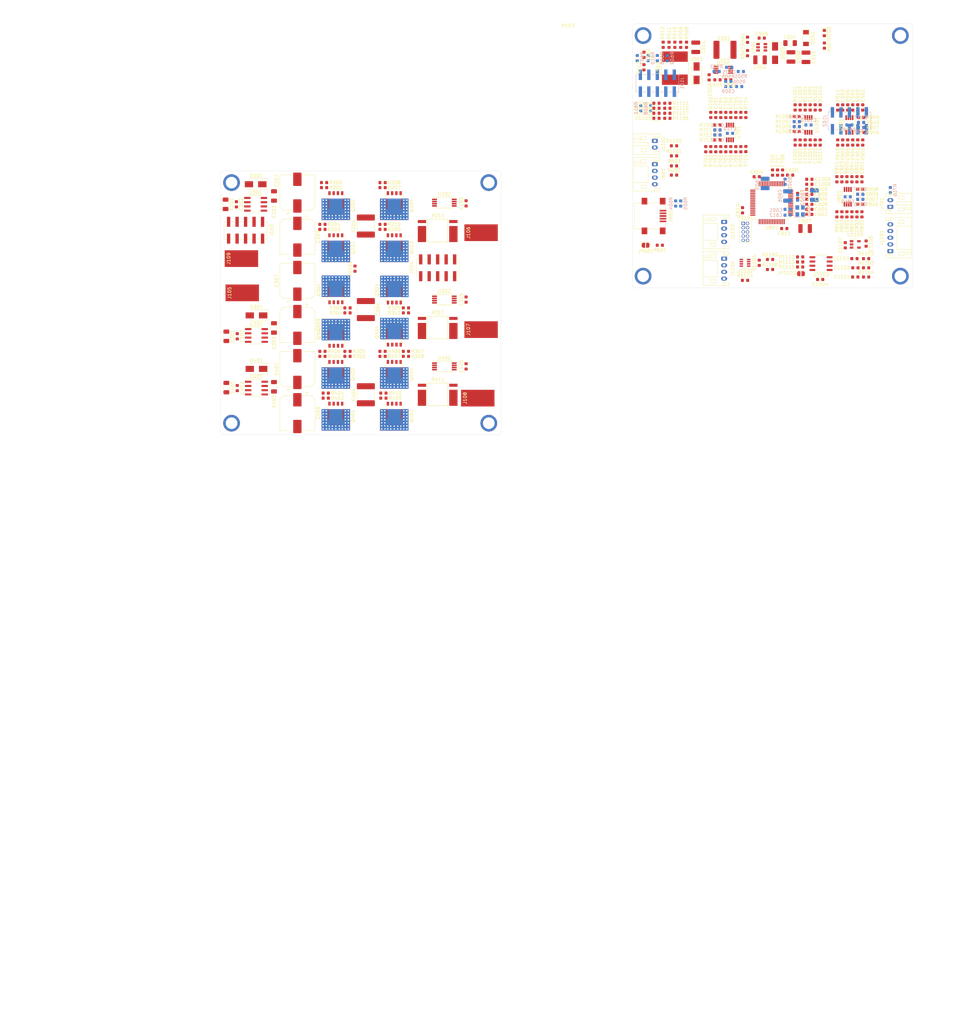
<source format=kicad_pcb>
(kicad_pcb (version 20171130) (host pcbnew "(5.1.4)-1")
  (layers (0 F.Cu signal) (31 B.Cu signal) (34 B.Paste user) (35 F.Paste user) (36 B.SilkS user) (37 F.SilkS user) (38 B.Mask user) (39 F.Mask user) (44 Edge.Cuts user))
  (net 0 "")
  (net 1 GNDPWR)
  (net 2 +12P)
  (net 3 "Net-(C203-Pad2)")
  (net 4 "Net-(C203-Pad1)")
  (net 5 +BATT)
  (net 6 GND)
  (net 7 +3.3VA)
  (net 8 "Net-(C303-Pad2)")
  (net 9 "Net-(C303-Pad1)")
  (net 10 "Net-(C403-Pad2)")
  (net 11 "Net-(C403-Pad1)")
  (net 12 GNDD)
  (net 13 +48V)
  (net 14 "Net-(C502-Pad2)")
  (net 15 +12V)
  (net 16 "Net-(C505-Pad2)")
  (net 17 "Net-(C506-Pad2)")
  (net 18 "Net-(C506-Pad1)")
  (net 19 "Net-(C507-Pad2)")
  (net 20 "Net-(C507-Pad1)")
  (net 21 +3V3)
  (net 22 "Net-(C509-Pad2)")
  (net 23 "Net-(C509-Pad1)")
  (net 24 GNDA)
  (net 25 +3.3VADC)
  (net 26 /controller/AIN_ACC)
  (net 27 +1V2)
  (net 28 /controller/AIN_DCC)
  (net 29 /controller/Temp+)
  (net 30 "Net-(C702-Pad2)")
  (net 31 "Net-(C703-Pad2)")
  (net 32 "Net-(C704-Pad2)")
  (net 33 "Net-(C705-Pad2)")
  (net 34 "Net-(C705-Pad1)")
  (net 35 "Net-(C706-Pad2)")
  (net 36 "Net-(C706-Pad1)")
  (net 37 /controller/analog/BrdgTemp)
  (net 38 /controller/analog/Vdc)
  (net 39 /controller/analog/MotTemp)
  (net 40 /controller/Ia)
  (net 41 "Net-(C801-Pad1)")
  (net 42 "Net-(C802-Pad2)")
  (net 43 "Net-(C803-Pad1)")
  (net 44 "Net-(C804-Pad1)")
  (net 45 "Net-(C805-Pad2)")
  (net 46 "Net-(C805-Pad1)")
  (net 47 "Net-(C806-Pad2)")
  (net 48 "Net-(C807-Pad2)")
  (net 49 /controller/Ib)
  (net 50 "Net-(C901-Pad1)")
  (net 51 "Net-(C902-Pad2)")
  (net 52 "Net-(C903-Pad1)")
  (net 53 "Net-(C904-Pad1)")
  (net 54 "Net-(C905-Pad2)")
  (net 55 "Net-(C905-Pad1)")
  (net 56 "Net-(C906-Pad2)")
  (net 57 "Net-(C907-Pad2)")
  (net 58 /controller/analog/IbDC)
  (net 59 /controller/analog/IbAC)
  (net 60 /controller/Ic)
  (net 61 "Net-(C1001-Pad1)")
  (net 62 "Net-(C1002-Pad2)")
  (net 63 "Net-(C1003-Pad1)")
  (net 64 "Net-(C1004-Pad1)")
  (net 65 "Net-(C1005-Pad2)")
  (net 66 "Net-(C1005-Pad1)")
  (net 67 "Net-(C1006-Pad2)")
  (net 68 "Net-(C1007-Pad2)")
  (net 69 /controller/interfaces/HallC)
  (net 70 /controller/interfaces/HallB)
  (net 71 /controller/interfaces/HallA)
  (net 72 "Net-(D503-Pad2)")
  (net 73 "Net-(D504-Pad2)")
  (net 74 "Net-(D1101-Pad2)")
  (net 75 "Net-(D1102-Pad2)")
  (net 76 "Net-(D1103-Pad2)")
  (net 77 "Net-(D1104-Pad2)")
  (net 78 /controller/PwmBL)
  (net 79 /controller/PwmCH)
  (net 80 /controller/PwmBH)
  (net 81 /controller/PwmCL)
  (net 82 /controller/PwmAL)
  (net 83 /controller/PwmAH)
  (net 84 /phase_b/PwmL)
  (net 85 /phase_c/PwmH)
  (net 86 /phase_b/PwmH)
  (net 87 /phase_c/PwmL)
  (net 88 /phase_a/PwmL)
  (net 89 /phase_a/PwmH)
  (net 90 "Net-(J104-Pad10)")
  (net 91 "Net-(J104-Pad8)")
  (net 92 /phase_a/I)
  (net 93 /phase_b/I)
  (net 94 /phase_c/I)
  (net 95 /phase_a/Phase)
  (net 96 /phase_b/Phase)
  (net 97 /phase_c/Phase)
  (net 98 "Net-(J601-Pad3)")
  (net 99 "Net-(J601-Pad2)")
  (net 100 /controller/USB_DP)
  (net 101 /controller/USB_DM)
  (net 102 "Net-(J602-Pad1)")
  (net 103 "Net-(J1101-Pad4)")
  (net 104 "Net-(J1101-Pad3)")
  (net 105 "Net-(J1101-Pad2)")
  (net 106 "Net-(J1102-Pad2)")
  (net 107 "Net-(J1102-Pad1)")
  (net 108 "Net-(J1103-Pad4)")
  (net 109 "Net-(J1103-Pad3)")
  (net 110 "Net-(J1103-Pad2)")
  (net 111 "Net-(J1103-Pad1)")
  (net 112 /controller/BTLDR)
  (net 113 "Net-(JP1101-Pad2)")
  (net 114 /controller/\RESET)
  (net 115 /controller/TDO-SWO)
  (net 116 /controller/TCK-SWCLK)
  (net 117 /controller/TMS-SWDIO)
  (net 118 "Net-(Q201-Pad4)")
  (net 119 "Net-(Q201-Pad1)")
  (net 120 "Net-(Q202-Pad4)")
  (net 121 "Net-(Q203-Pad4)")
  (net 122 "Net-(Q204-Pad4)")
  (net 123 "Net-(Q301-Pad4)")
  (net 124 "Net-(Q301-Pad1)")
  (net 125 "Net-(Q302-Pad4)")
  (net 126 "Net-(Q303-Pad4)")
  (net 127 "Net-(Q304-Pad4)")
  (net 128 "Net-(Q401-Pad4)")
  (net 129 "Net-(Q401-Pad1)")
  (net 130 "Net-(Q402-Pad4)")
  (net 131 "Net-(Q403-Pad4)")
  (net 132 "Net-(Q404-Pad4)")
  (net 133 "Net-(R205-Pad2)")
  (net 134 "Net-(R211-Pad3)")
  (net 135 "Net-(R211-Pad2)")
  (net 136 "Net-(R305-Pad2)")
  (net 137 "Net-(R311-Pad3)")
  (net 138 "Net-(R311-Pad2)")
  (net 139 "Net-(R405-Pad2)")
  (net 140 "Net-(R411-Pad3)")
  (net 141 "Net-(R411-Pad2)")
  (net 142 "Net-(R501-Pad1)")
  (net 143 "Net-(R502-Pad2)")
  (net 144 "Net-(R503-Pad2)")
  (net 145 /controller/USB_VBUS)
  (net 146 /controller/interfaces/PWM_EN)
  (net 147 /controller/interfaces/LED_RUN)
  (net 148 /controller/interfaces/LED_ERROR)
  (net 149 /controller/CAN_TX)
  (net 150 "Net-(R1108-Pad1)")
  (net 151 /controller/CAN_RX)
  (net 152 "Net-(R1109-Pad1)")
  (net 153 /controller/interfaces/LED_MODE)
  (net 154 /controller/interfaces/LED_PWM)
  (net 155 /controller/EEPROM_SCL)
  (net 156 /controller/EEPROM_SDA)
  (net 157 /controller/CLK)
  (net 158 "Net-(C1106-Pad1)")
  (net 159 "Net-(C201-Pad2)")
  (net 160 "Net-(C301-Pad2)")
  (net 161 "Net-(C401-Pad2)")
  (net 162 "Net-(R606-Pad2)")
  (net 163 "Net-(R607-Pad2)")
  (net 164 "Net-(R608-Pad2)")
  (net 165 "Net-(R609-Pad2)")
  (net 166 "Net-(R610-Pad2)")
  (net 167 "Net-(R611-Pad2)")
  (net 168 "Net-(C711-Pad1)")
  (net 169 "Net-(C712-Pad1)")
  (net 170 /controller/AIN_CUR_A)
  (net 171 /controller/AIN_CUR_A_AC)
  (net 172 /controller/analog/IcDC)
  (net 173 /controller/analog/IcAC)
  (module hardware_4850:RND-455-00370 (layer F.Cu) (at 170.5 59.5)
    (fp_text reference N102 (at -9.5 0) (layer F.SilkS))
    (fp_text value Housing_Pad)
    (pad 1 thru_hole circle (at 13 75 90) (size 5 5) (drill 3.5) (layers *.Cu *.Mask) (net 1 GNDPWR))
    (pad 1 thru_hole circle (at 90 75 90) (size 5 5) (drill 3.5) (layers *.Cu *.Mask) (net 1 GNDPWR))
    (pad 1 thru_hole circle (at 90 3 90) (size 5 5) (drill 3.5) (layers *.Cu *.Mask) (net 1 GNDPWR))
    (pad 1 thru_hole circle (at 13 3 90) (size 5 5) (drill 3.5) (layers *.Cu *.Mask) (net 1 GNDPWR))
  )
  (module hardware_4850:RND-455-00370 (layer F.Cu) (at 47.3 103.5)
    (fp_text reference N101 hide)
    (fp_text value Housing_Pad hide)
    (pad 1 thru_hole circle (at 13 75 90) (size 5 5) (drill 3.5) (layers *.Cu *.Mask) (net 1 GNDPWR))
    (pad 1 thru_hole circle (at 90 75 90) (size 5 5) (drill 3.5) (layers *.Cu *.Mask) (net 1 GNDPWR))
    (pad 1 thru_hole circle (at 90 3 90) (size 5 5) (drill 3.5) (layers *.Cu *.Mask) (net 1 GNDPWR))
    (pad 1 thru_hole circle (at 13 3 90) (size 5 5) (drill 3.5) (layers *.Cu *.Mask) (net 1 GNDPWR))
  )
  (module Capacitor_SMD:C_0603_1608Metric (layer B.Cu) (at 205.75 92.25 180)
    (fp_text reference C712 (at 0 -1.5) (layer B.SilkS) (effects (justify mirror)))
    (fp_text value 100n)
    (pad 2 smd roundrect (at 0.7875 0 180) (size 0.875 0.95) (layers B.Cu B.Paste B.Mask) (net 24 GNDA))
    (pad 1 smd roundrect (at -0.7875 0 180) (size 0.875 0.95) (layers B.Cu B.Paste B.Mask) (net 169 "Net-(C712-Pad1)"))
  )
  (module Capacitor_SMD:C_0603_1608Metric (layer B.Cu) (at 205.75 90.75 180)
    (fp_text reference C711 (at 0 1.43) (layer B.SilkS) (effects (justify mirror)))
    (fp_text value 100n)
    (pad 2 smd roundrect (at 0.7875 0 180) (size 0.875 0.95) (layers B.Cu B.Paste B.Mask) (net 24 GNDA))
    (pad 1 smd roundrect (at -0.7875 0 180) (size 0.875 0.95) (layers B.Cu B.Paste B.Mask) (net 168 "Net-(C711-Pad1)"))
  )
  (module Connector_JST:JST_PH_S4B-PH-K_1x04_P2.00mm_Horizontal (layer F.Cu) (at 207.75 129.25 270)
    (fp_text reference J1104 (at 3 -2.55 90) (layer F.SilkS))
    (fp_text value CAN_Out)
    (pad 4 thru_hole oval (at 6 0 270) (size 1.2 1.75) (drill 0.75) (layers *.Cu *.Mask) (net 108 "Net-(J1103-Pad4)"))
    (pad 3 thru_hole oval (at 4 0 270) (size 1.2 1.75) (drill 0.75) (layers *.Cu *.Mask) (net 109 "Net-(J1103-Pad3)"))
    (pad 2 thru_hole oval (at 2 0 270) (size 1.2 1.75) (drill 0.75) (layers *.Cu *.Mask) (net 110 "Net-(J1103-Pad2)"))
    (pad 1 thru_hole roundrect (at 0 0 270) (size 1.2 1.75) (drill 0.75) (layers *.Cu *.Mask) (roundrect_rratio 0.208333) (net 111 "Net-(J1103-Pad1)"))
  )
  (module Connector_JST:JST_PH_S4B-PH-K_1x04_P2.00mm_Horizontal (layer F.Cu) (at 207.75 118.25 270)
    (fp_text reference J1103 (at 3 -2.55 90) (layer F.SilkS))
    (fp_text value CAN_IN)
    (pad 4 thru_hole oval (at 6 0 270) (size 1.2 1.75) (drill 0.75) (layers *.Cu *.Mask) (net 108 "Net-(J1103-Pad4)"))
    (pad 3 thru_hole oval (at 4 0 270) (size 1.2 1.75) (drill 0.75) (layers *.Cu *.Mask) (net 109 "Net-(J1103-Pad3)"))
    (pad 2 thru_hole oval (at 2 0 270) (size 1.2 1.75) (drill 0.75) (layers *.Cu *.Mask) (net 110 "Net-(J1103-Pad2)"))
    (pad 1 thru_hole roundrect (at 0 0 270) (size 1.2 1.75) (drill 0.75) (layers *.Cu *.Mask) (roundrect_rratio 0.208333) (net 111 "Net-(J1103-Pad1)"))
  )
  (module Connector_JST:JST_PH_S2B-PH-K_1x02_P2.00mm_Horizontal (layer F.Cu) (at 187 94 270)
    (fp_text reference J1102 (at 1 -2.55 90) (layer F.SilkS))
    (fp_text value Enable)
    (pad 2 thru_hole oval (at 2 0 270) (size 1.2 1.75) (drill 0.75) (layers *.Cu *.Mask) (net 106 "Net-(J1102-Pad2)"))
    (pad 1 thru_hole roundrect (at 0 0 270) (size 1.2 1.75) (drill 0.75) (layers *.Cu *.Mask) (roundrect_rratio 0.208333) (net 107 "Net-(J1102-Pad1)"))
  )
  (module Connector_JST:JST_PH_S5B-PH-K_1x05_P2.00mm_Horizontal (layer F.Cu) (at 257.5 127 90)
    (fp_text reference J1101 (at 4 -2.55 90) (layer F.SilkS))
    (fp_text value HALL)
    (pad 5 thru_hole oval (at 8 0 90) (size 1.2 1.75) (drill 0.75) (layers *.Cu *.Mask) (net 158 "Net-(C1106-Pad1)"))
    (pad 4 thru_hole oval (at 6 0 90) (size 1.2 1.75) (drill 0.75) (layers *.Cu *.Mask) (net 103 "Net-(J1101-Pad4)"))
    (pad 3 thru_hole oval (at 4 0 90) (size 1.2 1.75) (drill 0.75) (layers *.Cu *.Mask) (net 104 "Net-(J1101-Pad3)"))
    (pad 2 thru_hole oval (at 2 0 90) (size 1.2 1.75) (drill 0.75) (layers *.Cu *.Mask) (net 105 "Net-(J1101-Pad2)"))
    (pad 1 thru_hole roundrect (at 0 0 90) (size 1.2 1.75) (drill 0.75) (layers *.Cu *.Mask) (roundrect_rratio 0.208333) (net 12 GNDD))
  )
  (module Connector_JST:JST_PH_S2B-PH-K_1x02_P2.00mm_Horizontal (layer F.Cu) (at 257.5 113.75 90)
    (fp_text reference J701 (at 1 -2.55 90) (layer F.SilkS))
    (fp_text value MOT_TEMP)
    (pad 2 thru_hole oval (at 2 0 90) (size 1.2 1.75) (drill 0.75) (layers *.Cu *.Mask) (net 39 /controller/analog/MotTemp))
    (pad 1 thru_hole roundrect (at 0 0 90) (size 1.2 1.75) (drill 0.75) (layers *.Cu *.Mask) (roundrect_rratio 0.208333) (net 24 GNDA))
  )
  (module Connector_JST:JST_PH_S4B-PH-K_1x04_P2.00mm_Horizontal (layer F.Cu) (at 187 101 270)
    (fp_text reference J601 (at 3 -2.55 90) (layer F.SilkS))
    (fp_text value AIN)
    (pad 4 thru_hole oval (at 6 0 270) (size 1.2 1.75) (drill 0.75) (layers *.Cu *.Mask) (net 25 +3.3VADC))
    (pad 3 thru_hole oval (at 4 0 270) (size 1.2 1.75) (drill 0.75) (layers *.Cu *.Mask) (net 98 "Net-(J601-Pad3)"))
    (pad 2 thru_hole oval (at 2 0 270) (size 1.2 1.75) (drill 0.75) (layers *.Cu *.Mask) (net 99 "Net-(J601-Pad2)"))
    (pad 1 thru_hole roundrect (at 0 0 270) (size 1.2 1.75) (drill 0.75) (layers *.Cu *.Mask) (roundrect_rratio 0.208333) (net 24 GNDA))
  )
  (module Diode_SMD:D_SMA (layer F.Cu) (at 223 67.75 270)
    (fp_text reference D505 (at 0 -2.5 90) (layer F.SilkS))
    (fp_text value SS110R3G)
    (pad 2 smd rect (at 2 0 270) (size 2.5 1.8) (layers F.Cu F.Paste F.Mask) (net 12 GNDD))
    (pad 1 smd rect (at -2 0 270) (size 2.5 1.8) (layers F.Cu F.Paste F.Mask) (net 18 "Net-(C506-Pad1)"))
  )
  (module Resistor_SMD:R_0603_1608Metric (layer B.Cu) (at 182.75 84.25 270)
    (fp_text reference R611 (at 0 1.43 90) (layer B.SilkS) (effects (justify mirror)))
    (fp_text value 1R1)
    (pad 2 smd roundrect (at 0.7875 0 270) (size 0.875 0.95) (layers B.Cu B.Paste B.Mask) (net 167 "Net-(R611-Pad2)"))
    (pad 1 smd roundrect (at -0.7875 0 270) (size 0.875 0.95) (layers B.Cu B.Paste B.Mask) (net 79 /controller/PwmCH))
  )
  (module Resistor_SMD:R_0603_1608Metric (layer B.Cu) (at 185 69.25 90)
    (fp_text reference R610 (at 0 1.43 90) (layer B.SilkS) (effects (justify mirror)))
    (fp_text value 1R1)
    (pad 2 smd roundrect (at 0.7875 0 90) (size 0.875 0.95) (layers B.Cu B.Paste B.Mask) (net 166 "Net-(R610-Pad2)"))
    (pad 1 smd roundrect (at -0.7875 0 90) (size 0.875 0.95) (layers B.Cu B.Paste B.Mask) (net 80 /controller/PwmBH))
  )
  (module Resistor_SMD:R_0603_1608Metric (layer B.Cu) (at 190.75 69.25 90)
    (fp_text reference R609 (at 0 1.43 90) (layer B.SilkS) (effects (justify mirror)))
    (fp_text value 1R1)
    (pad 2 smd roundrect (at 0.7875 0 90) (size 0.875 0.95) (layers B.Cu B.Paste B.Mask) (net 165 "Net-(R609-Pad2)"))
    (pad 1 smd roundrect (at -0.7875 0 90) (size 0.875 0.95) (layers B.Cu B.Paste B.Mask) (net 83 /controller/PwmAH))
  )
  (module Resistor_SMD:R_0603_1608Metric (layer B.Cu) (at 185.75 84.25 270)
    (fp_text reference R608 (at 0 1.43 90) (layer B.SilkS) (effects (justify mirror)))
    (fp_text value 1R1)
    (pad 2 smd roundrect (at 0.7875 0 270) (size 0.875 0.95) (layers B.Cu B.Paste B.Mask) (net 164 "Net-(R608-Pad2)"))
    (pad 1 smd roundrect (at -0.7875 0 270) (size 0.875 0.95) (layers B.Cu B.Paste B.Mask) (net 81 /controller/PwmCL))
  )
  (module Resistor_SMD:R_0603_1608Metric (layer B.Cu) (at 181.75 69.25 90)
    (fp_text reference R607 (at 0 1.43 90) (layer B.SilkS) (effects (justify mirror)))
    (fp_text value 1R1)
    (pad 2 smd roundrect (at 0.7875 0 90) (size 0.875 0.95) (layers B.Cu B.Paste B.Mask) (net 163 "Net-(R607-Pad2)"))
    (pad 1 smd roundrect (at -0.7875 0 90) (size 0.875 0.95) (layers B.Cu B.Paste B.Mask) (net 78 /controller/PwmBL))
  )
  (module Resistor_SMD:R_0603_1608Metric (layer B.Cu) (at 187.75 69.25 90)
    (fp_text reference R606 (at 0 1.43 90) (layer B.SilkS) (effects (justify mirror)))
    (fp_text value 1R1)
    (pad 2 smd roundrect (at 0.7875 0 90) (size 0.875 0.95) (layers B.Cu B.Paste B.Mask) (net 162 "Net-(R606-Pad2)"))
    (pad 1 smd roundrect (at -0.7875 0 90) (size 0.875 0.95) (layers B.Cu B.Paste B.Mask) (net 82 /controller/PwmAL))
  )
  (module Oscillator:Oscillator_SMD_Abracon_ASE-4Pin_3.2x2.5mm (layer B.Cu) (at 230.5 115 90)
    (fp_text reference X601 (at 0 2.45 270) (layer B.SilkS) (effects (justify mirror)))
    (fp_text value SM44T)
    (pad 4 smd rect (at -1.05 0.825 90) (size 1.3 1.1) (layers B.Cu B.Paste B.Mask) (net 21 +3V3))
    (pad 3 smd rect (at 1.05 0.825 90) (size 1.3 1.1) (layers B.Cu B.Paste B.Mask) (net 157 /controller/CLK))
    (pad 2 smd rect (at 1.05 -0.825 90) (size 1.3 1.1) (layers B.Cu B.Paste B.Mask) (net 12 GNDD))
    (pad 1 smd rect (at -1.05 -0.825 90) (size 1.3 1.1) (layers B.Cu B.Paste B.Mask) (net 21 +3V3))
  )
  (module Package_TO_SOT_SMD:SOT-23-5 (layer F.Cu) (at 247 125)
    (fp_text reference U1103 (at 0 -2.9) (layer F.SilkS))
    (fp_text value AP2204K-5.0)
    (pad 5 smd rect (at 1.1 -0.95) (size 1.06 0.65) (layers F.Cu F.Paste F.Mask) (net 158 "Net-(C1106-Pad1)"))
    (pad 4 smd rect (at 1.1 0.95) (size 1.06 0.65) (layers F.Cu F.Paste F.Mask))
    (pad 3 smd rect (at -1.1 0.95) (size 1.06 0.65) (layers F.Cu F.Paste F.Mask) (net 15 +12V))
    (pad 2 smd rect (at -1.1 0) (size 1.06 0.65) (layers F.Cu F.Paste F.Mask) (net 12 GNDD))
    (pad 1 smd rect (at -1.1 -0.95) (size 1.06 0.65) (layers F.Cu F.Paste F.Mask) (net 15 +12V))
  )
  (module Package_SO:SO-8_3.9x4.9mm_P1.27mm (layer F.Cu) (at 236.75 130.75 180)
    (fp_text reference U1102 (at 0 -3.4) (layer F.SilkS))
    (fp_text value 24LC04)
    (pad 8 smd roundrect (at 2.575 -1.905 180) (size 1.75 0.6) (layers F.Cu F.Paste F.Mask) (net 21 +3V3))
    (pad 7 smd roundrect (at 2.575 -0.635 180) (size 1.75 0.6) (layers F.Cu F.Paste F.Mask) (net 113 "Net-(JP1101-Pad2)"))
    (pad 6 smd roundrect (at 2.575 0.635 180) (size 1.75 0.6) (layers F.Cu F.Paste F.Mask) (net 156 /controller/EEPROM_SDA))
    (pad 5 smd roundrect (at 2.575 1.905 180) (size 1.75 0.6) (layers F.Cu F.Paste F.Mask) (net 155 /controller/EEPROM_SCL))
    (pad 4 smd roundrect (at -2.575 1.905 180) (size 1.75 0.6) (layers F.Cu F.Paste F.Mask) (net 12 GNDD))
    (pad 3 smd roundrect (at -2.575 0.635 180) (size 1.75 0.6) (layers F.Cu F.Paste F.Mask) (net 12 GNDD))
    (pad 2 smd roundrect (at -2.575 -0.635 180) (size 1.75 0.6) (layers F.Cu F.Paste F.Mask) (net 12 GNDD))
    (pad 1 smd roundrect (at -2.575 -1.905 180) (size 1.75 0.6) (layers F.Cu F.Paste F.Mask) (net 12 GNDD))
  )
  (module Package_TO_SOT_SMD:SOT-23-8 (layer F.Cu) (at 214 130.5 180)
    (fp_text reference U1101 (at 0 -2.5) (layer F.SilkS))
    (fp_text value TCAN334)
    (pad 8 smd rect (at 1.1 -0.98 180) (size 1.06 0.4) (layers F.Cu F.Paste F.Mask))
    (pad 7 smd rect (at 1.1 -0.33 180) (size 1.06 0.4) (layers F.Cu F.Paste F.Mask) (net 109 "Net-(J1103-Pad3)"))
    (pad 6 smd rect (at 1.1 0.33 180) (size 1.06 0.4) (layers F.Cu F.Paste F.Mask) (net 110 "Net-(J1103-Pad2)"))
    (pad 5 smd rect (at 1.1 0.98 180) (size 1.06 0.4) (layers F.Cu F.Paste F.Mask))
    (pad 4 smd rect (at -1.1 0.98 180) (size 1.06 0.4) (layers F.Cu F.Paste F.Mask) (net 152 "Net-(R1109-Pad1)"))
    (pad 3 smd rect (at -1.1 0.33 180) (size 1.06 0.4) (layers F.Cu F.Paste F.Mask) (net 21 +3V3))
    (pad 2 smd rect (at -1.1 -0.33 180) (size 1.06 0.4) (layers F.Cu F.Paste F.Mask) (net 12 GNDD))
    (pad 1 smd rect (at -1.1 -0.98 180) (size 1.06 0.4) (layers F.Cu F.Paste F.Mask) (net 150 "Net-(R1108-Pad1)"))
  )
  (module Package_SO:MSOP-8_3x3mm_P0.65mm (layer F.Cu) (at 233 89.25 270)
    (fp_text reference U1001 (at 0 -2.6 90) (layer F.SilkS))
    (fp_text value GS8632-MR)
    (pad 8 smd rect (at 2.2 -0.975 270) (size 1.45 0.45) (layers F.Cu F.Paste F.Mask) (net 25 +3.3VADC))
    (pad 7 smd rect (at 2.2 -0.325 270) (size 1.45 0.45) (layers F.Cu F.Paste F.Mask) (net 63 "Net-(C1003-Pad1)"))
    (pad 6 smd rect (at 2.2 0.325 270) (size 1.45 0.45) (layers F.Cu F.Paste F.Mask) (net 64 "Net-(C1004-Pad1)"))
    (pad 5 smd rect (at 2.2 0.975 270) (size 1.45 0.45) (layers F.Cu F.Paste F.Mask) (net 68 "Net-(C1007-Pad2)"))
    (pad 4 smd rect (at -2.2 0.975 270) (size 1.45 0.45) (layers F.Cu F.Paste F.Mask) (net 24 GNDA))
    (pad 3 smd rect (at -2.2 0.325 270) (size 1.45 0.45) (layers F.Cu F.Paste F.Mask) (net 67 "Net-(C1006-Pad2)"))
    (pad 2 smd rect (at -2.2 -0.325 270) (size 1.45 0.45) (layers F.Cu F.Paste F.Mask) (net 66 "Net-(C1005-Pad1)"))
    (pad 1 smd rect (at -2.2 -0.975 270) (size 1.45 0.45) (layers F.Cu F.Paste F.Mask) (net 65 "Net-(C1005-Pad2)"))
  )
  (module Package_SO:MSOP-8_3x3mm_P0.65mm (layer F.Cu) (at 245.25 89.25 90)
    (fp_text reference U901 (at 0 -2.6 90) (layer F.SilkS))
    (fp_text value GS8632-MR)
    (pad 8 smd rect (at 2.2 -0.975 90) (size 1.45 0.45) (layers F.Cu F.Paste F.Mask) (net 25 +3.3VADC))
    (pad 7 smd rect (at 2.2 -0.325 90) (size 1.45 0.45) (layers F.Cu F.Paste F.Mask) (net 52 "Net-(C903-Pad1)"))
    (pad 6 smd rect (at 2.2 0.325 90) (size 1.45 0.45) (layers F.Cu F.Paste F.Mask) (net 53 "Net-(C904-Pad1)"))
    (pad 5 smd rect (at 2.2 0.975 90) (size 1.45 0.45) (layers F.Cu F.Paste F.Mask) (net 57 "Net-(C907-Pad2)"))
    (pad 4 smd rect (at -2.2 0.975 90) (size 1.45 0.45) (layers F.Cu F.Paste F.Mask) (net 24 GNDA))
    (pad 3 smd rect (at -2.2 0.325 90) (size 1.45 0.45) (layers F.Cu F.Paste F.Mask) (net 56 "Net-(C906-Pad2)"))
    (pad 2 smd rect (at -2.2 -0.325 90) (size 1.45 0.45) (layers F.Cu F.Paste F.Mask) (net 55 "Net-(C905-Pad1)"))
    (pad 1 smd rect (at -2.2 -0.975 90) (size 1.45 0.45) (layers F.Cu F.Paste F.Mask) (net 54 "Net-(C905-Pad2)"))
  )
  (module Package_SO:MSOP-8_3x3mm_P0.65mm (layer F.Cu) (at 244.75 110.75 90)
    (fp_text reference U801 (at 0 -2.6 90) (layer F.SilkS))
    (fp_text value GS8632-MR)
    (pad 8 smd rect (at 2.2 -0.975 90) (size 1.45 0.45) (layers F.Cu F.Paste F.Mask) (net 25 +3.3VADC))
    (pad 7 smd rect (at 2.2 -0.325 90) (size 1.45 0.45) (layers F.Cu F.Paste F.Mask) (net 43 "Net-(C803-Pad1)"))
    (pad 6 smd rect (at 2.2 0.325 90) (size 1.45 0.45) (layers F.Cu F.Paste F.Mask) (net 44 "Net-(C804-Pad1)"))
    (pad 5 smd rect (at 2.2 0.975 90) (size 1.45 0.45) (layers F.Cu F.Paste F.Mask) (net 48 "Net-(C807-Pad2)"))
    (pad 4 smd rect (at -2.2 0.975 90) (size 1.45 0.45) (layers F.Cu F.Paste F.Mask) (net 24 GNDA))
    (pad 3 smd rect (at -2.2 0.325 90) (size 1.45 0.45) (layers F.Cu F.Paste F.Mask) (net 47 "Net-(C806-Pad2)"))
    (pad 2 smd rect (at -2.2 -0.325 90) (size 1.45 0.45) (layers F.Cu F.Paste F.Mask) (net 46 "Net-(C805-Pad1)"))
    (pad 1 smd rect (at -2.2 -0.975 90) (size 1.45 0.45) (layers F.Cu F.Paste F.Mask) (net 45 "Net-(C805-Pad2)"))
  )
  (module Package_SO:MSOP-8_3x3mm_P0.65mm (layer F.Cu) (at 209.5 91.5 270)
    (fp_text reference U701 (at 0 -2.6 90) (layer F.SilkS))
    (fp_text value GS8632-MR)
    (pad 8 smd rect (at 2.2 -0.975 270) (size 1.45 0.45) (layers F.Cu F.Paste F.Mask) (net 25 +3.3VADC))
    (pad 7 smd rect (at 2.2 -0.325 270) (size 1.45 0.45) (layers F.Cu F.Paste F.Mask) (net 36 "Net-(C706-Pad1)"))
    (pad 6 smd rect (at 2.2 0.325 270) (size 1.45 0.45) (layers F.Cu F.Paste F.Mask) (net 35 "Net-(C706-Pad2)"))
    (pad 5 smd rect (at 2.2 0.975 270) (size 1.45 0.45) (layers F.Cu F.Paste F.Mask) (net 169 "Net-(C712-Pad1)"))
    (pad 4 smd rect (at -2.2 0.975 270) (size 1.45 0.45) (layers F.Cu F.Paste F.Mask) (net 24 GNDA))
    (pad 3 smd rect (at -2.2 0.325 270) (size 1.45 0.45) (layers F.Cu F.Paste F.Mask) (net 168 "Net-(C711-Pad1)"))
    (pad 2 smd rect (at -2.2 -0.325 270) (size 1.45 0.45) (layers F.Cu F.Paste F.Mask) (net 33 "Net-(C705-Pad2)"))
    (pad 1 smd rect (at -2.2 -0.975 270) (size 1.45 0.45) (layers F.Cu F.Paste F.Mask) (net 34 "Net-(C705-Pad1)"))
  )
  (module Package_QFP:LQFP-64_10x10mm_P0.5mm (layer F.Cu) (at 222 112.5 180)
    (fp_text reference U601 (at 0 -7.4) (layer F.SilkS))
    (fp_text value STM32F730R8Tx)
    (pad 64 smd roundrect (at -3.75 -5.675 180) (size 0.3 1.55) (layers F.Cu F.Paste F.Mask) (net 21 +3V3))
    (pad 63 smd roundrect (at -3.25 -5.675 180) (size 0.3 1.55) (layers F.Cu F.Paste F.Mask) (net 12 GNDD))
    (pad 62 smd roundrect (at -2.75 -5.675 180) (size 0.3 1.55) (layers F.Cu F.Paste F.Mask) (net 149 /controller/CAN_TX))
    (pad 61 smd roundrect (at -2.25 -5.675 180) (size 0.3 1.55) (layers F.Cu F.Paste F.Mask) (net 151 /controller/CAN_RX))
    (pad 60 smd roundrect (at -1.75 -5.675 180) (size 0.3 1.55) (layers F.Cu F.Paste F.Mask) (net 112 /controller/BTLDR))
    (pad 59 smd roundrect (at -1.25 -5.675 180) (size 0.3 1.55) (layers F.Cu F.Paste F.Mask) (net 156 /controller/EEPROM_SDA))
    (pad 58 smd roundrect (at -0.75 -5.675 180) (size 0.3 1.55) (layers F.Cu F.Paste F.Mask) (net 155 /controller/EEPROM_SCL))
    (pad 57 smd roundrect (at -0.25 -5.675 180) (size 0.3 1.55) (layers F.Cu F.Paste F.Mask))
    (pad 56 smd roundrect (at 0.25 -5.675 180) (size 0.3 1.55) (layers F.Cu F.Paste F.Mask))
    (pad 55 smd roundrect (at 0.75 -5.675 180) (size 0.3 1.55) (layers F.Cu F.Paste F.Mask) (net 115 /controller/TDO-SWO))
    (pad 54 smd roundrect (at 1.25 -5.675 180) (size 0.3 1.55) (layers F.Cu F.Paste F.Mask))
    (pad 53 smd roundrect (at 1.75 -5.675 180) (size 0.3 1.55) (layers F.Cu F.Paste F.Mask))
    (pad 52 smd roundrect (at 2.25 -5.675 180) (size 0.3 1.55) (layers F.Cu F.Paste F.Mask))
    (pad 51 smd roundrect (at 2.75 -5.675 180) (size 0.3 1.55) (layers F.Cu F.Paste F.Mask) (net 145 /controller/USB_VBUS))
    (pad 50 smd roundrect (at 3.25 -5.675 180) (size 0.3 1.55) (layers F.Cu F.Paste F.Mask))
    (pad 49 smd roundrect (at 3.75 -5.675 180) (size 0.3 1.55) (layers F.Cu F.Paste F.Mask) (net 116 /controller/TCK-SWCLK))
    (pad 48 smd roundrect (at 5.675 -3.75 180) (size 1.55 0.3) (layers F.Cu F.Paste F.Mask) (net 21 +3V3))
    (pad 47 smd roundrect (at 5.675 -3.25 180) (size 1.55 0.3) (layers F.Cu F.Paste F.Mask) (net 12 GNDD))
    (pad 46 smd roundrect (at 5.675 -2.75 180) (size 1.55 0.3) (layers F.Cu F.Paste F.Mask) (net 117 /controller/TMS-SWDIO))
    (pad 45 smd roundrect (at 5.675 -2.25 180) (size 1.55 0.3) (layers F.Cu F.Paste F.Mask) (net 100 /controller/USB_DP))
    (pad 44 smd roundrect (at 5.675 -1.75 180) (size 1.55 0.3) (layers F.Cu F.Paste F.Mask) (net 101 /controller/USB_DM))
    (pad 43 smd roundrect (at 5.675 -1.25 180) (size 1.55 0.3) (layers F.Cu F.Paste F.Mask) (net 167 "Net-(R611-Pad2)"))
    (pad 42 smd roundrect (at 5.675 -0.75 180) (size 1.55 0.3) (layers F.Cu F.Paste F.Mask) (net 166 "Net-(R610-Pad2)"))
    (pad 41 smd roundrect (at 5.675 -0.25 180) (size 1.55 0.3) (layers F.Cu F.Paste F.Mask) (net 165 "Net-(R609-Pad2)"))
    (pad 40 smd roundrect (at 5.675 0.25 180) (size 1.55 0.3) (layers F.Cu F.Paste F.Mask))
    (pad 39 smd roundrect (at 5.675 0.75 180) (size 1.55 0.3) (layers F.Cu F.Paste F.Mask))
    (pad 38 smd roundrect (at 5.675 1.25 180) (size 1.55 0.3) (layers F.Cu F.Paste F.Mask))
    (pad 37 smd roundrect (at 5.675 1.75 180) (size 1.55 0.3) (layers F.Cu F.Paste F.Mask))
    (pad 36 smd roundrect (at 5.675 2.25 180) (size 1.55 0.3) (layers F.Cu F.Paste F.Mask) (net 164 "Net-(R608-Pad2)"))
    (pad 35 smd roundrect (at 5.675 2.75 180) (size 1.55 0.3) (layers F.Cu F.Paste F.Mask) (net 163 "Net-(R607-Pad2)"))
    (pad 34 smd roundrect (at 5.675 3.25 180) (size 1.55 0.3) (layers F.Cu F.Paste F.Mask) (net 162 "Net-(R606-Pad2)"))
    (pad 33 smd roundrect (at 5.675 3.75 180) (size 1.55 0.3) (layers F.Cu F.Paste F.Mask) (net 146 /controller/interfaces/PWM_EN))
    (pad 32 smd roundrect (at 3.75 5.675 180) (size 0.3 1.55) (layers F.Cu F.Paste F.Mask) (net 21 +3V3))
    (pad 31 smd roundrect (at 3.25 5.675 180) (size 0.3 1.55) (layers F.Cu F.Paste F.Mask) (net 12 GNDD))
    (pad 30 smd roundrect (at 2.75 5.675 180) (size 0.3 1.55) (layers F.Cu F.Paste F.Mask) (net 27 +1V2))
    (pad 29 smd roundrect (at 2.25 5.675 180) (size 0.3 1.55) (layers F.Cu F.Paste F.Mask) (net 146 /controller/interfaces/PWM_EN))
    (pad 28 smd roundrect (at 1.75 5.675 180) (size 0.3 1.55) (layers F.Cu F.Paste F.Mask) (net 147 /controller/interfaces/LED_RUN))
    (pad 27 smd roundrect (at 1.25 5.675 180) (size 0.3 1.55) (layers F.Cu F.Paste F.Mask) (net 148 /controller/interfaces/LED_ERROR))
    (pad 26 smd roundrect (at 0.75 5.675 180) (size 0.3 1.55) (layers F.Cu F.Paste F.Mask) (net 153 /controller/interfaces/LED_MODE))
    (pad 25 smd roundrect (at 0.25 5.675 180) (size 0.3 1.55) (layers F.Cu F.Paste F.Mask) (net 154 /controller/interfaces/LED_PWM))
    (pad 24 smd roundrect (at -0.25 5.675 180) (size 0.3 1.55) (layers F.Cu F.Paste F.Mask))
    (pad 23 smd roundrect (at -0.75 5.675 180) (size 0.3 1.55) (layers F.Cu F.Paste F.Mask))
    (pad 22 smd roundrect (at -1.25 5.675 180) (size 0.3 1.55) (layers F.Cu F.Paste F.Mask) (net 39 /controller/analog/MotTemp))
    (pad 21 smd roundrect (at -1.75 5.675 180) (size 0.3 1.55) (layers F.Cu F.Paste F.Mask) (net 37 /controller/analog/BrdgTemp))
    (pad 20 smd roundrect (at -2.25 5.675 180) (size 0.3 1.55) (layers F.Cu F.Paste F.Mask) (net 38 /controller/analog/Vdc))
    (pad 19 smd roundrect (at -2.75 5.675 180) (size 0.3 1.55) (layers F.Cu F.Paste F.Mask) (net 21 +3V3))
    (pad 18 smd roundrect (at -3.25 5.675 180) (size 0.3 1.55) (layers F.Cu F.Paste F.Mask) (net 12 GNDD))
    (pad 17 smd roundrect (at -3.75 5.675 180) (size 0.3 1.55) (layers F.Cu F.Paste F.Mask) (net 173 /controller/analog/IcAC))
    (pad 16 smd roundrect (at -5.675 3.75 180) (size 1.55 0.3) (layers F.Cu F.Paste F.Mask) (net 172 /controller/analog/IcDC))
    (pad 15 smd roundrect (at -5.675 3.25 180) (size 1.55 0.3) (layers F.Cu F.Paste F.Mask) (net 59 /controller/analog/IbAC))
    (pad 14 smd roundrect (at -5.675 2.75 180) (size 1.55 0.3) (layers F.Cu F.Paste F.Mask) (net 58 /controller/analog/IbDC))
    (pad 13 smd roundrect (at -5.675 2.25 180) (size 1.55 0.3) (layers F.Cu F.Paste F.Mask) (net 25 +3.3VADC))
    (pad 12 smd roundrect (at -5.675 1.75 180) (size 1.55 0.3) (layers F.Cu F.Paste F.Mask) (net 24 GNDA))
    (pad 11 smd roundrect (at -5.675 1.25 180) (size 1.55 0.3) (layers F.Cu F.Paste F.Mask) (net 171 /controller/AIN_CUR_A_AC))
    (pad 10 smd roundrect (at -5.675 0.75 180) (size 1.55 0.3) (layers F.Cu F.Paste F.Mask) (net 170 /controller/AIN_CUR_A))
    (pad 9 smd roundrect (at -5.675 0.25 180) (size 1.55 0.3) (layers F.Cu F.Paste F.Mask) (net 28 /controller/AIN_DCC))
    (pad 8 smd roundrect (at -5.675 -0.25 180) (size 1.55 0.3) (layers F.Cu F.Paste F.Mask) (net 26 /controller/AIN_ACC))
    (pad 7 smd roundrect (at -5.675 -0.75 180) (size 1.55 0.3) (layers F.Cu F.Paste F.Mask) (net 114 /controller/\RESET))
    (pad 6 smd roundrect (at -5.675 -1.25 180) (size 1.55 0.3) (layers F.Cu F.Paste F.Mask))
    (pad 5 smd roundrect (at -5.675 -1.75 180) (size 1.55 0.3) (layers F.Cu F.Paste F.Mask) (net 157 /controller/CLK))
    (pad 4 smd roundrect (at -5.675 -2.25 180) (size 1.55 0.3) (layers F.Cu F.Paste F.Mask) (net 69 /controller/interfaces/HallC))
    (pad 3 smd roundrect (at -5.675 -2.75 180) (size 1.55 0.3) (layers F.Cu F.Paste F.Mask) (net 70 /controller/interfaces/HallB))
    (pad 2 smd roundrect (at -5.675 -3.25 180) (size 1.55 0.3) (layers F.Cu F.Paste F.Mask) (net 71 /controller/interfaces/HallA))
    (pad 1 smd roundrect (at -5.675 -3.75 180) (size 1.55 0.3) (layers F.Cu F.Paste F.Mask) (net 21 +3V3))
  )
  (module Package_SO:MSOP-8_3x3mm_P0.65mm (layer F.Cu) (at 207.5 72.75)
    (fp_text reference U502 (at 0 -2.5) (layer F.SilkS))
    (fp_text value LM5008)
    (pad 8 smd rect (at 2.2 -0.975) (size 1.45 0.45) (layers F.Cu F.Paste F.Mask) (net 13 +48V))
    (pad 7 smd rect (at 2.2 -0.325) (size 1.45 0.45) (layers F.Cu F.Paste F.Mask) (net 16 "Net-(C505-Pad2)"))
    (pad 6 smd rect (at 2.2 0.325) (size 1.45 0.45) (layers F.Cu F.Paste F.Mask) (net 142 "Net-(R501-Pad1)"))
    (pad 5 smd rect (at 2.2 0.975) (size 1.45 0.45) (layers F.Cu F.Paste F.Mask) (net 22 "Net-(C509-Pad2)"))
    (pad 4 smd rect (at -2.2 0.975) (size 1.45 0.45) (layers F.Cu F.Paste F.Mask) (net 12 GNDD))
    (pad 3 smd rect (at -2.2 0.325) (size 1.45 0.45) (layers F.Cu F.Paste F.Mask) (net 143 "Net-(R502-Pad2)"))
    (pad 2 smd rect (at -2.2 -0.325) (size 1.45 0.45) (layers F.Cu F.Paste F.Mask) (net 19 "Net-(C507-Pad2)"))
    (pad 1 smd rect (at -2.2 -0.975) (size 1.45 0.45) (layers F.Cu F.Paste F.Mask) (net 20 "Net-(C507-Pad1)"))
  )
  (module Package_TO_SOT_SMD:SOT-23-6 (layer F.Cu) (at 219 66)
    (fp_text reference U501 (at -2.5 0 90) (layer F.SilkS))
    (fp_text value LMR12010Y)
    (pad 5 smd rect (at 1.1 0) (size 1.06 0.65) (layers F.Cu F.Paste F.Mask) (net 15 +12V))
    (pad 6 smd rect (at 1.1 -0.95) (size 1.06 0.65) (layers F.Cu F.Paste F.Mask) (net 18 "Net-(C506-Pad1)"))
    (pad 4 smd rect (at 1.1 0.95) (size 1.06 0.65) (layers F.Cu F.Paste F.Mask) (net 15 +12V))
    (pad 3 smd rect (at -1.1 0.95) (size 1.06 0.65) (layers F.Cu F.Paste F.Mask) (net 144 "Net-(R503-Pad2)"))
    (pad 2 smd rect (at -1.1 0) (size 1.06 0.65) (layers F.Cu F.Paste F.Mask) (net 12 GNDD))
    (pad 1 smd rect (at -1.1 -0.95) (size 1.06 0.65) (layers F.Cu F.Paste F.Mask) (net 17 "Net-(C506-Pad2)"))
  )
  (module Package_SO:TSSOP-8_4.4x3mm_P0.65mm (layer F.Cu) (at 124 161.5)
    (fp_text reference U402 (at 0 -2.55) (layer F.SilkS))
    (fp_text value INA240A1PWR)
    (pad 8 smd rect (at 2.95 -0.975) (size 1.45 0.45) (layers F.Cu F.Paste F.Mask) (net 94 /phase_c/I))
    (pad 7 smd rect (at 2.95 -0.325) (size 1.45 0.45) (layers F.Cu F.Paste F.Mask) (net 6 GND))
    (pad 6 smd rect (at 2.95 0.325) (size 1.45 0.45) (layers F.Cu F.Paste F.Mask) (net 7 +3.3VA))
    (pad 5 smd rect (at 2.95 0.975) (size 1.45 0.45) (layers F.Cu F.Paste F.Mask) (net 7 +3.3VA))
    (pad 4 smd rect (at -2.95 0.975) (size 1.45 0.45) (layers F.Cu F.Paste F.Mask) (net 6 GND))
    (pad 3 smd rect (at -2.95 0.325) (size 1.45 0.45) (layers F.Cu F.Paste F.Mask) (net 140 "Net-(R411-Pad3)"))
    (pad 2 smd rect (at -2.95 -0.325) (size 1.45 0.45) (layers F.Cu F.Paste F.Mask) (net 141 "Net-(R411-Pad2)"))
    (pad 1 smd rect (at -2.95 -0.975) (size 1.45 0.45) (layers F.Cu F.Paste F.Mask) (net 6 GND))
  )
  (module Package_SO:SOIC-8_3.9x4.9mm_P1.27mm (layer F.Cu) (at 67.75 168)
    (fp_text reference U401 (at 0 -3.4) (layer F.SilkS))
    (fp_text value LM5109BMA)
    (pad 8 smd roundrect (at 2.475 -1.905) (size 1.95 0.6) (layers F.Cu F.Paste F.Mask) (net 11 "Net-(C403-Pad1)"))
    (pad 7 smd roundrect (at 2.475 -0.635) (size 1.95 0.6) (layers F.Cu F.Paste F.Mask) (net 10 "Net-(C403-Pad2)"))
    (pad 6 smd roundrect (at 2.475 0.635) (size 1.95 0.6) (layers F.Cu F.Paste F.Mask) (net 10 "Net-(C403-Pad2)"))
    (pad 5 smd roundrect (at 2.475 1.905) (size 1.95 0.6) (layers F.Cu F.Paste F.Mask) (net 139 "Net-(R405-Pad2)"))
    (pad 4 smd roundrect (at -2.475 1.905) (size 1.95 0.6) (layers F.Cu F.Paste F.Mask) (net 161 "Net-(C401-Pad2)"))
    (pad 3 smd roundrect (at -2.475 0.635) (size 1.95 0.6) (layers F.Cu F.Paste F.Mask) (net 87 /phase_c/PwmL))
    (pad 2 smd roundrect (at -2.475 -0.635) (size 1.95 0.6) (layers F.Cu F.Paste F.Mask) (net 85 /phase_c/PwmH))
    (pad 1 smd roundrect (at -2.475 -1.905) (size 1.95 0.6) (layers F.Cu F.Paste F.Mask) (net 2 +12P))
  )
  (module Package_SO:TSSOP-8_4.4x3mm_P0.65mm (layer F.Cu) (at 124 141.5)
    (fp_text reference U302 (at 0 -2.55) (layer F.SilkS))
    (fp_text value INA240A1PWR)
    (pad 8 smd rect (at 2.95 -0.975) (size 1.45 0.45) (layers F.Cu F.Paste F.Mask) (net 93 /phase_b/I))
    (pad 7 smd rect (at 2.95 -0.325) (size 1.45 0.45) (layers F.Cu F.Paste F.Mask) (net 6 GND))
    (pad 6 smd rect (at 2.95 0.325) (size 1.45 0.45) (layers F.Cu F.Paste F.Mask) (net 7 +3.3VA))
    (pad 5 smd rect (at 2.95 0.975) (size 1.45 0.45) (layers F.Cu F.Paste F.Mask) (net 7 +3.3VA))
    (pad 4 smd rect (at -2.95 0.975) (size 1.45 0.45) (layers F.Cu F.Paste F.Mask) (net 6 GND))
    (pad 3 smd rect (at -2.95 0.325) (size 1.45 0.45) (layers F.Cu F.Paste F.Mask) (net 137 "Net-(R311-Pad3)"))
    (pad 2 smd rect (at -2.95 -0.325) (size 1.45 0.45) (layers F.Cu F.Paste F.Mask) (net 138 "Net-(R311-Pad2)"))
    (pad 1 smd rect (at -2.95 -0.975) (size 1.45 0.45) (layers F.Cu F.Paste F.Mask) (net 6 GND))
  )
  (module Package_SO:SOIC-8_3.9x4.9mm_P1.27mm (layer F.Cu) (at 67.75 152.25)
    (fp_text reference U301 (at 0 -3.4) (layer F.SilkS))
    (fp_text value LM5109BMA)
    (pad 8 smd roundrect (at 2.475 -1.905) (size 1.95 0.6) (layers F.Cu F.Paste F.Mask) (net 9 "Net-(C303-Pad1)"))
    (pad 7 smd roundrect (at 2.475 -0.635) (size 1.95 0.6) (layers F.Cu F.Paste F.Mask) (net 8 "Net-(C303-Pad2)"))
    (pad 6 smd roundrect (at 2.475 0.635) (size 1.95 0.6) (layers F.Cu F.Paste F.Mask) (net 8 "Net-(C303-Pad2)"))
    (pad 5 smd roundrect (at 2.475 1.905) (size 1.95 0.6) (layers F.Cu F.Paste F.Mask) (net 136 "Net-(R305-Pad2)"))
    (pad 4 smd roundrect (at -2.475 1.905) (size 1.95 0.6) (layers F.Cu F.Paste F.Mask) (net 160 "Net-(C301-Pad2)"))
    (pad 3 smd roundrect (at -2.475 0.635) (size 1.95 0.6) (layers F.Cu F.Paste F.Mask) (net 84 /phase_b/PwmL))
    (pad 2 smd roundrect (at -2.475 -0.635) (size 1.95 0.6) (layers F.Cu F.Paste F.Mask) (net 86 /phase_b/PwmH))
    (pad 1 smd roundrect (at -2.475 -1.905) (size 1.95 0.6) (layers F.Cu F.Paste F.Mask) (net 2 +12P))
  )
  (module Package_SO:TSSOP-8_4.4x3mm_P0.65mm (layer F.Cu) (at 124 112.5)
    (fp_text reference U202 (at 0 -2.55) (layer F.SilkS))
    (fp_text value INA240A1PWR)
    (pad 8 smd rect (at 2.95 -0.975) (size 1.45 0.45) (layers F.Cu F.Paste F.Mask) (net 92 /phase_a/I))
    (pad 7 smd rect (at 2.95 -0.325) (size 1.45 0.45) (layers F.Cu F.Paste F.Mask) (net 6 GND))
    (pad 6 smd rect (at 2.95 0.325) (size 1.45 0.45) (layers F.Cu F.Paste F.Mask) (net 7 +3.3VA))
    (pad 5 smd rect (at 2.95 0.975) (size 1.45 0.45) (layers F.Cu F.Paste F.Mask) (net 7 +3.3VA))
    (pad 4 smd rect (at -2.95 0.975) (size 1.45 0.45) (layers F.Cu F.Paste F.Mask) (net 6 GND))
    (pad 3 smd rect (at -2.95 0.325) (size 1.45 0.45) (layers F.Cu F.Paste F.Mask) (net 134 "Net-(R211-Pad3)"))
    (pad 2 smd rect (at -2.95 -0.325) (size 1.45 0.45) (layers F.Cu F.Paste F.Mask) (net 135 "Net-(R211-Pad2)"))
    (pad 1 smd rect (at -2.95 -0.975) (size 1.45 0.45) (layers F.Cu F.Paste F.Mask) (net 6 GND))
  )
  (module Package_SO:SOIC-8_3.9x4.9mm_P1.27mm (layer F.Cu) (at 67.5 113)
    (fp_text reference U201 (at 0 -3.4) (layer F.SilkS))
    (fp_text value LM5109BMA)
    (pad 8 smd roundrect (at 2.475 -1.905) (size 1.95 0.6) (layers F.Cu F.Paste F.Mask) (net 4 "Net-(C203-Pad1)"))
    (pad 7 smd roundrect (at 2.475 -0.635) (size 1.95 0.6) (layers F.Cu F.Paste F.Mask) (net 3 "Net-(C203-Pad2)"))
    (pad 6 smd roundrect (at 2.475 0.635) (size 1.95 0.6) (layers F.Cu F.Paste F.Mask) (net 3 "Net-(C203-Pad2)"))
    (pad 5 smd roundrect (at 2.475 1.905) (size 1.95 0.6) (layers F.Cu F.Paste F.Mask) (net 133 "Net-(R205-Pad2)"))
    (pad 4 smd roundrect (at -2.475 1.905) (size 1.95 0.6) (layers F.Cu F.Paste F.Mask) (net 159 "Net-(C201-Pad2)"))
    (pad 3 smd roundrect (at -2.475 0.635) (size 1.95 0.6) (layers F.Cu F.Paste F.Mask) (net 88 /phase_a/PwmL))
    (pad 2 smd roundrect (at -2.475 -0.635) (size 1.95 0.6) (layers F.Cu F.Paste F.Mask) (net 89 /phase_a/PwmH))
    (pad 1 smd roundrect (at -2.475 -1.905) (size 1.95 0.6) (layers F.Cu F.Paste F.Mask) (net 2 +12P))
  )
  (module Resistor_SMD:R_0603_1608Metric (layer F.Cu) (at 97.25 132.25 90)
    (fp_text reference TH101 (at 0 -1.43 90) (layer F.SilkS))
    (fp_text value "NTC 10k")
    (pad 2 smd roundrect (at 0.7875 0 90) (size 0.875 0.95) (layers F.Cu F.Paste F.Mask) (net 90 "Net-(J104-Pad10)"))
    (pad 1 smd roundrect (at -0.7875 0 90) (size 0.875 0.95) (layers F.Cu F.Paste F.Mask) (net 91 "Net-(J104-Pad8)"))
  )
  (module Resistor_SMD:R_0603_1608Metric (layer F.Cu) (at 230.5 131.75 180)
    (fp_text reference R1115 (at 4 0) (layer F.SilkS))
    (fp_text value 11k)
    (pad 2 smd roundrect (at 0.7875 0 180) (size 0.875 0.95) (layers F.Cu F.Paste F.Mask) (net 12 GNDD))
    (pad 1 smd roundrect (at -0.7875 0 180) (size 0.875 0.95) (layers F.Cu F.Paste F.Mask) (net 113 "Net-(JP1101-Pad2)"))
  )
  (module Resistor_SMD:R_0603_1608Metric (layer F.Cu) (at 214 135.75)
    (fp_text reference R1114 (at 0 -1.43) (layer F.SilkS))
    (fp_text value 11R)
    (pad 2 smd roundrect (at 0.7875 0) (size 0.875 0.95) (layers F.Cu F.Paste F.Mask) (net 12 GNDD))
    (pad 1 smd roundrect (at -0.7875 0) (size 0.875 0.95) (layers F.Cu F.Paste F.Mask) (net 111 "Net-(J1103-Pad1)"))
  )
  (module Resistor_SMD:R_0603_1608Metric (layer F.Cu) (at 230.5 130.25)
    (fp_text reference R1113 (at -4 0) (layer F.SilkS))
    (fp_text value 11k)
    (pad 2 smd roundrect (at 0.7875 0) (size 0.875 0.95) (layers F.Cu F.Paste F.Mask) (net 156 /controller/EEPROM_SDA))
    (pad 1 smd roundrect (at -0.7875 0) (size 0.875 0.95) (layers F.Cu F.Paste F.Mask) (net 21 +3V3))
  )
  (module Resistor_SMD:R_0603_1608Metric (layer F.Cu) (at 230.5 128.75)
    (fp_text reference R1112 (at -4 0) (layer F.SilkS))
    (fp_text value 11k)
    (pad 2 smd roundrect (at 0.7875 0) (size 0.875 0.95) (layers F.Cu F.Paste F.Mask) (net 155 /controller/EEPROM_SCL))
    (pad 1 smd roundrect (at -0.7875 0) (size 0.875 0.95) (layers F.Cu F.Paste F.Mask) (net 21 +3V3))
  )
  (module Resistor_SMD:R_0603_1608Metric (layer F.Cu) (at 190.75 82.75)
    (fp_text reference R1111 (at 4 0) (layer F.SilkS))
    (fp_text value 510R)
    (pad 2 smd roundrect (at 0.7875 0) (size 0.875 0.95) (layers F.Cu F.Paste F.Mask) (net 154 /controller/interfaces/LED_PWM))
    (pad 1 smd roundrect (at -0.7875 0) (size 0.875 0.95) (layers F.Cu F.Paste F.Mask) (net 77 "Net-(D1104-Pad2)"))
  )
  (module Resistor_SMD:R_0603_1608Metric (layer F.Cu) (at 190.75 84.25)
    (fp_text reference R1110 (at 4 0) (layer F.SilkS))
    (fp_text value 510R)
    (pad 2 smd roundrect (at 0.7875 0) (size 0.875 0.95) (layers F.Cu F.Paste F.Mask) (net 153 /controller/interfaces/LED_MODE))
    (pad 1 smd roundrect (at -0.7875 0) (size 0.875 0.95) (layers F.Cu F.Paste F.Mask) (net 76 "Net-(D1103-Pad2)"))
  )
  (module Resistor_SMD:R_0603_1608Metric (layer F.Cu) (at 221.5 129.5)
    (fp_text reference R1109 (at 0 -1.43) (layer F.SilkS))
    (fp_text value 11R)
    (pad 2 smd roundrect (at 0.7875 0) (size 0.875 0.95) (layers F.Cu F.Paste F.Mask) (net 151 /controller/CAN_RX))
    (pad 1 smd roundrect (at -0.7875 0) (size 0.875 0.95) (layers F.Cu F.Paste F.Mask) (net 152 "Net-(R1109-Pad1)"))
  )
  (module Resistor_SMD:R_0603_1608Metric (layer F.Cu) (at 221.5 132.5)
    (fp_text reference R1108 (at 0 -1.43) (layer F.SilkS))
    (fp_text value 11R)
    (pad 2 smd roundrect (at 0.7875 0) (size 0.875 0.95) (layers F.Cu F.Paste F.Mask) (net 149 /controller/CAN_TX))
    (pad 1 smd roundrect (at -0.7875 0) (size 0.875 0.95) (layers F.Cu F.Paste F.Mask) (net 150 "Net-(R1108-Pad1)"))
  )
  (module Resistor_SMD:R_0603_1608Metric (layer F.Cu) (at 190.75 85.75)
    (fp_text reference R1107 (at 4 0) (layer F.SilkS))
    (fp_text value 510R)
    (pad 2 smd roundrect (at 0.7875 0) (size 0.875 0.95) (layers F.Cu F.Paste F.Mask) (net 148 /controller/interfaces/LED_ERROR))
    (pad 1 smd roundrect (at -0.7875 0) (size 0.875 0.95) (layers F.Cu F.Paste F.Mask) (net 75 "Net-(D1102-Pad2)"))
  )
  (module Resistor_SMD:R_0603_1608Metric (layer F.Cu) (at 190.75 87.25)
    (fp_text reference R1106 (at 4 0) (layer F.SilkS))
    (fp_text value 510R)
    (pad 2 smd roundrect (at 0.7875 0) (size 0.875 0.95) (layers F.Cu F.Paste F.Mask) (net 147 /controller/interfaces/LED_RUN))
    (pad 1 smd roundrect (at -0.7875 0) (size 0.875 0.95) (layers F.Cu F.Paste F.Mask) (net 74 "Net-(D1101-Pad2)"))
  )
  (module Resistor_SMD:R_0603_1608Metric (layer F.Cu) (at 192.75 95.5)
    (fp_text reference R1105 (at 0 -1.43) (layer F.SilkS))
    (fp_text value 11k)
    (pad 2 smd roundrect (at 0.7875 0) (size 0.875 0.95) (layers F.Cu F.Paste F.Mask) (net 21 +3V3))
    (pad 1 smd roundrect (at -0.7875 0) (size 0.875 0.95) (layers F.Cu F.Paste F.Mask) (net 107 "Net-(J1102-Pad1)"))
  )
  (module Resistor_SMD:R_0603_1608Metric (layer F.Cu) (at 250.25 134.75)
    (fp_text reference R1104 (at 0 -1.43) (layer F.SilkS))
    (fp_text value 510R)
    (pad 2 smd roundrect (at 0.7875 0) (size 0.875 0.95) (layers F.Cu F.Paste F.Mask) (net 105 "Net-(J1101-Pad2)"))
    (pad 1 smd roundrect (at -0.7875 0) (size 0.875 0.95) (layers F.Cu F.Paste F.Mask) (net 71 /controller/interfaces/HallA))
  )
  (module Resistor_SMD:R_0603_1608Metric (layer F.Cu) (at 250.25 132)
    (fp_text reference R1103 (at 0 -1.43) (layer F.SilkS))
    (fp_text value 510R)
    (pad 2 smd roundrect (at 0.7875 0) (size 0.875 0.95) (layers F.Cu F.Paste F.Mask) (net 104 "Net-(J1101-Pad3)"))
    (pad 1 smd roundrect (at -0.7875 0) (size 0.875 0.95) (layers F.Cu F.Paste F.Mask) (net 70 /controller/interfaces/HallB))
  )
  (module Resistor_SMD:R_0603_1608Metric (layer F.Cu) (at 250.25 129.25)
    (fp_text reference R1102 (at 0 -1.5) (layer F.SilkS))
    (fp_text value 510R)
    (pad 2 smd roundrect (at 0.7875 0) (size 0.875 0.95) (layers F.Cu F.Paste F.Mask) (net 103 "Net-(J1101-Pad4)"))
    (pad 1 smd roundrect (at -0.7875 0) (size 0.875 0.95) (layers F.Cu F.Paste F.Mask) (net 69 /controller/interfaces/HallC))
  )
  (module Resistor_SMD:R_0603_1608Metric (layer F.Cu) (at 192.75 98.5)
    (fp_text reference R1101 (at 0 -1.43) (layer F.SilkS))
    (fp_text value 11k)
    (pad 2 smd roundrect (at 0.7875 0) (size 0.875 0.95) (layers F.Cu F.Paste F.Mask) (net 146 /controller/interfaces/PWM_EN))
    (pad 1 smd roundrect (at -0.7875 0) (size 0.875 0.95) (layers F.Cu F.Paste F.Mask) (net 106 "Net-(J1102-Pad2)"))
  )
  (module Resistor_SMD:R_0603_1608Metric (layer F.Cu) (at 236.5 94.5 90)
    (fp_text reference R1011 (at -4 0 90) (layer F.SilkS))
    (fp_text value 21R)
    (pad 2 smd roundrect (at 0.7875 0 90) (size 0.875 0.95) (layers F.Cu F.Paste F.Mask) (net 63 "Net-(C1003-Pad1)"))
    (pad 1 smd roundrect (at -0.7875 0 90) (size 0.875 0.95) (layers F.Cu F.Paste F.Mask) (net 173 /controller/analog/IcAC))
  )
  (module Resistor_SMD:R_0603_1608Metric (layer F.Cu) (at 236.5 84 270)
    (fp_text reference R1010 (at -4 0 90) (layer F.SilkS))
    (fp_text value 21R)
    (pad 2 smd roundrect (at 0.7875 0 270) (size 0.875 0.95) (layers F.Cu F.Paste F.Mask) (net 65 "Net-(C1005-Pad2)"))
    (pad 1 smd roundrect (at -0.7875 0 270) (size 0.875 0.95) (layers F.Cu F.Paste F.Mask) (net 172 /controller/analog/IcDC))
  )
  (module Resistor_SMD:R_0603_1608Metric (layer F.Cu) (at 229.5 89.75 180)
    (fp_text reference R1009 (at 4 0) (layer F.SilkS))
    (fp_text value 11k)
    (pad 2 smd roundrect (at 0.7875 0 180) (size 0.875 0.95) (layers F.Cu F.Paste F.Mask) (net 24 GNDA))
    (pad 1 smd roundrect (at -0.7875 0 180) (size 0.875 0.95) (layers F.Cu F.Paste F.Mask) (net 68 "Net-(C1007-Pad2)"))
  )
  (module Resistor_SMD:R_0603_1608Metric (layer F.Cu) (at 229.5 91.25)
    (fp_text reference R1008 (at -4 0) (layer F.SilkS))
    (fp_text value 11k)
    (pad 2 smd roundrect (at 0.7875 0) (size 0.875 0.95) (layers F.Cu F.Paste F.Mask) (net 68 "Net-(C1007-Pad2)"))
    (pad 1 smd roundrect (at -0.7875 0) (size 0.875 0.95) (layers F.Cu F.Paste F.Mask) (net 25 +3.3VADC))
  )
  (module Resistor_SMD:R_0603_1608Metric (layer F.Cu) (at 229.5 88.25 180)
    (fp_text reference R1007 (at 4 0) (layer F.SilkS))
    (fp_text value 11k)
    (pad 2 smd roundrect (at 0.7875 0 180) (size 0.875 0.95) (layers F.Cu F.Paste F.Mask) (net 24 GNDA))
    (pad 1 smd roundrect (at -0.7875 0 180) (size 0.875 0.95) (layers F.Cu F.Paste F.Mask) (net 67 "Net-(C1006-Pad2)"))
  )
  (module Resistor_SMD:R_0603_1608Metric (layer F.Cu) (at 229.5 86.75)
    (fp_text reference R1006 (at -4 0) (layer F.SilkS))
    (fp_text value 11k)
    (pad 2 smd roundrect (at 0.7875 0) (size 0.875 0.95) (layers F.Cu F.Paste F.Mask) (net 67 "Net-(C1006-Pad2)"))
    (pad 1 smd roundrect (at -0.7875 0) (size 0.875 0.95) (layers F.Cu F.Paste F.Mask) (net 25 +3.3VADC))
  )
  (module Resistor_SMD:R_0603_1608Metric (layer F.Cu) (at 233.5 94.5 270)
    (fp_text reference R1005 (at 4 0 90) (layer F.SilkS))
    (fp_text value 100k)
    (pad 2 smd roundrect (at 0.7875 0 270) (size 0.875 0.95) (layers F.Cu F.Paste F.Mask) (net 64 "Net-(C1004-Pad1)"))
    (pad 1 smd roundrect (at -0.7875 0 270) (size 0.875 0.95) (layers F.Cu F.Paste F.Mask) (net 63 "Net-(C1003-Pad1)"))
  )
  (module Resistor_SMD:R_0603_1608Metric (layer F.Cu) (at 232 84 90)
    (fp_text reference R1004 (at 4 0 90) (layer F.SilkS))
    (fp_text value 11k)
    (pad 2 smd roundrect (at 0.7875 0 90) (size 0.875 0.95) (layers F.Cu F.Paste F.Mask) (net 62 "Net-(C1002-Pad2)"))
    (pad 1 smd roundrect (at -0.7875 0 90) (size 0.875 0.95) (layers F.Cu F.Paste F.Mask) (net 66 "Net-(C1005-Pad1)"))
  )
  (module Resistor_SMD:R_0603_1608Metric (layer F.Cu) (at 235 84 90)
    (fp_text reference R1003 (at 4 0 90) (layer F.SilkS))
    (fp_text value 4k7)
    (pad 2 smd roundrect (at 0.7875 0 90) (size 0.875 0.95) (layers F.Cu F.Paste F.Mask) (net 62 "Net-(C1002-Pad2)"))
    (pad 1 smd roundrect (at -0.7875 0 90) (size 0.875 0.95) (layers F.Cu F.Paste F.Mask) (net 65 "Net-(C1005-Pad2)"))
  )
  (module Resistor_SMD:R_0603_1608Metric (layer F.Cu) (at 230.5 94.5 90)
    (fp_text reference R1002 (at -4 0 90) (layer F.SilkS))
    (fp_text value 270R)
    (pad 2 smd roundrect (at 0.7875 0 90) (size 0.875 0.95) (layers F.Cu F.Paste F.Mask) (net 24 GNDA))
    (pad 1 smd roundrect (at -0.7875 0 90) (size 0.875 0.95) (layers F.Cu F.Paste F.Mask) (net 61 "Net-(C1001-Pad1)"))
  )
  (module Resistor_SMD:R_0603_1608Metric (layer F.Cu) (at 229 84 270)
    (fp_text reference R1001 (at -4 0 90) (layer F.SilkS))
    (fp_text value 4k7)
    (pad 2 smd roundrect (at 0.7875 0 270) (size 0.875 0.95) (layers F.Cu F.Paste F.Mask) (net 60 /controller/Ic))
    (pad 1 smd roundrect (at -0.7875 0 270) (size 0.875 0.95) (layers F.Cu F.Paste F.Mask) (net 62 "Net-(C1002-Pad2)"))
  )
  (module Resistor_SMD:R_0603_1608Metric (layer F.Cu) (at 241.75 84 270)
    (fp_text reference R911 (at -3.5 0 90) (layer F.SilkS))
    (fp_text value 21R)
    (pad 2 smd roundrect (at 0.7875 0 270) (size 0.875 0.95) (layers F.Cu F.Paste F.Mask) (net 52 "Net-(C903-Pad1)"))
    (pad 1 smd roundrect (at -0.7875 0 270) (size 0.875 0.95) (layers F.Cu F.Paste F.Mask) (net 59 /controller/analog/IbAC))
  )
  (module Resistor_SMD:R_0603_1608Metric (layer F.Cu) (at 241.75 94.5 90)
    (fp_text reference R910 (at -3.5 0 90) (layer F.SilkS))
    (fp_text value 21R)
    (pad 2 smd roundrect (at 0.7875 0 90) (size 0.875 0.95) (layers F.Cu F.Paste F.Mask) (net 54 "Net-(C905-Pad2)"))
    (pad 1 smd roundrect (at -0.7875 0 90) (size 0.875 0.95) (layers F.Cu F.Paste F.Mask) (net 58 /controller/analog/IbDC))
  )
  (module Resistor_SMD:R_0603_1608Metric (layer F.Cu) (at 248.75 88.5)
    (fp_text reference R909 (at 3.5 0) (layer F.SilkS))
    (fp_text value 11k)
    (pad 2 smd roundrect (at 0.7875 0) (size 0.875 0.95) (layers F.Cu F.Paste F.Mask) (net 24 GNDA))
    (pad 1 smd roundrect (at -0.7875 0) (size 0.875 0.95) (layers F.Cu F.Paste F.Mask) (net 57 "Net-(C907-Pad2)"))
  )
  (module Resistor_SMD:R_0603_1608Metric (layer F.Cu) (at 248.75 87 180)
    (fp_text reference R908 (at -3.5 0) (layer F.SilkS))
    (fp_text value 11k)
    (pad 2 smd roundrect (at 0.7875 0 180) (size 0.875 0.95) (layers F.Cu F.Paste F.Mask) (net 57 "Net-(C907-Pad2)"))
    (pad 1 smd roundrect (at -0.7875 0 180) (size 0.875 0.95) (layers F.Cu F.Paste F.Mask) (net 25 +3.3VADC))
  )
  (module Resistor_SMD:R_0603_1608Metric (layer F.Cu) (at 248.75 90)
    (fp_text reference R907 (at 3.5 0) (layer F.SilkS))
    (fp_text value 11k)
    (pad 2 smd roundrect (at 0.7875 0) (size 0.875 0.95) (layers F.Cu F.Paste F.Mask) (net 24 GNDA))
    (pad 1 smd roundrect (at -0.7875 0) (size 0.875 0.95) (layers F.Cu F.Paste F.Mask) (net 56 "Net-(C906-Pad2)"))
  )
  (module Resistor_SMD:R_0603_1608Metric (layer F.Cu) (at 248.75 91.5 180)
    (fp_text reference R906 (at -3.5 0) (layer F.SilkS))
    (fp_text value 11k)
    (pad 2 smd roundrect (at 0.7875 0 180) (size 0.875 0.95) (layers F.Cu F.Paste F.Mask) (net 56 "Net-(C906-Pad2)"))
    (pad 1 smd roundrect (at -0.7875 0 180) (size 0.875 0.95) (layers F.Cu F.Paste F.Mask) (net 25 +3.3VADC))
  )
  (module Resistor_SMD:R_0603_1608Metric (layer F.Cu) (at 244.75 84 90)
    (fp_text reference R905 (at 3.5 0 90) (layer F.SilkS))
    (fp_text value 100k)
    (pad 2 smd roundrect (at 0.7875 0 90) (size 0.875 0.95) (layers F.Cu F.Paste F.Mask) (net 53 "Net-(C904-Pad1)"))
    (pad 1 smd roundrect (at -0.7875 0 90) (size 0.875 0.95) (layers F.Cu F.Paste F.Mask) (net 52 "Net-(C903-Pad1)"))
  )
  (module Resistor_SMD:R_0603_1608Metric (layer F.Cu) (at 246.25 94.5 270)
    (fp_text reference R904 (at 3.5 0 90) (layer F.SilkS))
    (fp_text value 11k)
    (pad 2 smd roundrect (at 0.7875 0 270) (size 0.875 0.95) (layers F.Cu F.Paste F.Mask) (net 51 "Net-(C902-Pad2)"))
    (pad 1 smd roundrect (at -0.7875 0 270) (size 0.875 0.95) (layers F.Cu F.Paste F.Mask) (net 55 "Net-(C905-Pad1)"))
  )
  (module Resistor_SMD:R_0603_1608Metric (layer F.Cu) (at 243.25 94.5 270)
    (fp_text reference R903 (at 3.5 0 90) (layer F.SilkS))
    (fp_text value 4k7)
    (pad 2 smd roundrect (at 0.7875 0 270) (size 0.875 0.95) (layers F.Cu F.Paste F.Mask) (net 51 "Net-(C902-Pad2)"))
    (pad 1 smd roundrect (at -0.7875 0 270) (size 0.875 0.95) (layers F.Cu F.Paste F.Mask) (net 54 "Net-(C905-Pad2)"))
  )
  (module Resistor_SMD:R_0603_1608Metric (layer F.Cu) (at 247.75 84 270)
    (fp_text reference R902 (at -3.5 0 90) (layer F.SilkS))
    (fp_text value 270R)
    (pad 2 smd roundrect (at 0.7875 0 270) (size 0.875 0.95) (layers F.Cu F.Paste F.Mask) (net 24 GNDA))
    (pad 1 smd roundrect (at -0.7875 0 270) (size 0.875 0.95) (layers F.Cu F.Paste F.Mask) (net 50 "Net-(C901-Pad1)"))
  )
  (module Resistor_SMD:R_0603_1608Metric (layer F.Cu) (at 249.25 94.5 90)
    (fp_text reference R901 (at -3.5 0 90) (layer F.SilkS))
    (fp_text value 4k7)
    (pad 2 smd roundrect (at 0.7875 0 90) (size 0.875 0.95) (layers F.Cu F.Paste F.Mask) (net 49 /controller/Ib))
    (pad 1 smd roundrect (at -0.7875 0 90) (size 0.875 0.95) (layers F.Cu F.Paste F.Mask) (net 51 "Net-(C902-Pad2)"))
  )
  (module Resistor_SMD:R_0603_1608Metric (layer F.Cu) (at 241.5 105.5 270)
    (fp_text reference R811 (at -3.5 0 90) (layer F.SilkS))
    (fp_text value 21R)
    (pad 2 smd roundrect (at 0.7875 0 270) (size 0.875 0.95) (layers F.Cu F.Paste F.Mask) (net 43 "Net-(C803-Pad1)"))
    (pad 1 smd roundrect (at -0.7875 0 270) (size 0.875 0.95) (layers F.Cu F.Paste F.Mask) (net 171 /controller/AIN_CUR_A_AC))
  )
  (module Resistor_SMD:R_0603_1608Metric (layer F.Cu) (at 241.5 116 90)
    (fp_text reference R810 (at -3.5 0 90) (layer F.SilkS))
    (fp_text value 21R)
    (pad 2 smd roundrect (at 0.7875 0 90) (size 0.875 0.95) (layers F.Cu F.Paste F.Mask) (net 45 "Net-(C805-Pad2)"))
    (pad 1 smd roundrect (at -0.7875 0 90) (size 0.875 0.95) (layers F.Cu F.Paste F.Mask) (net 170 /controller/AIN_CUR_A))
  )
  (module Resistor_SMD:R_0603_1608Metric (layer F.Cu) (at 248.5 110)
    (fp_text reference R809 (at 3.5 0) (layer F.SilkS))
    (fp_text value 11k)
    (pad 2 smd roundrect (at 0.7875 0) (size 0.875 0.95) (layers F.Cu F.Paste F.Mask) (net 24 GNDA))
    (pad 1 smd roundrect (at -0.7875 0) (size 0.875 0.95) (layers F.Cu F.Paste F.Mask) (net 48 "Net-(C807-Pad2)"))
  )
  (module Resistor_SMD:R_0603_1608Metric (layer F.Cu) (at 248.5 108.5 180)
    (fp_text reference R808 (at -3.5 0) (layer F.SilkS))
    (fp_text value 11k)
    (pad 2 smd roundrect (at 0.7875 0 180) (size 0.875 0.95) (layers F.Cu F.Paste F.Mask) (net 48 "Net-(C807-Pad2)"))
    (pad 1 smd roundrect (at -0.7875 0 180) (size 0.875 0.95) (layers F.Cu F.Paste F.Mask) (net 25 +3.3VADC))
  )
  (module Resistor_SMD:R_0603_1608Metric (layer F.Cu) (at 248.5 111.5)
    (fp_text reference R807 (at 3.5 0) (layer F.SilkS))
    (fp_text value 11k)
    (pad 2 smd roundrect (at 0.7875 0) (size 0.875 0.95) (layers F.Cu F.Paste F.Mask) (net 24 GNDA))
    (pad 1 smd roundrect (at -0.7875 0) (size 0.875 0.95) (layers F.Cu F.Paste F.Mask) (net 47 "Net-(C806-Pad2)"))
  )
  (module Resistor_SMD:R_0603_1608Metric (layer F.Cu) (at 248.5 113 180)
    (fp_text reference R806 (at -3.4625 0) (layer F.SilkS))
    (fp_text value 11k)
    (pad 2 smd roundrect (at 0.7875 0 180) (size 0.875 0.95) (layers F.Cu F.Paste F.Mask) (net 47 "Net-(C806-Pad2)"))
    (pad 1 smd roundrect (at -0.7875 0 180) (size 0.875 0.95) (layers F.Cu F.Paste F.Mask) (net 25 +3.3VADC))
  )
  (module Resistor_SMD:R_0603_1608Metric (layer F.Cu) (at 244.5 105.5 90)
    (fp_text reference R805 (at 3.5 0 90) (layer F.SilkS))
    (fp_text value 100k)
    (pad 2 smd roundrect (at 0.7875 0 90) (size 0.875 0.95) (layers F.Cu F.Paste F.Mask) (net 44 "Net-(C804-Pad1)"))
    (pad 1 smd roundrect (at -0.7875 0 90) (size 0.875 0.95) (layers F.Cu F.Paste F.Mask) (net 43 "Net-(C803-Pad1)"))
  )
  (module Resistor_SMD:R_0603_1608Metric (layer F.Cu) (at 246 116 270)
    (fp_text reference R804 (at 3.5 0 90) (layer F.SilkS))
    (fp_text value 11k)
    (pad 2 smd roundrect (at 0.7875 0 270) (size 0.875 0.95) (layers F.Cu F.Paste F.Mask) (net 42 "Net-(C802-Pad2)"))
    (pad 1 smd roundrect (at -0.7875 0 270) (size 0.875 0.95) (layers F.Cu F.Paste F.Mask) (net 46 "Net-(C805-Pad1)"))
  )
  (module Resistor_SMD:R_0603_1608Metric (layer F.Cu) (at 243 116 270)
    (fp_text reference R803 (at 3.5 0 90) (layer F.SilkS))
    (fp_text value 4k7)
    (pad 2 smd roundrect (at 0.7875 0 270) (size 0.875 0.95) (layers F.Cu F.Paste F.Mask) (net 42 "Net-(C802-Pad2)"))
    (pad 1 smd roundrect (at -0.7875 0 270) (size 0.875 0.95) (layers F.Cu F.Paste F.Mask) (net 45 "Net-(C805-Pad2)"))
  )
  (module Resistor_SMD:R_0603_1608Metric (layer F.Cu) (at 247.5 105.5 270)
    (fp_text reference R802 (at -3.5 0 90) (layer F.SilkS))
    (fp_text value 270R)
    (pad 2 smd roundrect (at 0.7875 0 270) (size 0.875 0.95) (layers F.Cu F.Paste F.Mask) (net 24 GNDA))
    (pad 1 smd roundrect (at -0.7875 0 270) (size 0.875 0.95) (layers F.Cu F.Paste F.Mask) (net 41 "Net-(C801-Pad1)"))
  )
  (module Resistor_SMD:R_0603_1608Metric (layer F.Cu) (at 249 116 90)
    (fp_text reference R801 (at -3.5 0 90) (layer F.SilkS))
    (fp_text value 4k7)
    (pad 2 smd roundrect (at 0.7875 0 90) (size 0.875 0.95) (layers F.Cu F.Paste F.Mask) (net 40 /controller/Ia))
    (pad 1 smd roundrect (at -0.7875 0 90) (size 0.875 0.95) (layers F.Cu F.Paste F.Mask) (net 42 "Net-(C802-Pad2)"))
  )
  (module Resistor_SMD:R_0603_1608Metric (layer B.Cu) (at 257.5 108.75 90)
    (fp_text reference R716 (at 0 1.43 90) (layer B.SilkS) (effects (justify mirror)))
    (fp_text value "10k 0.1%")
    (pad 2 smd roundrect (at 0.7875 0 90) (size 0.875 0.95) (layers B.Cu B.Paste B.Mask) (net 25 +3.3VADC))
    (pad 1 smd roundrect (at -0.7875 0 90) (size 0.875 0.95) (layers B.Cu B.Paste B.Mask) (net 39 /controller/analog/MotTemp))
  )
  (module Resistor_SMD:R_0603_1608Metric (layer F.Cu) (at 214.25 96.4625 270)
    (fp_text reference R715 (at 3.5 0 90) (layer F.SilkS))
    (fp_text value 21R)
    (pad 2 smd roundrect (at 0.7875 0 270) (size 0.875 0.95) (layers F.Cu F.Paste F.Mask) (net 38 /controller/analog/Vdc))
    (pad 1 smd roundrect (at -0.7875 0 270) (size 0.875 0.95) (layers F.Cu F.Paste F.Mask) (net 36 "Net-(C706-Pad1)"))
  )
  (module Resistor_SMD:R_0603_1608Metric (layer F.Cu) (at 214.25 86.25 90)
    (fp_text reference R714 (at 3.5 0 90) (layer F.SilkS))
    (fp_text value 21R)
    (pad 2 smd roundrect (at 0.7875 0 90) (size 0.875 0.95) (layers F.Cu F.Paste F.Mask) (net 37 /controller/analog/BrdgTemp))
    (pad 1 smd roundrect (at -0.7875 0 90) (size 0.875 0.95) (layers F.Cu F.Paste F.Mask) (net 34 "Net-(C705-Pad1)"))
  )
  (module Resistor_SMD:R_0603_1608Metric (layer F.Cu) (at 205.75 92.25)
    (fp_text reference R713 (at -3.5 0) (layer F.SilkS))
    (fp_text value 11k)
    (pad 2 smd roundrect (at 0.7875 0) (size 0.875 0.95) (layers F.Cu F.Paste F.Mask) (net 169 "Net-(C712-Pad1)"))
    (pad 1 smd roundrect (at -0.7875 0) (size 0.875 0.95) (layers F.Cu F.Paste F.Mask) (net 24 GNDA))
  )
  (module Resistor_SMD:R_0603_1608Metric (layer F.Cu) (at 205.75 93.75 180)
    (fp_text reference R712 (at 3.5 0) (layer F.SilkS))
    (fp_text value 11k)
    (pad 2 smd roundrect (at 0.7875 0 180) (size 0.875 0.95) (layers F.Cu F.Paste F.Mask) (net 25 +3.3VADC))
    (pad 1 smd roundrect (at -0.7875 0 180) (size 0.875 0.95) (layers F.Cu F.Paste F.Mask) (net 169 "Net-(C712-Pad1)"))
  )
  (module Resistor_SMD:R_0603_1608Metric (layer F.Cu) (at 205.75 90.75)
    (fp_text reference R711 (at -3.5 0) (layer F.SilkS))
    (fp_text value 11k)
    (pad 2 smd roundrect (at 0.7875 0) (size 0.875 0.95) (layers F.Cu F.Paste F.Mask) (net 168 "Net-(C711-Pad1)"))
    (pad 1 smd roundrect (at -0.7875 0) (size 0.875 0.95) (layers F.Cu F.Paste F.Mask) (net 24 GNDA))
  )
  (module Resistor_SMD:R_0603_1608Metric (layer F.Cu) (at 205.75 89.25 180)
    (fp_text reference R710 (at 3.5 0) (layer F.SilkS))
    (fp_text value 11k)
    (pad 2 smd roundrect (at 0.7875 0 180) (size 0.875 0.95) (layers F.Cu F.Paste F.Mask) (net 25 +3.3VADC))
    (pad 1 smd roundrect (at -0.7875 0 180) (size 0.875 0.95) (layers F.Cu F.Paste F.Mask) (net 168 "Net-(C711-Pad1)"))
  )
  (module Resistor_SMD:R_0603_1608Metric (layer F.Cu) (at 212.75 96.5 270)
    (fp_text reference R709 (at 3.5 0 90) (layer F.SilkS))
    (fp_text value 4k7)
    (pad 2 smd roundrect (at 0.7875 0 270) (size 0.875 0.95) (layers F.Cu F.Paste F.Mask) (net 32 "Net-(C704-Pad2)"))
    (pad 1 smd roundrect (at -0.7875 0 270) (size 0.875 0.95) (layers F.Cu F.Paste F.Mask) (net 36 "Net-(C706-Pad1)"))
  )
  (module Resistor_SMD:R_0603_1608Metric (layer F.Cu) (at 209.75 96.5 270)
    (fp_text reference R708 (at 3.5 0 90) (layer F.SilkS))
    (fp_text value 11k)
    (pad 2 smd roundrect (at 0.7875 0 270) (size 0.875 0.95) (layers F.Cu F.Paste F.Mask) (net 32 "Net-(C704-Pad2)"))
    (pad 1 smd roundrect (at -0.7875 0 270) (size 0.875 0.95) (layers F.Cu F.Paste F.Mask) (net 35 "Net-(C706-Pad2)"))
  )
  (module Resistor_SMD:R_0603_1608Metric (layer F.Cu) (at 212.75 86.25 90)
    (fp_text reference R707 (at 3.5 0 90) (layer F.SilkS))
    (fp_text value 4k7)
    (pad 2 smd roundrect (at 0.7875 0 90) (size 0.875 0.95) (layers F.Cu F.Paste F.Mask) (net 31 "Net-(C703-Pad2)"))
    (pad 1 smd roundrect (at -0.7875 0 90) (size 0.875 0.95) (layers F.Cu F.Paste F.Mask) (net 34 "Net-(C705-Pad1)"))
  )
  (module Resistor_SMD:R_0603_1608Metric (layer F.Cu) (at 209.75 86.25 90)
    (fp_text reference R706 (at 3.5 0 90) (layer F.SilkS))
    (fp_text value 11k)
    (pad 2 smd roundrect (at 0.7875 0 90) (size 0.875 0.95) (layers F.Cu F.Paste F.Mask) (net 31 "Net-(C703-Pad2)"))
    (pad 1 smd roundrect (at -0.7875 0 90) (size 0.875 0.95) (layers F.Cu F.Paste F.Mask) (net 33 "Net-(C705-Pad2)"))
  )
  (module Resistor_SMD:R_0603_1608Metric (layer F.Cu) (at 206.75 96.5 90)
    (fp_text reference R705 (at -3.5 0 90) (layer F.SilkS))
    (fp_text value 4k7)
    (pad 2 smd roundrect (at 0.7875 0 90) (size 0.875 0.95) (layers F.Cu F.Paste F.Mask) (net 30 "Net-(C702-Pad2)"))
    (pad 1 smd roundrect (at -0.7875 0 90) (size 0.875 0.95) (layers F.Cu F.Paste F.Mask) (net 32 "Net-(C704-Pad2)"))
  )
  (module Resistor_SMD:R_0603_1608Metric (layer F.Cu) (at 206.75 86.25 270)
    (fp_text reference R704 (at -3.5 0 90) (layer F.SilkS))
    (fp_text value 4k7)
    (pad 2 smd roundrect (at 0.7875 0 270) (size 0.875 0.95) (layers F.Cu F.Paste F.Mask) (net 29 /controller/Temp+))
    (pad 1 smd roundrect (at -0.7875 0 270) (size 0.875 0.95) (layers F.Cu F.Paste F.Mask) (net 31 "Net-(C703-Pad2)"))
  )
  (module Resistor_SMD:R_0603_1608Metric (layer F.Cu) (at 203.75 86.25 90)
    (fp_text reference R703 (at 3.5 0 90) (layer F.SilkS))
    (fp_text value "10k 0.1%")
    (pad 2 smd roundrect (at 0.7875 0 90) (size 0.875 0.95) (layers F.Cu F.Paste F.Mask) (net 25 +3.3VADC))
    (pad 1 smd roundrect (at -0.7875 0 90) (size 0.875 0.95) (layers F.Cu F.Paste F.Mask) (net 29 /controller/Temp+))
  )
  (module Resistor_SMD:R_0603_1608Metric (layer F.Cu) (at 203.75 96.5 270)
    (fp_text reference R702 (at 3.5 0 90) (layer F.SilkS))
    (fp_text value "560R 0.1%")
    (pad 2 smd roundrect (at 0.7875 0 270) (size 0.875 0.95) (layers F.Cu F.Paste F.Mask) (net 24 GNDA))
    (pad 1 smd roundrect (at -0.7875 0 270) (size 0.875 0.95) (layers F.Cu F.Paste F.Mask) (net 30 "Net-(C702-Pad2)"))
  )
  (module Resistor_SMD:R_0603_1608Metric (layer F.Cu) (at 202.25 96.5 270)
    (fp_text reference R701 (at 3.5 0 90) (layer F.SilkS))
    (fp_text value "10k 0.1%")
    (pad 2 smd roundrect (at 0.7875 0 270) (size 0.875 0.95) (layers F.Cu F.Paste F.Mask) (net 13 +48V))
    (pad 1 smd roundrect (at -0.7875 0 270) (size 0.875 0.95) (layers F.Cu F.Paste F.Mask) (net 30 "Net-(C702-Pad2)"))
  )
  (module Resistor_SMD:R_0603_1608Metric (layer B.Cu) (at 194.75 112.75 90)
    (fp_text reference R605 (at 0 1.43 -90) (layer B.SilkS) (effects (justify mirror)))
    (fp_text value 11k)
    (pad 2 smd roundrect (at 0.7875 0 90) (size 0.875 0.95) (layers B.Cu B.Paste B.Mask) (net 145 /controller/USB_VBUS))
    (pad 1 smd roundrect (at -0.7875 0 90) (size 0.875 0.95) (layers B.Cu B.Paste B.Mask) (net 12 GNDD))
  )
  (module Resistor_SMD:R_0603_1608Metric (layer B.Cu) (at 193.25 112.75 270)
    (fp_text reference R604 (at 0 1.43 270) (layer B.SilkS) (effects (justify mirror)))
    (fp_text value 4k7)
    (pad 2 smd roundrect (at 0.7875 0 270) (size 0.875 0.95) (layers B.Cu B.Paste B.Mask) (net 145 /controller/USB_VBUS))
    (pad 1 smd roundrect (at -0.7875 0 270) (size 0.875 0.95) (layers B.Cu B.Paste B.Mask) (net 102 "Net-(J602-Pad1)"))
  )
  (module Resistor_SMD:R_0603_1608Metric (layer F.Cu) (at 192.75 101.5)
    (fp_text reference R603 (at 0 -1.43) (layer F.SilkS))
    (fp_text value 11k)
    (pad 2 smd roundrect (at 0.7875 0) (size 0.875 0.95) (layers F.Cu F.Paste F.Mask) (net 28 /controller/AIN_DCC))
    (pad 1 smd roundrect (at -0.7875 0) (size 0.875 0.95) (layers F.Cu F.Paste F.Mask) (net 99 "Net-(J601-Pad2)"))
  )
  (module Resistor_SMD:R_0603_1608Metric (layer F.Cu) (at 192.75 104.25)
    (fp_text reference R602 (at 0 -1.43) (layer F.SilkS))
    (fp_text value 11k)
    (pad 2 smd roundrect (at 0.7875 0) (size 0.875 0.95) (layers F.Cu F.Paste F.Mask) (net 26 /controller/AIN_ACC))
    (pad 1 smd roundrect (at -0.7875 0) (size 0.875 0.95) (layers F.Cu F.Paste F.Mask) (net 98 "Net-(J601-Pad3)"))
  )
  (module Resistor_SMD:R_0603_1608Metric (layer F.Cu) (at 188.5 125.25 180)
    (fp_text reference R601 (at 0 -1.43) (layer F.SilkS))
    (fp_text value 11k)
    (pad 2 smd roundrect (at 0.7875 0 180) (size 0.875 0.95) (layers F.Cu F.Paste F.Mask) (net 112 /controller/BTLDR))
    (pad 1 smd roundrect (at -0.7875 0 180) (size 0.875 0.95) (layers F.Cu F.Paste F.Mask) (net 12 GNDD))
  )
  (module Resistor_SMD:R_0603_1608Metric (layer F.Cu) (at 183.75 72 90)
    (fp_text reference R513 (at 0 -1.43 90) (layer F.SilkS))
    (fp_text value 910R)
    (pad 2 smd roundrect (at 0.7875 0 90) (size 0.875 0.95) (layers F.Cu F.Paste F.Mask) (net 73 "Net-(D504-Pad2)"))
    (pad 1 smd roundrect (at -0.7875 0 90) (size 0.875 0.95) (layers F.Cu F.Paste F.Mask) (net 15 +12V))
  )
  (module Resistor_SMD:R_0603_1608Metric (layer F.Cu) (at 189.5 65.25 270)
    (fp_text reference R512 (at -3.5 0.25 90) (layer F.SilkS))
    (fp_text value 11R)
    (pad 2 smd roundrect (at 0.7875 0 270) (size 0.875 0.95) (layers F.Cu F.Paste F.Mask) (net 23 "Net-(C509-Pad1)"))
    (pad 1 smd roundrect (at -0.7875 0 270) (size 0.875 0.95) (layers F.Cu F.Paste F.Mask) (net 15 +12V))
  )
  (module Resistor_SMD:R_0603_1608Metric (layer F.Cu) (at 191.25 65.25 270)
    (fp_text reference R511 (at -3.5 0 90) (layer F.SilkS))
    (fp_text value 11R)
    (pad 2 smd roundrect (at 0.7875 0 270) (size 0.875 0.95) (layers F.Cu F.Paste F.Mask) (net 23 "Net-(C509-Pad1)"))
    (pad 1 smd roundrect (at -0.7875 0 270) (size 0.875 0.95) (layers F.Cu F.Paste F.Mask) (net 15 +12V))
  )
  (module Resistor_SMD:R_0603_1608Metric (layer F.Cu) (at 193 65.25 270)
    (fp_text reference R510 (at -3.5 0 90) (layer F.SilkS))
    (fp_text value 11R)
    (pad 2 smd roundrect (at 0.7875 0 270) (size 0.875 0.95) (layers F.Cu F.Paste F.Mask) (net 23 "Net-(C509-Pad1)"))
    (pad 1 smd roundrect (at -0.7875 0 270) (size 0.875 0.95) (layers F.Cu F.Paste F.Mask) (net 15 +12V))
  )
  (module Resistor_SMD:R_0603_1608Metric (layer F.Cu) (at 194.75 65.25 270)
    (fp_text reference R509 (at -3.5 0 90) (layer F.SilkS))
    (fp_text value 11R)
    (pad 2 smd roundrect (at 0.7875 0 270) (size 0.875 0.95) (layers F.Cu F.Paste F.Mask) (net 23 "Net-(C509-Pad1)"))
    (pad 1 smd roundrect (at -0.7875 0 270) (size 0.875 0.95) (layers F.Cu F.Paste F.Mask) (net 15 +12V))
  )
  (module Resistor_SMD:R_0603_1608Metric (layer F.Cu) (at 196.5 65.25 270)
    (fp_text reference R508 (at -3.5 0 90) (layer F.SilkS))
    (fp_text value 11R)
    (pad 2 smd roundrect (at 0.7875 0 270) (size 0.875 0.95) (layers F.Cu F.Paste F.Mask) (net 23 "Net-(C509-Pad1)"))
    (pad 1 smd roundrect (at -0.7875 0 270) (size 0.875 0.95) (layers F.Cu F.Paste F.Mask) (net 15 +12V))
  )
  (module Resistor_SMD:R_0603_1608Metric (layer F.Cu) (at 237.75 65.5 270)
    (fp_text reference R507 (at 0 -1.43 90) (layer F.SilkS))
    (fp_text value 510R)
    (pad 2 smd roundrect (at 0.7875 0 270) (size 0.875 0.95) (layers F.Cu F.Paste F.Mask) (net 21 +3V3))
    (pad 1 smd roundrect (at -0.7875 0 270) (size 0.875 0.95) (layers F.Cu F.Paste F.Mask) (net 72 "Net-(D503-Pad2)"))
  )
  (module Resistor_SMD:R_0603_1608Metric (layer B.Cu) (at 212.25 77.75 180)
    (fp_text reference R506 (at 0 1.43) (layer B.SilkS) (effects (justify mirror)))
    (fp_text value 2k7)
    (pad 2 smd roundrect (at 0.7875 0 180) (size 0.875 0.95) (layers B.Cu B.Paste B.Mask) (net 22 "Net-(C509-Pad2)"))
    (pad 1 smd roundrect (at -0.7875 0 180) (size 0.875 0.95) (layers B.Cu B.Paste B.Mask) (net 12 GNDD))
  )
  (module Resistor_SMD:R_0603_1608Metric (layer B.Cu) (at 209 76.25 180)
    (fp_text reference R505 (at 0 1.43) (layer B.SilkS) (effects (justify mirror)))
    (fp_text value 11k)
    (pad 2 smd roundrect (at 0.7875 0 180) (size 0.875 0.95) (layers B.Cu B.Paste B.Mask) (net 23 "Net-(C509-Pad1)"))
    (pad 1 smd roundrect (at -0.7875 0 180) (size 0.875 0.95) (layers B.Cu B.Paste B.Mask) (net 22 "Net-(C509-Pad2)"))
  )
  (module Resistor_SMD:R_0603_1608Metric (layer F.Cu) (at 214.75 63.75 90)
    (fp_text reference R504 (at 0 -1.43 90) (layer F.SilkS))
    (fp_text value 34k)
    (pad 2 smd roundrect (at 0.7875 0 90) (size 0.875 0.95) (layers F.Cu F.Paste F.Mask) (net 21 +3V3))
    (pad 1 smd roundrect (at -0.7875 0 90) (size 0.875 0.95) (layers F.Cu F.Paste F.Mask) (net 144 "Net-(R503-Pad2)"))
  )
  (module Resistor_SMD:R_0603_1608Metric (layer F.Cu) (at 214.75 67.75 90)
    (fp_text reference R503 (at 0 -1.43 90) (layer F.SilkS))
    (fp_text value 11k)
    (pad 2 smd roundrect (at 0.7875 0 90) (size 0.875 0.95) (layers F.Cu F.Paste F.Mask) (net 144 "Net-(R503-Pad2)"))
    (pad 1 smd roundrect (at -0.7875 0 90) (size 0.875 0.95) (layers F.Cu F.Paste F.Mask) (net 12 GNDD))
  )
  (module Resistor_SMD:R_0603_1608Metric (layer B.Cu) (at 205.5 73.25 180)
    (fp_text reference R502 (at 0 1.43) (layer B.SilkS) (effects (justify mirror)))
    (fp_text value 100k)
    (pad 2 smd roundrect (at 0.7875 0 180) (size 0.875 0.95) (layers B.Cu B.Paste B.Mask) (net 143 "Net-(R502-Pad2)"))
    (pad 1 smd roundrect (at -0.7875 0 180) (size 0.875 0.95) (layers B.Cu B.Paste B.Mask) (net 12 GNDD))
  )
  (module Resistor_SMD:R_0603_1608Metric (layer B.Cu) (at 212.75 73.25)
    (fp_text reference R501 (at 0 1.43) (layer B.SilkS) (effects (justify mirror)))
    (fp_text value 220k)
    (pad 2 smd roundrect (at 0.7875 0) (size 0.875 0.95) (layers B.Cu B.Paste B.Mask) (net 13 +48V))
    (pad 1 smd roundrect (at -0.7875 0) (size 0.875 0.95) (layers B.Cu B.Paste B.Mask) (net 142 "Net-(R501-Pad1)"))
  )
  (module hardware_4850:KWSL_4_Terminal_Shunt (layer F.Cu) (at 122 170 180)
    (fp_text reference R411 (at -0.1 4.6) (layer F.SilkS))
    (fp_text value 1mR)
    (pad 3 smd rect (at 4.7 2.85 180) (size 2.5 0.9) (layers F.Cu F.Paste F.Mask) (net 140 "Net-(R411-Pad3)"))
    (pad 4 smd rect (at 4.7 -0.9 180) (size 2.5 4.8) (layers F.Cu F.Paste F.Mask) (net 129 "Net-(Q401-Pad1)"))
    (pad 2 smd rect (at -4.7 2.85 180) (size 2.5 0.9) (layers F.Cu F.Paste F.Mask) (net 141 "Net-(R411-Pad2)"))
    (pad 1 smd rect (at -4.7 -0.9 180) (size 2.5 4.8) (layers F.Cu F.Paste F.Mask) (net 97 /phase_c/Phase))
  )
  (module Resistor_SMD:R_0603_1608Metric (layer F.Cu) (at 105.75 169.5 180)
    (fp_text reference R410 (at -3.5 0) (layer F.SilkS))
    (fp_text value 1R1)
    (pad 2 smd roundrect (at 0.7875 0 180) (size 0.875 0.95) (layers F.Cu F.Paste F.Mask) (net 10 "Net-(C403-Pad2)"))
    (pad 1 smd roundrect (at -0.7875 0 180) (size 0.875 0.95) (layers F.Cu F.Paste F.Mask) (net 129 "Net-(Q401-Pad1)"))
  )
  (module Resistor_SMD:R_0603_1608Metric (layer F.Cu) (at 105.75 171 180)
    (fp_text reference R409 (at -3.5 0) (layer F.SilkS))
    (fp_text value 1R1)
    (pad 2 smd roundrect (at 0.7875 0 180) (size 0.875 0.95) (layers F.Cu F.Paste F.Mask) (net 10 "Net-(C403-Pad2)"))
    (pad 1 smd roundrect (at -0.7875 0 180) (size 0.875 0.95) (layers F.Cu F.Paste F.Mask) (net 131 "Net-(Q403-Pad4)"))
  )
  (module Resistor_SMD:R_0603_1608Metric (layer F.Cu) (at 105.5 157 180)
    (fp_text reference R408 (at -3.5 0) (layer F.SilkS))
    (fp_text value 1R1)
    (pad 2 smd roundrect (at 0.7875 0 180) (size 0.875 0.95) (layers F.Cu F.Paste F.Mask) (net 161 "Net-(C401-Pad2)"))
    (pad 1 smd roundrect (at -0.7875 0 180) (size 0.875 0.95) (layers F.Cu F.Paste F.Mask) (net 1 GNDPWR))
  )
  (module Resistor_SMD:R_0603_1608Metric (layer F.Cu) (at 105.5 158.5 180)
    (fp_text reference R407 (at -3.5 0) (layer F.SilkS))
    (fp_text value 1R1)
    (pad 2 smd roundrect (at 0.7875 0 180) (size 0.875 0.95) (layers F.Cu F.Paste F.Mask) (net 139 "Net-(R405-Pad2)"))
    (pad 1 smd roundrect (at -0.7875 0 180) (size 0.875 0.95) (layers F.Cu F.Paste F.Mask) (net 132 "Net-(Q404-Pad4)"))
  )
  (module Resistor_SMD:R_0603_1608Metric (layer F.Cu) (at 87.5 157 180)
    (fp_text reference R406 (at -3.5 0) (layer F.SilkS))
    (fp_text value 1R1)
    (pad 2 smd roundrect (at 0.7875 0 180) (size 0.875 0.95) (layers F.Cu F.Paste F.Mask) (net 161 "Net-(C401-Pad2)"))
    (pad 1 smd roundrect (at -0.7875 0 180) (size 0.875 0.95) (layers F.Cu F.Paste F.Mask) (net 1 GNDPWR))
  )
  (module Resistor_SMD:R_0603_1608Metric (layer F.Cu) (at 87.5 158.5 180)
    (fp_text reference R405 (at -3.5 0) (layer F.SilkS))
    (fp_text value 1R1)
    (pad 2 smd roundrect (at 0.7875 0 180) (size 0.875 0.95) (layers F.Cu F.Paste F.Mask) (net 139 "Net-(R405-Pad2)"))
    (pad 1 smd roundrect (at -0.7875 0 180) (size 0.875 0.95) (layers F.Cu F.Paste F.Mask) (net 130 "Net-(Q402-Pad4)"))
  )
  (module Resistor_SMD:R_0603_1608Metric (layer F.Cu) (at 88.5 169.5 180)
    (fp_text reference R404 (at -3.5 0) (layer F.SilkS))
    (fp_text value 1R1)
    (pad 2 smd roundrect (at 0.7875 0 180) (size 0.875 0.95) (layers F.Cu F.Paste F.Mask) (net 10 "Net-(C403-Pad2)"))
    (pad 1 smd roundrect (at -0.7875 0 180) (size 0.875 0.95) (layers F.Cu F.Paste F.Mask) (net 129 "Net-(Q401-Pad1)"))
  )
  (module Resistor_SMD:R_0603_1608Metric (layer F.Cu) (at 88.5 171 180)
    (fp_text reference R403 (at -3.5 0) (layer F.SilkS))
    (fp_text value 1R1)
    (pad 2 smd roundrect (at 0.7875 0 180) (size 0.875 0.95) (layers F.Cu F.Paste F.Mask) (net 10 "Net-(C403-Pad2)"))
    (pad 1 smd roundrect (at -0.7875 0 180) (size 0.875 0.95) (layers F.Cu F.Paste F.Mask) (net 128 "Net-(Q401-Pad4)"))
  )
  (module hardware_4850:KWSL_4_Terminal_Shunt (layer F.Cu) (at 122 150 180)
    (fp_text reference R311 (at -0.1 4.6) (layer F.SilkS))
    (fp_text value 1mR)
    (pad 3 smd rect (at 4.7 2.85 180) (size 2.5 0.9) (layers F.Cu F.Paste F.Mask) (net 137 "Net-(R311-Pad3)"))
    (pad 4 smd rect (at 4.7 -0.9 180) (size 2.5 4.8) (layers F.Cu F.Paste F.Mask) (net 124 "Net-(Q301-Pad1)"))
    (pad 2 smd rect (at -4.7 2.85 180) (size 2.5 0.9) (layers F.Cu F.Paste F.Mask) (net 138 "Net-(R311-Pad2)"))
    (pad 1 smd rect (at -4.7 -0.9 180) (size 2.5 4.8) (layers F.Cu F.Paste F.Mask) (net 96 /phase_b/Phase))
  )
  (module Resistor_SMD:R_0603_1608Metric (layer F.Cu) (at 112.5 145.5)
    (fp_text reference R310 (at -3.5 0) (layer F.SilkS))
    (fp_text value 1R1)
    (pad 2 smd roundrect (at 0.7875 0) (size 0.875 0.95) (layers F.Cu F.Paste F.Mask) (net 8 "Net-(C303-Pad2)"))
    (pad 1 smd roundrect (at -0.7875 0) (size 0.875 0.95) (layers F.Cu F.Paste F.Mask) (net 124 "Net-(Q301-Pad1)"))
  )
  (module Resistor_SMD:R_0603_1608Metric (layer F.Cu) (at 112.5 144)
    (fp_text reference R309 (at -3.5 0) (layer F.SilkS))
    (fp_text value 1R1)
    (pad 2 smd roundrect (at 0.7875 0) (size 0.875 0.95) (layers F.Cu F.Paste F.Mask) (net 8 "Net-(C303-Pad2)"))
    (pad 1 smd roundrect (at -0.7875 0) (size 0.875 0.95) (layers F.Cu F.Paste F.Mask) (net 126 "Net-(Q303-Pad4)"))
  )
  (module Resistor_SMD:R_0603_1608Metric (layer F.Cu) (at 112.5 158.5)
    (fp_text reference R308 (at 3.5 0) (layer F.SilkS))
    (fp_text value 1R1)
    (pad 2 smd roundrect (at 0.7875 0) (size 0.875 0.95) (layers F.Cu F.Paste F.Mask) (net 160 "Net-(C301-Pad2)"))
    (pad 1 smd roundrect (at -0.7875 0) (size 0.875 0.95) (layers F.Cu F.Paste F.Mask) (net 1 GNDPWR))
  )
  (module Resistor_SMD:R_0603_1608Metric (layer F.Cu) (at 112.5 157)
    (fp_text reference R307 (at 3.5 0) (layer F.SilkS))
    (fp_text value 1R1)
    (pad 2 smd roundrect (at 0.7875 0) (size 0.875 0.95) (layers F.Cu F.Paste F.Mask) (net 136 "Net-(R305-Pad2)"))
    (pad 1 smd roundrect (at -0.7875 0) (size 0.875 0.95) (layers F.Cu F.Paste F.Mask) (net 127 "Net-(Q304-Pad4)"))
  )
  (module Resistor_SMD:R_0603_1608Metric (layer F.Cu) (at 95 158.5)
    (fp_text reference R306 (at 3.5 0) (layer F.SilkS))
    (fp_text value 1R1)
    (pad 2 smd roundrect (at 0.7875 0) (size 0.875 0.95) (layers F.Cu F.Paste F.Mask) (net 160 "Net-(C301-Pad2)"))
    (pad 1 smd roundrect (at -0.7875 0) (size 0.875 0.95) (layers F.Cu F.Paste F.Mask) (net 1 GNDPWR))
  )
  (module Resistor_SMD:R_0603_1608Metric (layer F.Cu) (at 95 157)
    (fp_text reference R305 (at 3.5 0) (layer F.SilkS))
    (fp_text value 1R1)
    (pad 2 smd roundrect (at 0.7875 0) (size 0.875 0.95) (layers F.Cu F.Paste F.Mask) (net 136 "Net-(R305-Pad2)"))
    (pad 1 smd roundrect (at -0.7875 0) (size 0.875 0.95) (layers F.Cu F.Paste F.Mask) (net 125 "Net-(Q302-Pad4)"))
  )
  (module Resistor_SMD:R_0603_1608Metric (layer F.Cu) (at 95 145.5)
    (fp_text reference R304 (at -3.5 0 180) (layer F.SilkS))
    (fp_text value 1R1)
    (pad 2 smd roundrect (at 0.7875 0) (size 0.875 0.95) (layers F.Cu F.Paste F.Mask) (net 8 "Net-(C303-Pad2)"))
    (pad 1 smd roundrect (at -0.7875 0) (size 0.875 0.95) (layers F.Cu F.Paste F.Mask) (net 124 "Net-(Q301-Pad1)"))
  )
  (module Resistor_SMD:R_0603_1608Metric (layer F.Cu) (at 95 144)
    (fp_text reference R303 (at -3.5 0 180) (layer F.SilkS))
    (fp_text value 1R1)
    (pad 2 smd roundrect (at 0.7875 0) (size 0.875 0.95) (layers F.Cu F.Paste F.Mask) (net 8 "Net-(C303-Pad2)"))
    (pad 1 smd roundrect (at -0.7875 0) (size 0.875 0.95) (layers F.Cu F.Paste F.Mask) (net 123 "Net-(Q301-Pad4)"))
  )
  (module hardware_4850:KWSL_4_Terminal_Shunt (layer F.Cu) (at 122 121 180)
    (fp_text reference R211 (at -0.1 4.6) (layer F.SilkS))
    (fp_text value 1mR)
    (pad 3 smd rect (at 4.7 2.85 180) (size 2.5 0.9) (layers F.Cu F.Paste F.Mask) (net 134 "Net-(R211-Pad3)"))
    (pad 4 smd rect (at 4.7 -0.9 180) (size 2.5 4.8) (layers F.Cu F.Paste F.Mask) (net 119 "Net-(Q201-Pad1)"))
    (pad 2 smd rect (at -4.7 2.85 180) (size 2.5 0.9) (layers F.Cu F.Paste F.Mask) (net 135 "Net-(R211-Pad2)"))
    (pad 1 smd rect (at -4.7 -0.9 180) (size 2.5 4.8) (layers F.Cu F.Paste F.Mask) (net 95 /phase_a/Phase))
  )
  (module Resistor_SMD:R_0603_1608Metric (layer F.Cu) (at 105.5 119 180)
    (fp_text reference R210 (at -3.5 0) (layer F.SilkS))
    (fp_text value 1R1)
    (pad 2 smd roundrect (at 0.7875 0 180) (size 0.875 0.95) (layers F.Cu F.Paste F.Mask) (net 3 "Net-(C203-Pad2)"))
    (pad 1 smd roundrect (at -0.7875 0 180) (size 0.875 0.95) (layers F.Cu F.Paste F.Mask) (net 119 "Net-(Q201-Pad1)"))
  )
  (module Resistor_SMD:R_0603_1608Metric (layer F.Cu) (at 105.5 120.5 180)
    (fp_text reference R209 (at -3.5 0) (layer F.SilkS))
    (fp_text value 1R1)
    (pad 2 smd roundrect (at 0.7875 0 180) (size 0.875 0.95) (layers F.Cu F.Paste F.Mask) (net 3 "Net-(C203-Pad2)"))
    (pad 1 smd roundrect (at -0.7875 0 180) (size 0.875 0.95) (layers F.Cu F.Paste F.Mask) (net 121 "Net-(Q203-Pad4)"))
  )
  (module Resistor_SMD:R_0603_1608Metric (layer F.Cu) (at 105.5 106.5 180)
    (fp_text reference R208 (at -3.5 0) (layer F.SilkS))
    (fp_text value 1R1)
    (pad 2 smd roundrect (at 0.7875 0 180) (size 0.875 0.95) (layers F.Cu F.Paste F.Mask) (net 159 "Net-(C201-Pad2)"))
    (pad 1 smd roundrect (at -0.7875 0 180) (size 0.875 0.95) (layers F.Cu F.Paste F.Mask) (net 1 GNDPWR))
  )
  (module Resistor_SMD:R_0603_1608Metric (layer F.Cu) (at 105.5 108 180)
    (fp_text reference R207 (at -3.5 0) (layer F.SilkS))
    (fp_text value 1R1)
    (pad 2 smd roundrect (at 0.7875 0 180) (size 0.875 0.95) (layers F.Cu F.Paste F.Mask) (net 133 "Net-(R205-Pad2)"))
    (pad 1 smd roundrect (at -0.7875 0 180) (size 0.875 0.95) (layers F.Cu F.Paste F.Mask) (net 122 "Net-(Q204-Pad4)"))
  )
  (module Resistor_SMD:R_0603_1608Metric (layer F.Cu) (at 88 106.5 180)
    (fp_text reference R206 (at -3.5 0) (layer F.SilkS))
    (fp_text value 1R1)
    (pad 2 smd roundrect (at 0.7875 0 180) (size 0.875 0.95) (layers F.Cu F.Paste F.Mask) (net 159 "Net-(C201-Pad2)"))
    (pad 1 smd roundrect (at -0.7875 0 180) (size 0.875 0.95) (layers F.Cu F.Paste F.Mask) (net 1 GNDPWR))
  )
  (module Resistor_SMD:R_0603_1608Metric (layer F.Cu) (at 88 108 180)
    (fp_text reference R205 (at -3.5 0) (layer F.SilkS))
    (fp_text value 1R1)
    (pad 2 smd roundrect (at 0.7875 0 180) (size 0.875 0.95) (layers F.Cu F.Paste F.Mask) (net 133 "Net-(R205-Pad2)"))
    (pad 1 smd roundrect (at -0.7875 0 180) (size 0.875 0.95) (layers F.Cu F.Paste F.Mask) (net 120 "Net-(Q202-Pad4)"))
  )
  (module Resistor_SMD:R_0603_1608Metric (layer F.Cu) (at 87.5 119 180)
    (fp_text reference R204 (at -3.5 0) (layer F.SilkS))
    (fp_text value 1R1)
    (pad 2 smd roundrect (at 0.7875 0 180) (size 0.875 0.95) (layers F.Cu F.Paste F.Mask) (net 3 "Net-(C203-Pad2)"))
    (pad 1 smd roundrect (at -0.7875 0 180) (size 0.875 0.95) (layers F.Cu F.Paste F.Mask) (net 119 "Net-(Q201-Pad1)"))
  )
  (module Resistor_SMD:R_0603_1608Metric (layer F.Cu) (at 87.5 120.5 180)
    (fp_text reference R203 (at -3.5 0) (layer F.SilkS))
    (fp_text value 1R1)
    (pad 2 smd roundrect (at 0.7875 0 180) (size 0.875 0.95) (layers F.Cu F.Paste F.Mask) (net 3 "Net-(C203-Pad2)"))
    (pad 1 smd roundrect (at -0.7875 0 180) (size 0.875 0.95) (layers F.Cu F.Paste F.Mask) (net 118 "Net-(Q201-Pad4)"))
  )
  (module Package_TO_SOT_SMD:LFPAK56_ThermalVias-1 (layer F.Cu) (at 109 163 270)
    (fp_text reference Q404 (at 0.8925 -5.13 90) (layer F.SilkS))
    (fp_text value NCEP6080AG)
    (pad 5 smd rect (at 0.445 2.2 180) (size 0.6 3.3) (layers F.Cu) (net 129 "Net-(Q401-Pad1)"))
    (pad 5 smd rect (at 0.445 -2.21 180) (size 0.6 3.3) (layers F.Cu) (net 129 "Net-(Q401-Pad1)"))
    (pad 5 smd rect (at 0.445 0 180) (size 4.2 3.3) (layers B.Cu) (net 129 "Net-(Q401-Pad1)"))
    (pad 5 smd rect (at 2.635 0 180) (size 4.7 1.55) (layers B.Cu) (net 129 "Net-(Q401-Pad1)"))
    (pad 5 smd rect (at 1.745 -2.25 180) (size 0.5 0.5) (layers F.Cu) (net 129 "Net-(Q401-Pad1)"))
    (pad 5 smd rect (at 1.745 2.25 180) (size 0.5 0.5) (layers F.Cu) (net 129 "Net-(Q401-Pad1)"))
    (pad 5 thru_hole rect (at 2.885 -2.86 180) (size 1 1) (drill 0.4) (layers *.Cu) (net 129 "Net-(Q401-Pad1)"))
    (pad 5 thru_hole rect (at -0.715 -2.86 180) (size 1 1) (drill 0.4) (layers *.Cu) (net 129 "Net-(Q401-Pad1)"))
    (pad 5 thru_hole rect (at 3.885 1.94 180) (size 1 1) (drill 0.4) (layers *.Cu) (net 129 "Net-(Q401-Pad1)"))
    (pad 5 thru_hole rect (at 3.785 2.84 180) (size 1 1) (drill 0.4) (layers *.Cu) (net 129 "Net-(Q401-Pad1)"))
    (pad 5 thru_hole rect (at 2.885 2.84 180) (size 1 1) (drill 0.4) (layers *.Cu) (net 129 "Net-(Q401-Pad1)"))
    (pad 5 thru_hole rect (at 1.995 2.84 180) (size 1 1) (drill 0.4) (layers *.Cu) (net 129 "Net-(Q401-Pad1)"))
    (pad 5 thru_hole rect (at 1.095 2.84 180) (size 1 1) (drill 0.4) (layers *.Cu) (net 129 "Net-(Q401-Pad1)"))
    (pad 5 thru_hole rect (at 0.195 2.84 180) (size 1 1) (drill 0.4) (layers *.Cu) (net 129 "Net-(Q401-Pad1)"))
    (pad 5 thru_hole rect (at -0.715 2.84 180) (size 1 1) (drill 0.4) (layers *.Cu) (net 129 "Net-(Q401-Pad1)"))
    (pad 4 smd rect (at -2.835 1.9 180) (size 0.7 1.15) (layers F.Cu F.Paste F.Mask) (net 132 "Net-(Q404-Pad4)"))
    (pad 5 smd rect (at 0.445 0 180) (size 4.2 3.3) (layers F.Cu F.Mask) (net 129 "Net-(Q401-Pad1)"))
    (pad 5 smd rect (at 2.635 0 180) (size 4.7 1.55) (layers F.Cu F.Mask) (net 129 "Net-(Q401-Pad1)"))
    (pad 3 smd rect (at -2.835 0.63 180) (size 0.7 1.15) (layers F.Cu F.Paste F.Mask) (net 1 GNDPWR))
    (pad 1 smd rect (at -2.835 -1.91 180) (size 0.7 1.15) (layers F.Cu F.Paste F.Mask) (net 1 GNDPWR))
    (pad 2 smd rect (at -2.835 -0.64 180) (size 0.7 1.15) (layers F.Cu F.Paste F.Mask) (net 1 GNDPWR))
    (pad 5 thru_hole rect (at 3.785 -2.86 180) (size 1 1) (drill 0.4) (layers *.Cu) (net 129 "Net-(Q401-Pad1)"))
    (pad 5 thru_hole rect (at 0.195 -2.86 180) (size 1 1) (drill 0.4) (layers *.Cu) (net 129 "Net-(Q401-Pad1)"))
    (pad 5 thru_hole rect (at 1.095 -2.86 180) (size 1 1) (drill 0.4) (layers *.Cu) (net 129 "Net-(Q401-Pad1)"))
    (pad 5 thru_hole rect (at 1.995 -2.86 180) (size 1 1) (drill 0.4) (layers *.Cu) (net 129 "Net-(Q401-Pad1)"))
    (pad 5 thru_hole rect (at 3.885 -1.95 180) (size 1 1) (drill 0.4) (layers *.Cu) (net 129 "Net-(Q401-Pad1)"))
    (pad 5 thru_hole rect (at 3.885 0 180) (size 1.4 1) (drill 0.4) (layers *.Cu) (net 129 "Net-(Q401-Pad1)"))
    (pad 5 thru_hole rect (at 3.885 -1.06 180) (size 1 1) (drill 0.4) (layers *.Cu) (net 129 "Net-(Q401-Pad1)"))
    (pad 5 thru_hole rect (at 3.885 1.05 180) (size 1 1) (drill 0.4) (layers *.Cu) (net 129 "Net-(Q401-Pad1)"))
    (pad 5 thru_hole rect (at 3.785 3.75 180) (size 1 1) (drill 0.4) (layers *.Cu) (net 129 "Net-(Q401-Pad1)"))
    (pad 5 thru_hole rect (at 0.195 3.75 180) (size 1 1) (drill 0.4) (layers *.Cu) (net 129 "Net-(Q401-Pad1)"))
    (pad 5 thru_hole rect (at 1.995 3.75 180) (size 1 1) (drill 0.4) (layers *.Cu) (net 129 "Net-(Q401-Pad1)"))
    (pad 5 thru_hole rect (at 1.095 3.75 180) (size 1 1) (drill 0.4) (layers *.Cu) (net 129 "Net-(Q401-Pad1)"))
    (pad 5 thru_hole rect (at -0.715 3.75 180) (size 1 1) (drill 0.4) (layers *.Cu) (net 129 "Net-(Q401-Pad1)"))
    (pad 5 thru_hole rect (at 2.885 3.75 180) (size 1 1) (drill 0.4) (layers *.Cu) (net 129 "Net-(Q401-Pad1)"))
    (pad 5 thru_hole rect (at 4.695 3.75 180) (size 1 1) (drill 0.4) (layers *.Cu) (net 129 "Net-(Q401-Pad1)"))
    (pad 5 thru_hole rect (at 1.095 -3.75 180) (size 1 1) (drill 0.4) (layers *.Cu) (net 129 "Net-(Q401-Pad1)"))
    (pad 5 thru_hole rect (at -0.715 -3.75 180) (size 1 1) (drill 0.4) (layers *.Cu) (net 129 "Net-(Q401-Pad1)"))
    (pad 5 thru_hole rect (at 0.195 -3.75 180) (size 1 1) (drill 0.4) (layers *.Cu) (net 129 "Net-(Q401-Pad1)"))
    (pad 5 thru_hole rect (at 2.885 -3.75 180) (size 1 1) (drill 0.4) (layers *.Cu) (net 129 "Net-(Q401-Pad1)"))
    (pad 5 thru_hole rect (at 1.995 -3.75 180) (size 1 1) (drill 0.4) (layers *.Cu) (net 129 "Net-(Q401-Pad1)"))
    (pad 5 thru_hole rect (at 3.785 -3.75 180) (size 1 1) (drill 0.4) (layers *.Cu) (net 129 "Net-(Q401-Pad1)"))
    (pad 5 thru_hole rect (at 4.695 -3.75 180) (size 1 1) (drill 0.4) (layers *.Cu) (net 129 "Net-(Q401-Pad1)"))
    (pad 5 thru_hole rect (at 4.695 2.75 180) (size 1 1) (drill 0.4) (layers *.Cu) (net 129 "Net-(Q401-Pad1)"))
    (pad 5 thru_hole rect (at 4.695 -1.95 180) (size 1 1) (drill 0.4) (layers *.Cu) (net 129 "Net-(Q401-Pad1)"))
    (pad 5 thru_hole rect (at 4.695 1.94 180) (size 1 1) (drill 0.4) (layers *.Cu) (net 129 "Net-(Q401-Pad1)"))
    (pad 5 thru_hole rect (at 4.695 -1.06 180) (size 1 1) (drill 0.4) (layers *.Cu) (net 129 "Net-(Q401-Pad1)"))
    (pad 5 thru_hole rect (at 4.695 -2.86 180) (size 1 1) (drill 0.4) (layers *.Cu) (net 129 "Net-(Q401-Pad1)"))
    (pad 5 thru_hole rect (at 4.695 0 180) (size 1.4 1) (drill 0.4) (layers *.Cu) (net 129 "Net-(Q401-Pad1)"))
    (pad 5 thru_hole rect (at 4.695 1.05 180) (size 1 1) (drill 0.4) (layers *.Cu) (net 129 "Net-(Q401-Pad1)"))
  )
  (module Package_TO_SOT_SMD:LFPAK56_ThermalVias-1 (layer F.Cu) (at 109 175.5 270)
    (fp_text reference Q403 (at 0.8925 -5.13 90) (layer F.SilkS))
    (fp_text value NCEP6080AG)
    (pad 5 smd rect (at 0.445 2.2 180) (size 0.6 3.3) (layers F.Cu) (net 5 +BATT))
    (pad 5 smd rect (at 0.445 -2.21 180) (size 0.6 3.3) (layers F.Cu) (net 5 +BATT))
    (pad 5 smd rect (at 0.445 0 180) (size 4.2 3.3) (layers B.Cu) (net 5 +BATT))
    (pad 5 smd rect (at 2.635 0 180) (size 4.7 1.55) (layers B.Cu) (net 5 +BATT))
    (pad 5 smd rect (at 1.745 -2.25 180) (size 0.5 0.5) (layers F.Cu) (net 5 +BATT))
    (pad 5 smd rect (at 1.745 2.25 180) (size 0.5 0.5) (layers F.Cu) (net 5 +BATT))
    (pad 5 thru_hole rect (at 2.885 -2.86 180) (size 1 1) (drill 0.4) (layers *.Cu) (net 5 +BATT))
    (pad 5 thru_hole rect (at -0.715 -2.86 180) (size 1 1) (drill 0.4) (layers *.Cu) (net 5 +BATT))
    (pad 5 thru_hole rect (at 3.885 1.94 180) (size 1 1) (drill 0.4) (layers *.Cu) (net 5 +BATT))
    (pad 5 thru_hole rect (at 3.785 2.84 180) (size 1 1) (drill 0.4) (layers *.Cu) (net 5 +BATT))
    (pad 5 thru_hole rect (at 2.885 2.84 180) (size 1 1) (drill 0.4) (layers *.Cu) (net 5 +BATT))
    (pad 5 thru_hole rect (at 1.995 2.84 180) (size 1 1) (drill 0.4) (layers *.Cu) (net 5 +BATT))
    (pad 5 thru_hole rect (at 1.095 2.84 180) (size 1 1) (drill 0.4) (layers *.Cu) (net 5 +BATT))
    (pad 5 thru_hole rect (at 0.195 2.84 180) (size 1 1) (drill 0.4) (layers *.Cu) (net 5 +BATT))
    (pad 5 thru_hole rect (at -0.715 2.84 180) (size 1 1) (drill 0.4) (layers *.Cu) (net 5 +BATT))
    (pad 4 smd rect (at -2.835 1.9 180) (size 0.7 1.15) (layers F.Cu F.Paste F.Mask) (net 131 "Net-(Q403-Pad4)"))
    (pad 5 smd rect (at 0.445 0 180) (size 4.2 3.3) (layers F.Cu F.Mask) (net 5 +BATT))
    (pad 5 smd rect (at 2.635 0 180) (size 4.7 1.55) (layers F.Cu F.Mask) (net 5 +BATT))
    (pad 3 smd rect (at -2.835 0.63 180) (size 0.7 1.15) (layers F.Cu F.Paste F.Mask) (net 129 "Net-(Q401-Pad1)"))
    (pad 1 smd rect (at -2.835 -1.91 180) (size 0.7 1.15) (layers F.Cu F.Paste F.Mask) (net 129 "Net-(Q401-Pad1)"))
    (pad 2 smd rect (at -2.835 -0.64 180) (size 0.7 1.15) (layers F.Cu F.Paste F.Mask) (net 129 "Net-(Q401-Pad1)"))
    (pad 5 thru_hole rect (at 3.785 -2.86 180) (size 1 1) (drill 0.4) (layers *.Cu) (net 5 +BATT))
    (pad 5 thru_hole rect (at 0.195 -2.86 180) (size 1 1) (drill 0.4) (layers *.Cu) (net 5 +BATT))
    (pad 5 thru_hole rect (at 1.095 -2.86 180) (size 1 1) (drill 0.4) (layers *.Cu) (net 5 +BATT))
    (pad 5 thru_hole rect (at 1.995 -2.86 180) (size 1 1) (drill 0.4) (layers *.Cu) (net 5 +BATT))
    (pad 5 thru_hole rect (at 3.885 -1.95 180) (size 1 1) (drill 0.4) (layers *.Cu) (net 5 +BATT))
    (pad 5 thru_hole rect (at 3.885 0 180) (size 1.4 1) (drill 0.4) (layers *.Cu) (net 5 +BATT))
    (pad 5 thru_hole rect (at 3.885 -1.06 180) (size 1 1) (drill 0.4) (layers *.Cu) (net 5 +BATT))
    (pad 5 thru_hole rect (at 3.885 1.05 180) (size 1 1) (drill 0.4) (layers *.Cu) (net 5 +BATT))
    (pad 5 thru_hole rect (at 3.785 3.75 180) (size 1 1) (drill 0.4) (layers *.Cu) (net 5 +BATT))
    (pad 5 thru_hole rect (at 0.195 3.75 180) (size 1 1) (drill 0.4) (layers *.Cu) (net 5 +BATT))
    (pad 5 thru_hole rect (at 1.995 3.75 180) (size 1 1) (drill 0.4) (layers *.Cu) (net 5 +BATT))
    (pad 5 thru_hole rect (at 1.095 3.75 180) (size 1 1) (drill 0.4) (layers *.Cu) (net 5 +BATT))
    (pad 5 thru_hole rect (at -0.715 3.75 180) (size 1 1) (drill 0.4) (layers *.Cu) (net 5 +BATT))
    (pad 5 thru_hole rect (at 2.885 3.75 180) (size 1 1) (drill 0.4) (layers *.Cu) (net 5 +BATT))
    (pad 5 thru_hole rect (at 4.695 3.75 180) (size 1 1) (drill 0.4) (layers *.Cu) (net 5 +BATT))
    (pad 5 thru_hole rect (at 1.095 -3.75 180) (size 1 1) (drill 0.4) (layers *.Cu) (net 5 +BATT))
    (pad 5 thru_hole rect (at -0.715 -3.75 180) (size 1 1) (drill 0.4) (layers *.Cu) (net 5 +BATT))
    (pad 5 thru_hole rect (at 0.195 -3.75 180) (size 1 1) (drill 0.4) (layers *.Cu) (net 5 +BATT))
    (pad 5 thru_hole rect (at 2.885 -3.75 180) (size 1 1) (drill 0.4) (layers *.Cu) (net 5 +BATT))
    (pad 5 thru_hole rect (at 1.995 -3.75 180) (size 1 1) (drill 0.4) (layers *.Cu) (net 5 +BATT))
    (pad 5 thru_hole rect (at 3.785 -3.75 180) (size 1 1) (drill 0.4) (layers *.Cu) (net 5 +BATT))
    (pad 5 thru_hole rect (at 4.695 -3.75 180) (size 1 1) (drill 0.4) (layers *.Cu) (net 5 +BATT))
    (pad 5 thru_hole rect (at 4.695 2.75 180) (size 1 1) (drill 0.4) (layers *.Cu) (net 5 +BATT))
    (pad 5 thru_hole rect (at 4.695 -1.95 180) (size 1 1) (drill 0.4) (layers *.Cu) (net 5 +BATT))
    (pad 5 thru_hole rect (at 4.695 1.94 180) (size 1 1) (drill 0.4) (layers *.Cu) (net 5 +BATT))
    (pad 5 thru_hole rect (at 4.695 -1.06 180) (size 1 1) (drill 0.4) (layers *.Cu) (net 5 +BATT))
    (pad 5 thru_hole rect (at 4.695 -2.86 180) (size 1 1) (drill 0.4) (layers *.Cu) (net 5 +BATT))
    (pad 5 thru_hole rect (at 4.695 0 180) (size 1.4 1) (drill 0.4) (layers *.Cu) (net 5 +BATT))
    (pad 5 thru_hole rect (at 4.695 1.05 180) (size 1 1) (drill 0.4) (layers *.Cu) (net 5 +BATT))
  )
  (module Package_TO_SOT_SMD:LFPAK56_ThermalVias-1 (layer F.Cu) (at 91.5 163 270)
    (fp_text reference Q402 (at 0.8925 -5.13 90) (layer F.SilkS))
    (fp_text value NCEP6080AG)
    (pad 5 smd rect (at 0.445 2.2 180) (size 0.6 3.3) (layers F.Cu) (net 129 "Net-(Q401-Pad1)"))
    (pad 5 smd rect (at 0.445 -2.21 180) (size 0.6 3.3) (layers F.Cu) (net 129 "Net-(Q401-Pad1)"))
    (pad 5 smd rect (at 0.445 0 180) (size 4.2 3.3) (layers B.Cu) (net 129 "Net-(Q401-Pad1)"))
    (pad 5 smd rect (at 2.635 0 180) (size 4.7 1.55) (layers B.Cu) (net 129 "Net-(Q401-Pad1)"))
    (pad 5 smd rect (at 1.745 -2.25 180) (size 0.5 0.5) (layers F.Cu) (net 129 "Net-(Q401-Pad1)"))
    (pad 5 smd rect (at 1.745 2.25 180) (size 0.5 0.5) (layers F.Cu) (net 129 "Net-(Q401-Pad1)"))
    (pad 5 thru_hole rect (at 2.885 -2.86 180) (size 1 1) (drill 0.4) (layers *.Cu) (net 129 "Net-(Q401-Pad1)"))
    (pad 5 thru_hole rect (at -0.715 -2.86 180) (size 1 1) (drill 0.4) (layers *.Cu) (net 129 "Net-(Q401-Pad1)"))
    (pad 5 thru_hole rect (at 3.885 1.94 180) (size 1 1) (drill 0.4) (layers *.Cu) (net 129 "Net-(Q401-Pad1)"))
    (pad 5 thru_hole rect (at 3.785 2.84 180) (size 1 1) (drill 0.4) (layers *.Cu) (net 129 "Net-(Q401-Pad1)"))
    (pad 5 thru_hole rect (at 2.885 2.84 180) (size 1 1) (drill 0.4) (layers *.Cu) (net 129 "Net-(Q401-Pad1)"))
    (pad 5 thru_hole rect (at 1.995 2.84 180) (size 1 1) (drill 0.4) (layers *.Cu) (net 129 "Net-(Q401-Pad1)"))
    (pad 5 thru_hole rect (at 1.095 2.84 180) (size 1 1) (drill 0.4) (layers *.Cu) (net 129 "Net-(Q401-Pad1)"))
    (pad 5 thru_hole rect (at 0.195 2.84 180) (size 1 1) (drill 0.4) (layers *.Cu) (net 129 "Net-(Q401-Pad1)"))
    (pad 5 thru_hole rect (at -0.715 2.84 180) (size 1 1) (drill 0.4) (layers *.Cu) (net 129 "Net-(Q401-Pad1)"))
    (pad 4 smd rect (at -2.835 1.9 180) (size 0.7 1.15) (layers F.Cu F.Paste F.Mask) (net 130 "Net-(Q402-Pad4)"))
    (pad 5 smd rect (at 0.445 0 180) (size 4.2 3.3) (layers F.Cu F.Mask) (net 129 "Net-(Q401-Pad1)"))
    (pad 5 smd rect (at 2.635 0 180) (size 4.7 1.55) (layers F.Cu F.Mask) (net 129 "Net-(Q401-Pad1)"))
    (pad 3 smd rect (at -2.835 0.63 180) (size 0.7 1.15) (layers F.Cu F.Paste F.Mask) (net 1 GNDPWR))
    (pad 1 smd rect (at -2.835 -1.91 180) (size 0.7 1.15) (layers F.Cu F.Paste F.Mask) (net 1 GNDPWR))
    (pad 2 smd rect (at -2.835 -0.64 180) (size 0.7 1.15) (layers F.Cu F.Paste F.Mask) (net 1 GNDPWR))
    (pad 5 thru_hole rect (at 3.785 -2.86 180) (size 1 1) (drill 0.4) (layers *.Cu) (net 129 "Net-(Q401-Pad1)"))
    (pad 5 thru_hole rect (at 0.195 -2.86 180) (size 1 1) (drill 0.4) (layers *.Cu) (net 129 "Net-(Q401-Pad1)"))
    (pad 5 thru_hole rect (at 1.095 -2.86 180) (size 1 1) (drill 0.4) (layers *.Cu) (net 129 "Net-(Q401-Pad1)"))
    (pad 5 thru_hole rect (at 1.995 -2.86 180) (size 1 1) (drill 0.4) (layers *.Cu) (net 129 "Net-(Q401-Pad1)"))
    (pad 5 thru_hole rect (at 3.885 -1.95 180) (size 1 1) (drill 0.4) (layers *.Cu) (net 129 "Net-(Q401-Pad1)"))
    (pad 5 thru_hole rect (at 3.885 0 180) (size 1.4 1) (drill 0.4) (layers *.Cu) (net 129 "Net-(Q401-Pad1)"))
    (pad 5 thru_hole rect (at 3.885 -1.06 180) (size 1 1) (drill 0.4) (layers *.Cu) (net 129 "Net-(Q401-Pad1)"))
    (pad 5 thru_hole rect (at 3.885 1.05 180) (size 1 1) (drill 0.4) (layers *.Cu) (net 129 "Net-(Q401-Pad1)"))
    (pad 5 thru_hole rect (at 3.785 3.75 180) (size 1 1) (drill 0.4) (layers *.Cu) (net 129 "Net-(Q401-Pad1)"))
    (pad 5 thru_hole rect (at 0.195 3.75 180) (size 1 1) (drill 0.4) (layers *.Cu) (net 129 "Net-(Q401-Pad1)"))
    (pad 5 thru_hole rect (at 1.995 3.75 180) (size 1 1) (drill 0.4) (layers *.Cu) (net 129 "Net-(Q401-Pad1)"))
    (pad 5 thru_hole rect (at 1.095 3.75 180) (size 1 1) (drill 0.4) (layers *.Cu) (net 129 "Net-(Q401-Pad1)"))
    (pad 5 thru_hole rect (at -0.715 3.75 180) (size 1 1) (drill 0.4) (layers *.Cu) (net 129 "Net-(Q401-Pad1)"))
    (pad 5 thru_hole rect (at 2.885 3.75 180) (size 1 1) (drill 0.4) (layers *.Cu) (net 129 "Net-(Q401-Pad1)"))
    (pad 5 thru_hole rect (at 4.695 3.75 180) (size 1 1) (drill 0.4) (layers *.Cu) (net 129 "Net-(Q401-Pad1)"))
    (pad 5 thru_hole rect (at 1.095 -3.75 180) (size 1 1) (drill 0.4) (layers *.Cu) (net 129 "Net-(Q401-Pad1)"))
    (pad 5 thru_hole rect (at -0.715 -3.75 180) (size 1 1) (drill 0.4) (layers *.Cu) (net 129 "Net-(Q401-Pad1)"))
    (pad 5 thru_hole rect (at 0.195 -3.75 180) (size 1 1) (drill 0.4) (layers *.Cu) (net 129 "Net-(Q401-Pad1)"))
    (pad 5 thru_hole rect (at 2.885 -3.75 180) (size 1 1) (drill 0.4) (layers *.Cu) (net 129 "Net-(Q401-Pad1)"))
    (pad 5 thru_hole rect (at 1.995 -3.75 180) (size 1 1) (drill 0.4) (layers *.Cu) (net 129 "Net-(Q401-Pad1)"))
    (pad 5 thru_hole rect (at 3.785 -3.75 180) (size 1 1) (drill 0.4) (layers *.Cu) (net 129 "Net-(Q401-Pad1)"))
    (pad 5 thru_hole rect (at 4.695 -3.75 180) (size 1 1) (drill 0.4) (layers *.Cu) (net 129 "Net-(Q401-Pad1)"))
    (pad 5 thru_hole rect (at 4.695 2.75 180) (size 1 1) (drill 0.4) (layers *.Cu) (net 129 "Net-(Q401-Pad1)"))
    (pad 5 thru_hole rect (at 4.695 -1.95 180) (size 1 1) (drill 0.4) (layers *.Cu) (net 129 "Net-(Q401-Pad1)"))
    (pad 5 thru_hole rect (at 4.695 1.94 180) (size 1 1) (drill 0.4) (layers *.Cu) (net 129 "Net-(Q401-Pad1)"))
    (pad 5 thru_hole rect (at 4.695 -1.06 180) (size 1 1) (drill 0.4) (layers *.Cu) (net 129 "Net-(Q401-Pad1)"))
    (pad 5 thru_hole rect (at 4.695 -2.86 180) (size 1 1) (drill 0.4) (layers *.Cu) (net 129 "Net-(Q401-Pad1)"))
    (pad 5 thru_hole rect (at 4.695 0 180) (size 1.4 1) (drill 0.4) (layers *.Cu) (net 129 "Net-(Q401-Pad1)"))
    (pad 5 thru_hole rect (at 4.695 1.05 180) (size 1 1) (drill 0.4) (layers *.Cu) (net 129 "Net-(Q401-Pad1)"))
  )
  (module Package_TO_SOT_SMD:LFPAK56_ThermalVias-1 (layer F.Cu) (at 91.5 175.5 270)
    (fp_text reference Q401 (at 0.8925 -5.13 90) (layer F.SilkS))
    (fp_text value NCEP6080AG)
    (pad 5 smd rect (at 0.445 2.2 180) (size 0.6 3.3) (layers F.Cu) (net 5 +BATT))
    (pad 5 smd rect (at 0.445 -2.21 180) (size 0.6 3.3) (layers F.Cu) (net 5 +BATT))
    (pad 5 smd rect (at 0.445 0 180) (size 4.2 3.3) (layers B.Cu) (net 5 +BATT))
    (pad 5 smd rect (at 2.635 0 180) (size 4.7 1.55) (layers B.Cu) (net 5 +BATT))
    (pad 5 smd rect (at 1.745 -2.25 180) (size 0.5 0.5) (layers F.Cu) (net 5 +BATT))
    (pad 5 smd rect (at 1.745 2.25 180) (size 0.5 0.5) (layers F.Cu) (net 5 +BATT))
    (pad 5 thru_hole rect (at 2.885 -2.86 180) (size 1 1) (drill 0.4) (layers *.Cu) (net 5 +BATT))
    (pad 5 thru_hole rect (at -0.715 -2.86 180) (size 1 1) (drill 0.4) (layers *.Cu) (net 5 +BATT))
    (pad 5 thru_hole rect (at 3.885 1.94 180) (size 1 1) (drill 0.4) (layers *.Cu) (net 5 +BATT))
    (pad 5 thru_hole rect (at 3.785 2.84 180) (size 1 1) (drill 0.4) (layers *.Cu) (net 5 +BATT))
    (pad 5 thru_hole rect (at 2.885 2.84 180) (size 1 1) (drill 0.4) (layers *.Cu) (net 5 +BATT))
    (pad 5 thru_hole rect (at 1.995 2.84 180) (size 1 1) (drill 0.4) (layers *.Cu) (net 5 +BATT))
    (pad 5 thru_hole rect (at 1.095 2.84 180) (size 1 1) (drill 0.4) (layers *.Cu) (net 5 +BATT))
    (pad 5 thru_hole rect (at 0.195 2.84 180) (size 1 1) (drill 0.4) (layers *.Cu) (net 5 +BATT))
    (pad 5 thru_hole rect (at -0.715 2.84 180) (size 1 1) (drill 0.4) (layers *.Cu) (net 5 +BATT))
    (pad 4 smd rect (at -2.835 1.9 180) (size 0.7 1.15) (layers F.Cu F.Paste F.Mask) (net 128 "Net-(Q401-Pad4)"))
    (pad 5 smd rect (at 0.445 0 180) (size 4.2 3.3) (layers F.Cu F.Mask) (net 5 +BATT))
    (pad 5 smd rect (at 2.635 0 180) (size 4.7 1.55) (layers F.Cu F.Mask) (net 5 +BATT))
    (pad 3 smd rect (at -2.835 0.63 180) (size 0.7 1.15) (layers F.Cu F.Paste F.Mask) (net 129 "Net-(Q401-Pad1)"))
    (pad 1 smd rect (at -2.835 -1.91 180) (size 0.7 1.15) (layers F.Cu F.Paste F.Mask) (net 129 "Net-(Q401-Pad1)"))
    (pad 2 smd rect (at -2.835 -0.64 180) (size 0.7 1.15) (layers F.Cu F.Paste F.Mask) (net 129 "Net-(Q401-Pad1)"))
    (pad 5 thru_hole rect (at 3.785 -2.86 180) (size 1 1) (drill 0.4) (layers *.Cu) (net 5 +BATT))
    (pad 5 thru_hole rect (at 0.195 -2.86 180) (size 1 1) (drill 0.4) (layers *.Cu) (net 5 +BATT))
    (pad 5 thru_hole rect (at 1.095 -2.86 180) (size 1 1) (drill 0.4) (layers *.Cu) (net 5 +BATT))
    (pad 5 thru_hole rect (at 1.995 -2.86 180) (size 1 1) (drill 0.4) (layers *.Cu) (net 5 +BATT))
    (pad 5 thru_hole rect (at 3.885 -1.95 180) (size 1 1) (drill 0.4) (layers *.Cu) (net 5 +BATT))
    (pad 5 thru_hole rect (at 3.885 0 180) (size 1.4 1) (drill 0.4) (layers *.Cu) (net 5 +BATT))
    (pad 5 thru_hole rect (at 3.885 -1.06 180) (size 1 1) (drill 0.4) (layers *.Cu) (net 5 +BATT))
    (pad 5 thru_hole rect (at 3.885 1.05 180) (size 1 1) (drill 0.4) (layers *.Cu) (net 5 +BATT))
    (pad 5 thru_hole rect (at 3.785 3.75 180) (size 1 1) (drill 0.4) (layers *.Cu) (net 5 +BATT))
    (pad 5 thru_hole rect (at 0.195 3.75 180) (size 1 1) (drill 0.4) (layers *.Cu) (net 5 +BATT))
    (pad 5 thru_hole rect (at 1.995 3.75 180) (size 1 1) (drill 0.4) (layers *.Cu) (net 5 +BATT))
    (pad 5 thru_hole rect (at 1.095 3.75 180) (size 1 1) (drill 0.4) (layers *.Cu) (net 5 +BATT))
    (pad 5 thru_hole rect (at -0.715 3.75 180) (size 1 1) (drill 0.4) (layers *.Cu) (net 5 +BATT))
    (pad 5 thru_hole rect (at 2.885 3.75 180) (size 1 1) (drill 0.4) (layers *.Cu) (net 5 +BATT))
    (pad 5 thru_hole rect (at 4.695 3.75 180) (size 1 1) (drill 0.4) (layers *.Cu) (net 5 +BATT))
    (pad 5 thru_hole rect (at 1.095 -3.75 180) (size 1 1) (drill 0.4) (layers *.Cu) (net 5 +BATT))
    (pad 5 thru_hole rect (at -0.715 -3.75 180) (size 1 1) (drill 0.4) (layers *.Cu) (net 5 +BATT))
    (pad 5 thru_hole rect (at 0.195 -3.75 180) (size 1 1) (drill 0.4) (layers *.Cu) (net 5 +BATT))
    (pad 5 thru_hole rect (at 2.885 -3.75 180) (size 1 1) (drill 0.4) (layers *.Cu) (net 5 +BATT))
    (pad 5 thru_hole rect (at 1.995 -3.75 180) (size 1 1) (drill 0.4) (layers *.Cu) (net 5 +BATT))
    (pad 5 thru_hole rect (at 3.785 -3.75 180) (size 1 1) (drill 0.4) (layers *.Cu) (net 5 +BATT))
    (pad 5 thru_hole rect (at 4.695 -3.75 180) (size 1 1) (drill 0.4) (layers *.Cu) (net 5 +BATT))
    (pad 5 thru_hole rect (at 4.695 2.75 180) (size 1 1) (drill 0.4) (layers *.Cu) (net 5 +BATT))
    (pad 5 thru_hole rect (at 4.695 -1.95 180) (size 1 1) (drill 0.4) (layers *.Cu) (net 5 +BATT))
    (pad 5 thru_hole rect (at 4.695 1.94 180) (size 1 1) (drill 0.4) (layers *.Cu) (net 5 +BATT))
    (pad 5 thru_hole rect (at 4.695 -1.06 180) (size 1 1) (drill 0.4) (layers *.Cu) (net 5 +BATT))
    (pad 5 thru_hole rect (at 4.695 -2.86 180) (size 1 1) (drill 0.4) (layers *.Cu) (net 5 +BATT))
    (pad 5 thru_hole rect (at 4.695 0 180) (size 1.4 1) (drill 0.4) (layers *.Cu) (net 5 +BATT))
    (pad 5 thru_hole rect (at 4.695 1.05 180) (size 1 1) (drill 0.4) (layers *.Cu) (net 5 +BATT))
  )
  (module Package_TO_SOT_SMD:LFPAK56_ThermalVias-1 (layer F.Cu) (at 109.04 152.16 90)
    (fp_text reference Q304 (at 0.8925 -5.13 90) (layer F.SilkS))
    (fp_text value NCEP6080AG)
    (pad 5 smd rect (at 0.445 2.2) (size 0.6 3.3) (layers F.Cu) (net 124 "Net-(Q301-Pad1)"))
    (pad 5 smd rect (at 0.445 -2.21) (size 0.6 3.3) (layers F.Cu) (net 124 "Net-(Q301-Pad1)"))
    (pad 5 smd rect (at 0.445 0) (size 4.2 3.3) (layers B.Cu) (net 124 "Net-(Q301-Pad1)"))
    (pad 5 smd rect (at 2.635 0) (size 4.7 1.55) (layers B.Cu) (net 124 "Net-(Q301-Pad1)"))
    (pad 5 smd rect (at 1.745 -2.25) (size 0.5 0.5) (layers F.Cu) (net 124 "Net-(Q301-Pad1)"))
    (pad 5 smd rect (at 1.745 2.25) (size 0.5 0.5) (layers F.Cu) (net 124 "Net-(Q301-Pad1)"))
    (pad 5 thru_hole rect (at 2.885 -2.86) (size 1 1) (drill 0.4) (layers *.Cu) (net 124 "Net-(Q301-Pad1)"))
    (pad 5 thru_hole rect (at -0.715 -2.86) (size 1 1) (drill 0.4) (layers *.Cu) (net 124 "Net-(Q301-Pad1)"))
    (pad 5 thru_hole rect (at 3.885 1.94) (size 1 1) (drill 0.4) (layers *.Cu) (net 124 "Net-(Q301-Pad1)"))
    (pad 5 thru_hole rect (at 3.785 2.84) (size 1 1) (drill 0.4) (layers *.Cu) (net 124 "Net-(Q301-Pad1)"))
    (pad 5 thru_hole rect (at 2.885 2.84) (size 1 1) (drill 0.4) (layers *.Cu) (net 124 "Net-(Q301-Pad1)"))
    (pad 5 thru_hole rect (at 1.995 2.84) (size 1 1) (drill 0.4) (layers *.Cu) (net 124 "Net-(Q301-Pad1)"))
    (pad 5 thru_hole rect (at 1.095 2.84) (size 1 1) (drill 0.4) (layers *.Cu) (net 124 "Net-(Q301-Pad1)"))
    (pad 5 thru_hole rect (at 0.195 2.84) (size 1 1) (drill 0.4) (layers *.Cu) (net 124 "Net-(Q301-Pad1)"))
    (pad 5 thru_hole rect (at -0.715 2.84) (size 1 1) (drill 0.4) (layers *.Cu) (net 124 "Net-(Q301-Pad1)"))
    (pad 4 smd rect (at -2.835 1.9) (size 0.7 1.15) (layers F.Cu F.Paste F.Mask) (net 127 "Net-(Q304-Pad4)"))
    (pad 5 smd rect (at 0.445 0) (size 4.2 3.3) (layers F.Cu F.Mask) (net 124 "Net-(Q301-Pad1)"))
    (pad 5 smd rect (at 2.635 0) (size 4.7 1.55) (layers F.Cu F.Mask) (net 124 "Net-(Q301-Pad1)"))
    (pad 3 smd rect (at -2.835 0.63) (size 0.7 1.15) (layers F.Cu F.Paste F.Mask) (net 1 GNDPWR))
    (pad 1 smd rect (at -2.835 -1.91) (size 0.7 1.15) (layers F.Cu F.Paste F.Mask) (net 1 GNDPWR))
    (pad 2 smd rect (at -2.835 -0.64) (size 0.7 1.15) (layers F.Cu F.Paste F.Mask) (net 1 GNDPWR))
    (pad 5 thru_hole rect (at 3.785 -2.86) (size 1 1) (drill 0.4) (layers *.Cu) (net 124 "Net-(Q301-Pad1)"))
    (pad 5 thru_hole rect (at 0.195 -2.86) (size 1 1) (drill 0.4) (layers *.Cu) (net 124 "Net-(Q301-Pad1)"))
    (pad 5 thru_hole rect (at 1.095 -2.86) (size 1 1) (drill 0.4) (layers *.Cu) (net 124 "Net-(Q301-Pad1)"))
    (pad 5 thru_hole rect (at 1.995 -2.86) (size 1 1) (drill 0.4) (layers *.Cu) (net 124 "Net-(Q301-Pad1)"))
    (pad 5 thru_hole rect (at 3.885 -1.95) (size 1 1) (drill 0.4) (layers *.Cu) (net 124 "Net-(Q301-Pad1)"))
    (pad 5 thru_hole rect (at 3.885 0) (size 1.4 1) (drill 0.4) (layers *.Cu) (net 124 "Net-(Q301-Pad1)"))
    (pad 5 thru_hole rect (at 3.885 -1.06) (size 1 1) (drill 0.4) (layers *.Cu) (net 124 "Net-(Q301-Pad1)"))
    (pad 5 thru_hole rect (at 3.885 1.05) (size 1 1) (drill 0.4) (layers *.Cu) (net 124 "Net-(Q301-Pad1)"))
    (pad 5 thru_hole rect (at 3.785 3.75) (size 1 1) (drill 0.4) (layers *.Cu) (net 124 "Net-(Q301-Pad1)"))
    (pad 5 thru_hole rect (at 0.195 3.75) (size 1 1) (drill 0.4) (layers *.Cu) (net 124 "Net-(Q301-Pad1)"))
    (pad 5 thru_hole rect (at 1.995 3.75) (size 1 1) (drill 0.4) (layers *.Cu) (net 124 "Net-(Q301-Pad1)"))
    (pad 5 thru_hole rect (at 1.095 3.75) (size 1 1) (drill 0.4) (layers *.Cu) (net 124 "Net-(Q301-Pad1)"))
    (pad 5 thru_hole rect (at -0.715 3.75) (size 1 1) (drill 0.4) (layers *.Cu) (net 124 "Net-(Q301-Pad1)"))
    (pad 5 thru_hole rect (at 2.885 3.75) (size 1 1) (drill 0.4) (layers *.Cu) (net 124 "Net-(Q301-Pad1)"))
    (pad 5 thru_hole rect (at 4.695 3.75) (size 1 1) (drill 0.4) (layers *.Cu) (net 124 "Net-(Q301-Pad1)"))
    (pad 5 thru_hole rect (at 1.095 -3.75) (size 1 1) (drill 0.4) (layers *.Cu) (net 124 "Net-(Q301-Pad1)"))
    (pad 5 thru_hole rect (at -0.715 -3.75) (size 1 1) (drill 0.4) (layers *.Cu) (net 124 "Net-(Q301-Pad1)"))
    (pad 5 thru_hole rect (at 0.195 -3.75) (size 1 1) (drill 0.4) (layers *.Cu) (net 124 "Net-(Q301-Pad1)"))
    (pad 5 thru_hole rect (at 2.885 -3.75) (size 1 1) (drill 0.4) (layers *.Cu) (net 124 "Net-(Q301-Pad1)"))
    (pad 5 thru_hole rect (at 1.995 -3.75) (size 1 1) (drill 0.4) (layers *.Cu) (net 124 "Net-(Q301-Pad1)"))
    (pad 5 thru_hole rect (at 3.785 -3.75) (size 1 1) (drill 0.4) (layers *.Cu) (net 124 "Net-(Q301-Pad1)"))
    (pad 5 thru_hole rect (at 4.695 -3.75) (size 1 1) (drill 0.4) (layers *.Cu) (net 124 "Net-(Q301-Pad1)"))
    (pad 5 thru_hole rect (at 4.695 2.75) (size 1 1) (drill 0.4) (layers *.Cu) (net 124 "Net-(Q301-Pad1)"))
    (pad 5 thru_hole rect (at 4.695 -1.95) (size 1 1) (drill 0.4) (layers *.Cu) (net 124 "Net-(Q301-Pad1)"))
    (pad 5 thru_hole rect (at 4.695 1.94) (size 1 1) (drill 0.4) (layers *.Cu) (net 124 "Net-(Q301-Pad1)"))
    (pad 5 thru_hole rect (at 4.695 -1.06) (size 1 1) (drill 0.4) (layers *.Cu) (net 124 "Net-(Q301-Pad1)"))
    (pad 5 thru_hole rect (at 4.695 -2.86) (size 1 1) (drill 0.4) (layers *.Cu) (net 124 "Net-(Q301-Pad1)"))
    (pad 5 thru_hole rect (at 4.695 0) (size 1.4 1) (drill 0.4) (layers *.Cu) (net 124 "Net-(Q301-Pad1)"))
    (pad 5 thru_hole rect (at 4.695 1.05) (size 1 1) (drill 0.4) (layers *.Cu) (net 124 "Net-(Q301-Pad1)"))
  )
  (module Package_TO_SOT_SMD:LFPAK56_ThermalVias-1 (layer F.Cu) (at 109.04 139.56 90)
    (fp_text reference Q303 (at 0.8925 -5.13 90) (layer F.SilkS))
    (fp_text value NCEP6080AG)
    (pad 5 smd rect (at 0.445 2.2) (size 0.6 3.3) (layers F.Cu) (net 5 +BATT))
    (pad 5 smd rect (at 0.445 -2.21) (size 0.6 3.3) (layers F.Cu) (net 5 +BATT))
    (pad 5 smd rect (at 0.445 0) (size 4.2 3.3) (layers B.Cu) (net 5 +BATT))
    (pad 5 smd rect (at 2.635 0) (size 4.7 1.55) (layers B.Cu) (net 5 +BATT))
    (pad 5 smd rect (at 1.745 -2.25) (size 0.5 0.5) (layers F.Cu) (net 5 +BATT))
    (pad 5 smd rect (at 1.745 2.25) (size 0.5 0.5) (layers F.Cu) (net 5 +BATT))
    (pad 5 thru_hole rect (at 2.885 -2.86) (size 1 1) (drill 0.4) (layers *.Cu) (net 5 +BATT))
    (pad 5 thru_hole rect (at -0.715 -2.86) (size 1 1) (drill 0.4) (layers *.Cu) (net 5 +BATT))
    (pad 5 thru_hole rect (at 3.885 1.94) (size 1 1) (drill 0.4) (layers *.Cu) (net 5 +BATT))
    (pad 5 thru_hole rect (at 3.785 2.84) (size 1 1) (drill 0.4) (layers *.Cu) (net 5 +BATT))
    (pad 5 thru_hole rect (at 2.885 2.84) (size 1 1) (drill 0.4) (layers *.Cu) (net 5 +BATT))
    (pad 5 thru_hole rect (at 1.995 2.84) (size 1 1) (drill 0.4) (layers *.Cu) (net 5 +BATT))
    (pad 5 thru_hole rect (at 1.095 2.84) (size 1 1) (drill 0.4) (layers *.Cu) (net 5 +BATT))
    (pad 5 thru_hole rect (at 0.195 2.84) (size 1 1) (drill 0.4) (layers *.Cu) (net 5 +BATT))
    (pad 5 thru_hole rect (at -0.715 2.84) (size 1 1) (drill 0.4) (layers *.Cu) (net 5 +BATT))
    (pad 4 smd rect (at -2.835 1.9) (size 0.7 1.15) (layers F.Cu F.Paste F.Mask) (net 126 "Net-(Q303-Pad4)"))
    (pad 5 smd rect (at 0.445 0) (size 4.2 3.3) (layers F.Cu F.Mask) (net 5 +BATT))
    (pad 5 smd rect (at 2.635 0) (size 4.7 1.55) (layers F.Cu F.Mask) (net 5 +BATT))
    (pad 3 smd rect (at -2.835 0.63) (size 0.7 1.15) (layers F.Cu F.Paste F.Mask) (net 124 "Net-(Q301-Pad1)"))
    (pad 1 smd rect (at -2.835 -1.91) (size 0.7 1.15) (layers F.Cu F.Paste F.Mask) (net 124 "Net-(Q301-Pad1)"))
    (pad 2 smd rect (at -2.835 -0.64) (size 0.7 1.15) (layers F.Cu F.Paste F.Mask) (net 124 "Net-(Q301-Pad1)"))
    (pad 5 thru_hole rect (at 3.785 -2.86) (size 1 1) (drill 0.4) (layers *.Cu) (net 5 +BATT))
    (pad 5 thru_hole rect (at 0.195 -2.86) (size 1 1) (drill 0.4) (layers *.Cu) (net 5 +BATT))
    (pad 5 thru_hole rect (at 1.095 -2.86) (size 1 1) (drill 0.4) (layers *.Cu) (net 5 +BATT))
    (pad 5 thru_hole rect (at 1.995 -2.86) (size 1 1) (drill 0.4) (layers *.Cu) (net 5 +BATT))
    (pad 5 thru_hole rect (at 3.885 -1.95) (size 1 1) (drill 0.4) (layers *.Cu) (net 5 +BATT))
    (pad 5 thru_hole rect (at 3.885 0) (size 1.4 1) (drill 0.4) (layers *.Cu) (net 5 +BATT))
    (pad 5 thru_hole rect (at 3.885 -1.06) (size 1 1) (drill 0.4) (layers *.Cu) (net 5 +BATT))
    (pad 5 thru_hole rect (at 3.885 1.05) (size 1 1) (drill 0.4) (layers *.Cu) (net 5 +BATT))
    (pad 5 thru_hole rect (at 3.785 3.75) (size 1 1) (drill 0.4) (layers *.Cu) (net 5 +BATT))
    (pad 5 thru_hole rect (at 0.195 3.75) (size 1 1) (drill 0.4) (layers *.Cu) (net 5 +BATT))
    (pad 5 thru_hole rect (at 1.995 3.75) (size 1 1) (drill 0.4) (layers *.Cu) (net 5 +BATT))
    (pad 5 thru_hole rect (at 1.095 3.75) (size 1 1) (drill 0.4) (layers *.Cu) (net 5 +BATT))
    (pad 5 thru_hole rect (at -0.715 3.75) (size 1 1) (drill 0.4) (layers *.Cu) (net 5 +BATT))
    (pad 5 thru_hole rect (at 2.885 3.75) (size 1 1) (drill 0.4) (layers *.Cu) (net 5 +BATT))
    (pad 5 thru_hole rect (at 4.695 3.75) (size 1 1) (drill 0.4) (layers *.Cu) (net 5 +BATT))
    (pad 5 thru_hole rect (at 1.095 -3.75) (size 1 1) (drill 0.4) (layers *.Cu) (net 5 +BATT))
    (pad 5 thru_hole rect (at -0.715 -3.75) (size 1 1) (drill 0.4) (layers *.Cu) (net 5 +BATT))
    (pad 5 thru_hole rect (at 0.195 -3.75) (size 1 1) (drill 0.4) (layers *.Cu) (net 5 +BATT))
    (pad 5 thru_hole rect (at 2.885 -3.75) (size 1 1) (drill 0.4) (layers *.Cu) (net 5 +BATT))
    (pad 5 thru_hole rect (at 1.995 -3.75) (size 1 1) (drill 0.4) (layers *.Cu) (net 5 +BATT))
    (pad 5 thru_hole rect (at 3.785 -3.75) (size 1 1) (drill 0.4) (layers *.Cu) (net 5 +BATT))
    (pad 5 thru_hole rect (at 4.695 -3.75) (size 1 1) (drill 0.4) (layers *.Cu) (net 5 +BATT))
    (pad 5 thru_hole rect (at 4.695 2.75) (size 1 1) (drill 0.4) (layers *.Cu) (net 5 +BATT))
    (pad 5 thru_hole rect (at 4.695 -1.95) (size 1 1) (drill 0.4) (layers *.Cu) (net 5 +BATT))
    (pad 5 thru_hole rect (at 4.695 1.94) (size 1 1) (drill 0.4) (layers *.Cu) (net 5 +BATT))
    (pad 5 thru_hole rect (at 4.695 -1.06) (size 1 1) (drill 0.4) (layers *.Cu) (net 5 +BATT))
    (pad 5 thru_hole rect (at 4.695 -2.86) (size 1 1) (drill 0.4) (layers *.Cu) (net 5 +BATT))
    (pad 5 thru_hole rect (at 4.695 0) (size 1.4 1) (drill 0.4) (layers *.Cu) (net 5 +BATT))
    (pad 5 thru_hole rect (at 4.695 1.05) (size 1 1) (drill 0.4) (layers *.Cu) (net 5 +BATT))
  )
  (module Package_TO_SOT_SMD:LFPAK56_ThermalVias-1 (layer F.Cu) (at 91.54 152.5 90)
    (fp_text reference Q302 (at 0.8925 -5.13 90) (layer F.SilkS))
    (fp_text value NCEP6080AG)
    (pad 5 smd rect (at 0.445 2.2) (size 0.6 3.3) (layers F.Cu) (net 124 "Net-(Q301-Pad1)"))
    (pad 5 smd rect (at 0.445 -2.21) (size 0.6 3.3) (layers F.Cu) (net 124 "Net-(Q301-Pad1)"))
    (pad 5 smd rect (at 0.445 0) (size 4.2 3.3) (layers B.Cu) (net 124 "Net-(Q301-Pad1)"))
    (pad 5 smd rect (at 2.635 0) (size 4.7 1.55) (layers B.Cu) (net 124 "Net-(Q301-Pad1)"))
    (pad 5 smd rect (at 1.745 -2.25) (size 0.5 0.5) (layers F.Cu) (net 124 "Net-(Q301-Pad1)"))
    (pad 5 smd rect (at 1.745 2.25) (size 0.5 0.5) (layers F.Cu) (net 124 "Net-(Q301-Pad1)"))
    (pad 5 thru_hole rect (at 2.885 -2.86) (size 1 1) (drill 0.4) (layers *.Cu) (net 124 "Net-(Q301-Pad1)"))
    (pad 5 thru_hole rect (at -0.715 -2.86) (size 1 1) (drill 0.4) (layers *.Cu) (net 124 "Net-(Q301-Pad1)"))
    (pad 5 thru_hole rect (at 3.885 1.94) (size 1 1) (drill 0.4) (layers *.Cu) (net 124 "Net-(Q301-Pad1)"))
    (pad 5 thru_hole rect (at 3.785 2.84) (size 1 1) (drill 0.4) (layers *.Cu) (net 124 "Net-(Q301-Pad1)"))
    (pad 5 thru_hole rect (at 2.885 2.84) (size 1 1) (drill 0.4) (layers *.Cu) (net 124 "Net-(Q301-Pad1)"))
    (pad 5 thru_hole rect (at 1.995 2.84) (size 1 1) (drill 0.4) (layers *.Cu) (net 124 "Net-(Q301-Pad1)"))
    (pad 5 thru_hole rect (at 1.095 2.84) (size 1 1) (drill 0.4) (layers *.Cu) (net 124 "Net-(Q301-Pad1)"))
    (pad 5 thru_hole rect (at 0.195 2.84) (size 1 1) (drill 0.4) (layers *.Cu) (net 124 "Net-(Q301-Pad1)"))
    (pad 5 thru_hole rect (at -0.715 2.84) (size 1 1) (drill 0.4) (layers *.Cu) (net 124 "Net-(Q301-Pad1)"))
    (pad 4 smd rect (at -2.835 1.9) (size 0.7 1.15) (layers F.Cu F.Paste F.Mask) (net 125 "Net-(Q302-Pad4)"))
    (pad 5 smd rect (at 0.445 0) (size 4.2 3.3) (layers F.Cu F.Mask) (net 124 "Net-(Q301-Pad1)"))
    (pad 5 smd rect (at 2.635 0) (size 4.7 1.55) (layers F.Cu F.Mask) (net 124 "Net-(Q301-Pad1)"))
    (pad 3 smd rect (at -2.835 0.63) (size 0.7 1.15) (layers F.Cu F.Paste F.Mask) (net 1 GNDPWR))
    (pad 1 smd rect (at -2.835 -1.91) (size 0.7 1.15) (layers F.Cu F.Paste F.Mask) (net 1 GNDPWR))
    (pad 2 smd rect (at -2.835 -0.64) (size 0.7 1.15) (layers F.Cu F.Paste F.Mask) (net 1 GNDPWR))
    (pad 5 thru_hole rect (at 3.785 -2.86) (size 1 1) (drill 0.4) (layers *.Cu) (net 124 "Net-(Q301-Pad1)"))
    (pad 5 thru_hole rect (at 0.195 -2.86) (size 1 1) (drill 0.4) (layers *.Cu) (net 124 "Net-(Q301-Pad1)"))
    (pad 5 thru_hole rect (at 1.095 -2.86) (size 1 1) (drill 0.4) (layers *.Cu) (net 124 "Net-(Q301-Pad1)"))
    (pad 5 thru_hole rect (at 1.995 -2.86) (size 1 1) (drill 0.4) (layers *.Cu) (net 124 "Net-(Q301-Pad1)"))
    (pad 5 thru_hole rect (at 3.885 -1.95) (size 1 1) (drill 0.4) (layers *.Cu) (net 124 "Net-(Q301-Pad1)"))
    (pad 5 thru_hole rect (at 3.885 0) (size 1.4 1) (drill 0.4) (layers *.Cu) (net 124 "Net-(Q301-Pad1)"))
    (pad 5 thru_hole rect (at 3.885 -1.06) (size 1 1) (drill 0.4) (layers *.Cu) (net 124 "Net-(Q301-Pad1)"))
    (pad 5 thru_hole rect (at 3.885 1.05) (size 1 1) (drill 0.4) (layers *.Cu) (net 124 "Net-(Q301-Pad1)"))
    (pad 5 thru_hole rect (at 3.785 3.75) (size 1 1) (drill 0.4) (layers *.Cu) (net 124 "Net-(Q301-Pad1)"))
    (pad 5 thru_hole rect (at 0.195 3.75) (size 1 1) (drill 0.4) (layers *.Cu) (net 124 "Net-(Q301-Pad1)"))
    (pad 5 thru_hole rect (at 1.995 3.75) (size 1 1) (drill 0.4) (layers *.Cu) (net 124 "Net-(Q301-Pad1)"))
    (pad 5 thru_hole rect (at 1.095 3.75) (size 1 1) (drill 0.4) (layers *.Cu) (net 124 "Net-(Q301-Pad1)"))
    (pad 5 thru_hole rect (at -0.715 3.75) (size 1 1) (drill 0.4) (layers *.Cu) (net 124 "Net-(Q301-Pad1)"))
    (pad 5 thru_hole rect (at 2.885 3.75) (size 1 1) (drill 0.4) (layers *.Cu) (net 124 "Net-(Q301-Pad1)"))
    (pad 5 thru_hole rect (at 4.695 3.75) (size 1 1) (drill 0.4) (layers *.Cu) (net 124 "Net-(Q301-Pad1)"))
    (pad 5 thru_hole rect (at 1.095 -3.75) (size 1 1) (drill 0.4) (layers *.Cu) (net 124 "Net-(Q301-Pad1)"))
    (pad 5 thru_hole rect (at -0.715 -3.75) (size 1 1) (drill 0.4) (layers *.Cu) (net 124 "Net-(Q301-Pad1)"))
    (pad 5 thru_hole rect (at 0.195 -3.75) (size 1 1) (drill 0.4) (layers *.Cu) (net 124 "Net-(Q301-Pad1)"))
    (pad 5 thru_hole rect (at 2.885 -3.75) (size 1 1) (drill 0.4) (layers *.Cu) (net 124 "Net-(Q301-Pad1)"))
    (pad 5 thru_hole rect (at 1.995 -3.75) (size 1 1) (drill 0.4) (layers *.Cu) (net 124 "Net-(Q301-Pad1)"))
    (pad 5 thru_hole rect (at 3.785 -3.75) (size 1 1) (drill 0.4) (layers *.Cu) (net 124 "Net-(Q301-Pad1)"))
    (pad 5 thru_hole rect (at 4.695 -3.75) (size 1 1) (drill 0.4) (layers *.Cu) (net 124 "Net-(Q301-Pad1)"))
    (pad 5 thru_hole rect (at 4.695 2.75) (size 1 1) (drill 0.4) (layers *.Cu) (net 124 "Net-(Q301-Pad1)"))
    (pad 5 thru_hole rect (at 4.695 -1.95) (size 1 1) (drill 0.4) (layers *.Cu) (net 124 "Net-(Q301-Pad1)"))
    (pad 5 thru_hole rect (at 4.695 1.94) (size 1 1) (drill 0.4) (layers *.Cu) (net 124 "Net-(Q301-Pad1)"))
    (pad 5 thru_hole rect (at 4.695 -1.06) (size 1 1) (drill 0.4) (layers *.Cu) (net 124 "Net-(Q301-Pad1)"))
    (pad 5 thru_hole rect (at 4.695 -2.86) (size 1 1) (drill 0.4) (layers *.Cu) (net 124 "Net-(Q301-Pad1)"))
    (pad 5 thru_hole rect (at 4.695 0) (size 1.4 1) (drill 0.4) (layers *.Cu) (net 124 "Net-(Q301-Pad1)"))
    (pad 5 thru_hole rect (at 4.695 1.05) (size 1 1) (drill 0.4) (layers *.Cu) (net 124 "Net-(Q301-Pad1)"))
  )
  (module Package_TO_SOT_SMD:LFPAK56_ThermalVias-1 (layer F.Cu) (at 91.54 139.495 90)
    (fp_text reference Q301 (at 0.8925 -5.13 90) (layer F.SilkS))
    (fp_text value NCEP6080AG)
    (pad 5 smd rect (at 0.445 2.2) (size 0.6 3.3) (layers F.Cu) (net 5 +BATT))
    (pad 5 smd rect (at 0.445 -2.21) (size 0.6 3.3) (layers F.Cu) (net 5 +BATT))
    (pad 5 smd rect (at 0.445 0) (size 4.2 3.3) (layers B.Cu) (net 5 +BATT))
    (pad 5 smd rect (at 2.635 0) (size 4.7 1.55) (layers B.Cu) (net 5 +BATT))
    (pad 5 smd rect (at 1.745 -2.25) (size 0.5 0.5) (layers F.Cu) (net 5 +BATT))
    (pad 5 smd rect (at 1.745 2.25) (size 0.5 0.5) (layers F.Cu) (net 5 +BATT))
    (pad 5 thru_hole rect (at 2.885 -2.86) (size 1 1) (drill 0.4) (layers *.Cu) (net 5 +BATT))
    (pad 5 thru_hole rect (at -0.715 -2.86) (size 1 1) (drill 0.4) (layers *.Cu) (net 5 +BATT))
    (pad 5 thru_hole rect (at 3.885 1.94) (size 1 1) (drill 0.4) (layers *.Cu) (net 5 +BATT))
    (pad 5 thru_hole rect (at 3.785 2.84) (size 1 1) (drill 0.4) (layers *.Cu) (net 5 +BATT))
    (pad 5 thru_hole rect (at 2.885 2.84) (size 1 1) (drill 0.4) (layers *.Cu) (net 5 +BATT))
    (pad 5 thru_hole rect (at 1.995 2.84) (size 1 1) (drill 0.4) (layers *.Cu) (net 5 +BATT))
    (pad 5 thru_hole rect (at 1.095 2.84) (size 1 1) (drill 0.4) (layers *.Cu) (net 5 +BATT))
    (pad 5 thru_hole rect (at 0.195 2.84) (size 1 1) (drill 0.4) (layers *.Cu) (net 5 +BATT))
    (pad 5 thru_hole rect (at -0.715 2.84) (size 1 1) (drill 0.4) (layers *.Cu) (net 5 +BATT))
    (pad 4 smd rect (at -2.835 1.9) (size 0.7 1.15) (layers F.Cu F.Paste F.Mask) (net 123 "Net-(Q301-Pad4)"))
    (pad 5 smd rect (at 0.445 0) (size 4.2 3.3) (layers F.Cu F.Mask) (net 5 +BATT))
    (pad 5 smd rect (at 2.635 0) (size 4.7 1.55) (layers F.Cu F.Mask) (net 5 +BATT))
    (pad 3 smd rect (at -2.835 0.63) (size 0.7 1.15) (layers F.Cu F.Paste F.Mask) (net 124 "Net-(Q301-Pad1)"))
    (pad 1 smd rect (at -2.835 -1.91) (size 0.7 1.15) (layers F.Cu F.Paste F.Mask) (net 124 "Net-(Q301-Pad1)"))
    (pad 2 smd rect (at -2.835 -0.64) (size 0.7 1.15) (layers F.Cu F.Paste F.Mask) (net 124 "Net-(Q301-Pad1)"))
    (pad 5 thru_hole rect (at 3.785 -2.86) (size 1 1) (drill 0.4) (layers *.Cu) (net 5 +BATT))
    (pad 5 thru_hole rect (at 0.195 -2.86) (size 1 1) (drill 0.4) (layers *.Cu) (net 5 +BATT))
    (pad 5 thru_hole rect (at 1.095 -2.86) (size 1 1) (drill 0.4) (layers *.Cu) (net 5 +BATT))
    (pad 5 thru_hole rect (at 1.995 -2.86) (size 1 1) (drill 0.4) (layers *.Cu) (net 5 +BATT))
    (pad 5 thru_hole rect (at 3.885 -1.95) (size 1 1) (drill 0.4) (layers *.Cu) (net 5 +BATT))
    (pad 5 thru_hole rect (at 3.885 0) (size 1.4 1) (drill 0.4) (layers *.Cu) (net 5 +BATT))
    (pad 5 thru_hole rect (at 3.885 -1.06) (size 1 1) (drill 0.4) (layers *.Cu) (net 5 +BATT))
    (pad 5 thru_hole rect (at 3.885 1.05) (size 1 1) (drill 0.4) (layers *.Cu) (net 5 +BATT))
    (pad 5 thru_hole rect (at 3.785 3.75) (size 1 1) (drill 0.4) (layers *.Cu) (net 5 +BATT))
    (pad 5 thru_hole rect (at 0.195 3.75) (size 1 1) (drill 0.4) (layers *.Cu) (net 5 +BATT))
    (pad 5 thru_hole rect (at 1.995 3.75) (size 1 1) (drill 0.4) (layers *.Cu) (net 5 +BATT))
    (pad 5 thru_hole rect (at 1.095 3.75) (size 1 1) (drill 0.4) (layers *.Cu) (net 5 +BATT))
    (pad 5 thru_hole rect (at -0.715 3.75) (size 1 1) (drill 0.4) (layers *.Cu) (net 5 +BATT))
    (pad 5 thru_hole rect (at 2.885 3.75) (size 1 1) (drill 0.4) (layers *.Cu) (net 5 +BATT))
    (pad 5 thru_hole rect (at 4.695 3.75) (size 1 1) (drill 0.4) (layers *.Cu) (net 5 +BATT))
    (pad 5 thru_hole rect (at 1.095 -3.75) (size 1 1) (drill 0.4) (layers *.Cu) (net 5 +BATT))
    (pad 5 thru_hole rect (at -0.715 -3.75) (size 1 1) (drill 0.4) (layers *.Cu) (net 5 +BATT))
    (pad 5 thru_hole rect (at 0.195 -3.75) (size 1 1) (drill 0.4) (layers *.Cu) (net 5 +BATT))
    (pad 5 thru_hole rect (at 2.885 -3.75) (size 1 1) (drill 0.4) (layers *.Cu) (net 5 +BATT))
    (pad 5 thru_hole rect (at 1.995 -3.75) (size 1 1) (drill 0.4) (layers *.Cu) (net 5 +BATT))
    (pad 5 thru_hole rect (at 3.785 -3.75) (size 1 1) (drill 0.4) (layers *.Cu) (net 5 +BATT))
    (pad 5 thru_hole rect (at 4.695 -3.75) (size 1 1) (drill 0.4) (layers *.Cu) (net 5 +BATT))
    (pad 5 thru_hole rect (at 4.695 2.75) (size 1 1) (drill 0.4) (layers *.Cu) (net 5 +BATT))
    (pad 5 thru_hole rect (at 4.695 -1.95) (size 1 1) (drill 0.4) (layers *.Cu) (net 5 +BATT))
    (pad 5 thru_hole rect (at 4.695 1.94) (size 1 1) (drill 0.4) (layers *.Cu) (net 5 +BATT))
    (pad 5 thru_hole rect (at 4.695 -1.06) (size 1 1) (drill 0.4) (layers *.Cu) (net 5 +BATT))
    (pad 5 thru_hole rect (at 4.695 -2.86) (size 1 1) (drill 0.4) (layers *.Cu) (net 5 +BATT))
    (pad 5 thru_hole rect (at 4.695 0) (size 1.4 1) (drill 0.4) (layers *.Cu) (net 5 +BATT))
    (pad 5 thru_hole rect (at 4.695 1.05) (size 1 1) (drill 0.4) (layers *.Cu) (net 5 +BATT))
  )
  (module Package_TO_SOT_SMD:LFPAK56_ThermalVias-1 (layer F.Cu) (at 109 112.5 270)
    (fp_text reference Q204 (at 0.8925 -5.13 90) (layer F.SilkS))
    (fp_text value NCEP6080AG)
    (pad 5 smd rect (at 0.445 2.2 180) (size 0.6 3.3) (layers F.Cu) (net 119 "Net-(Q201-Pad1)"))
    (pad 5 smd rect (at 0.445 -2.21 180) (size 0.6 3.3) (layers F.Cu) (net 119 "Net-(Q201-Pad1)"))
    (pad 5 smd rect (at 0.445 0 180) (size 4.2 3.3) (layers B.Cu) (net 119 "Net-(Q201-Pad1)"))
    (pad 5 smd rect (at 2.635 0 180) (size 4.7 1.55) (layers B.Cu) (net 119 "Net-(Q201-Pad1)"))
    (pad 5 smd rect (at 1.745 -2.25 180) (size 0.5 0.5) (layers F.Cu) (net 119 "Net-(Q201-Pad1)"))
    (pad 5 smd rect (at 1.745 2.25 180) (size 0.5 0.5) (layers F.Cu) (net 119 "Net-(Q201-Pad1)"))
    (pad 5 thru_hole rect (at 2.885 -2.86 180) (size 1 1) (drill 0.4) (layers *.Cu) (net 119 "Net-(Q201-Pad1)"))
    (pad 5 thru_hole rect (at -0.715 -2.86 180) (size 1 1) (drill 0.4) (layers *.Cu) (net 119 "Net-(Q201-Pad1)"))
    (pad 5 thru_hole rect (at 3.885 1.94 180) (size 1 1) (drill 0.4) (layers *.Cu) (net 119 "Net-(Q201-Pad1)"))
    (pad 5 thru_hole rect (at 3.785 2.84 180) (size 1 1) (drill 0.4) (layers *.Cu) (net 119 "Net-(Q201-Pad1)"))
    (pad 5 thru_hole rect (at 2.885 2.84 180) (size 1 1) (drill 0.4) (layers *.Cu) (net 119 "Net-(Q201-Pad1)"))
    (pad 5 thru_hole rect (at 1.995 2.84 180) (size 1 1) (drill 0.4) (layers *.Cu) (net 119 "Net-(Q201-Pad1)"))
    (pad 5 thru_hole rect (at 1.095 2.84 180) (size 1 1) (drill 0.4) (layers *.Cu) (net 119 "Net-(Q201-Pad1)"))
    (pad 5 thru_hole rect (at 0.195 2.84 180) (size 1 1) (drill 0.4) (layers *.Cu) (net 119 "Net-(Q201-Pad1)"))
    (pad 5 thru_hole rect (at -0.715 2.84 180) (size 1 1) (drill 0.4) (layers *.Cu) (net 119 "Net-(Q201-Pad1)"))
    (pad 4 smd rect (at -2.835 1.9 180) (size 0.7 1.15) (layers F.Cu F.Paste F.Mask) (net 122 "Net-(Q204-Pad4)"))
    (pad 5 smd rect (at 0.445 0 180) (size 4.2 3.3) (layers F.Cu F.Mask) (net 119 "Net-(Q201-Pad1)"))
    (pad 5 smd rect (at 2.635 0 180) (size 4.7 1.55) (layers F.Cu F.Mask) (net 119 "Net-(Q201-Pad1)"))
    (pad 3 smd rect (at -2.835 0.63 180) (size 0.7 1.15) (layers F.Cu F.Paste F.Mask) (net 1 GNDPWR))
    (pad 1 smd rect (at -2.835 -1.91 180) (size 0.7 1.15) (layers F.Cu F.Paste F.Mask) (net 1 GNDPWR))
    (pad 2 smd rect (at -2.835 -0.64 180) (size 0.7 1.15) (layers F.Cu F.Paste F.Mask) (net 1 GNDPWR))
    (pad 5 thru_hole rect (at 3.785 -2.86 180) (size 1 1) (drill 0.4) (layers *.Cu) (net 119 "Net-(Q201-Pad1)"))
    (pad 5 thru_hole rect (at 0.195 -2.86 180) (size 1 1) (drill 0.4) (layers *.Cu) (net 119 "Net-(Q201-Pad1)"))
    (pad 5 thru_hole rect (at 1.095 -2.86 180) (size 1 1) (drill 0.4) (layers *.Cu) (net 119 "Net-(Q201-Pad1)"))
    (pad 5 thru_hole rect (at 1.995 -2.86 180) (size 1 1) (drill 0.4) (layers *.Cu) (net 119 "Net-(Q201-Pad1)"))
    (pad 5 thru_hole rect (at 3.885 -1.95 180) (size 1 1) (drill 0.4) (layers *.Cu) (net 119 "Net-(Q201-Pad1)"))
    (pad 5 thru_hole rect (at 3.885 0 180) (size 1.4 1) (drill 0.4) (layers *.Cu) (net 119 "Net-(Q201-Pad1)"))
    (pad 5 thru_hole rect (at 3.885 -1.06 180) (size 1 1) (drill 0.4) (layers *.Cu) (net 119 "Net-(Q201-Pad1)"))
    (pad 5 thru_hole rect (at 3.885 1.05 180) (size 1 1) (drill 0.4) (layers *.Cu) (net 119 "Net-(Q201-Pad1)"))
    (pad 5 thru_hole rect (at 3.785 3.75 180) (size 1 1) (drill 0.4) (layers *.Cu) (net 119 "Net-(Q201-Pad1)"))
    (pad 5 thru_hole rect (at 0.195 3.75 180) (size 1 1) (drill 0.4) (layers *.Cu) (net 119 "Net-(Q201-Pad1)"))
    (pad 5 thru_hole rect (at 1.995 3.75 180) (size 1 1) (drill 0.4) (layers *.Cu) (net 119 "Net-(Q201-Pad1)"))
    (pad 5 thru_hole rect (at 1.095 3.75 180) (size 1 1) (drill 0.4) (layers *.Cu) (net 119 "Net-(Q201-Pad1)"))
    (pad 5 thru_hole rect (at -0.715 3.75 180) (size 1 1) (drill 0.4) (layers *.Cu) (net 119 "Net-(Q201-Pad1)"))
    (pad 5 thru_hole rect (at 2.885 3.75 180) (size 1 1) (drill 0.4) (layers *.Cu) (net 119 "Net-(Q201-Pad1)"))
    (pad 5 thru_hole rect (at 4.695 3.75 180) (size 1 1) (drill 0.4) (layers *.Cu) (net 119 "Net-(Q201-Pad1)"))
    (pad 5 thru_hole rect (at 1.095 -3.75 180) (size 1 1) (drill 0.4) (layers *.Cu) (net 119 "Net-(Q201-Pad1)"))
    (pad 5 thru_hole rect (at -0.715 -3.75 180) (size 1 1) (drill 0.4) (layers *.Cu) (net 119 "Net-(Q201-Pad1)"))
    (pad 5 thru_hole rect (at 0.195 -3.75 180) (size 1 1) (drill 0.4) (layers *.Cu) (net 119 "Net-(Q201-Pad1)"))
    (pad 5 thru_hole rect (at 2.885 -3.75 180) (size 1 1) (drill 0.4) (layers *.Cu) (net 119 "Net-(Q201-Pad1)"))
    (pad 5 thru_hole rect (at 1.995 -3.75 180) (size 1 1) (drill 0.4) (layers *.Cu) (net 119 "Net-(Q201-Pad1)"))
    (pad 5 thru_hole rect (at 3.785 -3.75 180) (size 1 1) (drill 0.4) (layers *.Cu) (net 119 "Net-(Q201-Pad1)"))
    (pad 5 thru_hole rect (at 4.695 -3.75 180) (size 1 1) (drill 0.4) (layers *.Cu) (net 119 "Net-(Q201-Pad1)"))
    (pad 5 thru_hole rect (at 4.695 2.75 180) (size 1 1) (drill 0.4) (layers *.Cu) (net 119 "Net-(Q201-Pad1)"))
    (pad 5 thru_hole rect (at 4.695 -1.95 180) (size 1 1) (drill 0.4) (layers *.Cu) (net 119 "Net-(Q201-Pad1)"))
    (pad 5 thru_hole rect (at 4.695 1.94 180) (size 1 1) (drill 0.4) (layers *.Cu) (net 119 "Net-(Q201-Pad1)"))
    (pad 5 thru_hole rect (at 4.695 -1.06 180) (size 1 1) (drill 0.4) (layers *.Cu) (net 119 "Net-(Q201-Pad1)"))
    (pad 5 thru_hole rect (at 4.695 -2.86 180) (size 1 1) (drill 0.4) (layers *.Cu) (net 119 "Net-(Q201-Pad1)"))
    (pad 5 thru_hole rect (at 4.695 0 180) (size 1.4 1) (drill 0.4) (layers *.Cu) (net 119 "Net-(Q201-Pad1)"))
    (pad 5 thru_hole rect (at 4.695 1.05 180) (size 1 1) (drill 0.4) (layers *.Cu) (net 119 "Net-(Q201-Pad1)"))
  )
  (module Package_TO_SOT_SMD:LFPAK56_ThermalVias-1 (layer F.Cu) (at 109 125.1 270)
    (fp_text reference Q203 (at 0.8925 -5.13 90) (layer F.SilkS))
    (fp_text value NCEP6080AG)
    (pad 5 smd rect (at 0.445 2.2 180) (size 0.6 3.3) (layers F.Cu) (net 5 +BATT))
    (pad 5 smd rect (at 0.445 -2.21 180) (size 0.6 3.3) (layers F.Cu) (net 5 +BATT))
    (pad 5 smd rect (at 0.445 0 180) (size 4.2 3.3) (layers B.Cu) (net 5 +BATT))
    (pad 5 smd rect (at 2.635 0 180) (size 4.7 1.55) (layers B.Cu) (net 5 +BATT))
    (pad 5 smd rect (at 1.745 -2.25 180) (size 0.5 0.5) (layers F.Cu) (net 5 +BATT))
    (pad 5 smd rect (at 1.745 2.25 180) (size 0.5 0.5) (layers F.Cu) (net 5 +BATT))
    (pad 5 thru_hole rect (at 2.885 -2.86 180) (size 1 1) (drill 0.4) (layers *.Cu) (net 5 +BATT))
    (pad 5 thru_hole rect (at -0.715 -2.86 180) (size 1 1) (drill 0.4) (layers *.Cu) (net 5 +BATT))
    (pad 5 thru_hole rect (at 3.885 1.94 180) (size 1 1) (drill 0.4) (layers *.Cu) (net 5 +BATT))
    (pad 5 thru_hole rect (at 3.785 2.84 180) (size 1 1) (drill 0.4) (layers *.Cu) (net 5 +BATT))
    (pad 5 thru_hole rect (at 2.885 2.84 180) (size 1 1) (drill 0.4) (layers *.Cu) (net 5 +BATT))
    (pad 5 thru_hole rect (at 1.995 2.84 180) (size 1 1) (drill 0.4) (layers *.Cu) (net 5 +BATT))
    (pad 5 thru_hole rect (at 1.095 2.84 180) (size 1 1) (drill 0.4) (layers *.Cu) (net 5 +BATT))
    (pad 5 thru_hole rect (at 0.195 2.84 180) (size 1 1) (drill 0.4) (layers *.Cu) (net 5 +BATT))
    (pad 5 thru_hole rect (at -0.715 2.84 180) (size 1 1) (drill 0.4) (layers *.Cu) (net 5 +BATT))
    (pad 4 smd rect (at -2.835 1.9 180) (size 0.7 1.15) (layers F.Cu F.Paste F.Mask) (net 121 "Net-(Q203-Pad4)"))
    (pad 5 smd rect (at 0.445 0 180) (size 4.2 3.3) (layers F.Cu F.Mask) (net 5 +BATT))
    (pad 5 smd rect (at 2.635 0 180) (size 4.7 1.55) (layers F.Cu F.Mask) (net 5 +BATT))
    (pad 3 smd rect (at -2.835 0.63 180) (size 0.7 1.15) (layers F.Cu F.Paste F.Mask) (net 119 "Net-(Q201-Pad1)"))
    (pad 1 smd rect (at -2.835 -1.91 180) (size 0.7 1.15) (layers F.Cu F.Paste F.Mask) (net 119 "Net-(Q201-Pad1)"))
    (pad 2 smd rect (at -2.835 -0.64 180) (size 0.7 1.15) (layers F.Cu F.Paste F.Mask) (net 119 "Net-(Q201-Pad1)"))
    (pad 5 thru_hole rect (at 3.785 -2.86 180) (size 1 1) (drill 0.4) (layers *.Cu) (net 5 +BATT))
    (pad 5 thru_hole rect (at 0.195 -2.86 180) (size 1 1) (drill 0.4) (layers *.Cu) (net 5 +BATT))
    (pad 5 thru_hole rect (at 1.095 -2.86 180) (size 1 1) (drill 0.4) (layers *.Cu) (net 5 +BATT))
    (pad 5 thru_hole rect (at 1.995 -2.86 180) (size 1 1) (drill 0.4) (layers *.Cu) (net 5 +BATT))
    (pad 5 thru_hole rect (at 3.885 -1.95 180) (size 1 1) (drill 0.4) (layers *.Cu) (net 5 +BATT))
    (pad 5 thru_hole rect (at 3.885 0 180) (size 1.4 1) (drill 0.4) (layers *.Cu) (net 5 +BATT))
    (pad 5 thru_hole rect (at 3.885 -1.06 180) (size 1 1) (drill 0.4) (layers *.Cu) (net 5 +BATT))
    (pad 5 thru_hole rect (at 3.885 1.05 180) (size 1 1) (drill 0.4) (layers *.Cu) (net 5 +BATT))
    (pad 5 thru_hole rect (at 3.785 3.75 180) (size 1 1) (drill 0.4) (layers *.Cu) (net 5 +BATT))
    (pad 5 thru_hole rect (at 0.195 3.75 180) (size 1 1) (drill 0.4) (layers *.Cu) (net 5 +BATT))
    (pad 5 thru_hole rect (at 1.995 3.75 180) (size 1 1) (drill 0.4) (layers *.Cu) (net 5 +BATT))
    (pad 5 thru_hole rect (at 1.095 3.75 180) (size 1 1) (drill 0.4) (layers *.Cu) (net 5 +BATT))
    (pad 5 thru_hole rect (at -0.715 3.75 180) (size 1 1) (drill 0.4) (layers *.Cu) (net 5 +BATT))
    (pad 5 thru_hole rect (at 2.885 3.75 180) (size 1 1) (drill 0.4) (layers *.Cu) (net 5 +BATT))
    (pad 5 thru_hole rect (at 4.695 3.75 180) (size 1 1) (drill 0.4) (layers *.Cu) (net 5 +BATT))
    (pad 5 thru_hole rect (at 1.095 -3.75 180) (size 1 1) (drill 0.4) (layers *.Cu) (net 5 +BATT))
    (pad 5 thru_hole rect (at -0.715 -3.75 180) (size 1 1) (drill 0.4) (layers *.Cu) (net 5 +BATT))
    (pad 5 thru_hole rect (at 0.195 -3.75 180) (size 1 1) (drill 0.4) (layers *.Cu) (net 5 +BATT))
    (pad 5 thru_hole rect (at 2.885 -3.75 180) (size 1 1) (drill 0.4) (layers *.Cu) (net 5 +BATT))
    (pad 5 thru_hole rect (at 1.995 -3.75 180) (size 1 1) (drill 0.4) (layers *.Cu) (net 5 +BATT))
    (pad 5 thru_hole rect (at 3.785 -3.75 180) (size 1 1) (drill 0.4) (layers *.Cu) (net 5 +BATT))
    (pad 5 thru_hole rect (at 4.695 -3.75 180) (size 1 1) (drill 0.4) (layers *.Cu) (net 5 +BATT))
    (pad 5 thru_hole rect (at 4.695 2.75 180) (size 1 1) (drill 0.4) (layers *.Cu) (net 5 +BATT))
    (pad 5 thru_hole rect (at 4.695 -1.95 180) (size 1 1) (drill 0.4) (layers *.Cu) (net 5 +BATT))
    (pad 5 thru_hole rect (at 4.695 1.94 180) (size 1 1) (drill 0.4) (layers *.Cu) (net 5 +BATT))
    (pad 5 thru_hole rect (at 4.695 -1.06 180) (size 1 1) (drill 0.4) (layers *.Cu) (net 5 +BATT))
    (pad 5 thru_hole rect (at 4.695 -2.86 180) (size 1 1) (drill 0.4) (layers *.Cu) (net 5 +BATT))
    (pad 5 thru_hole rect (at 4.695 0 180) (size 1.4 1) (drill 0.4) (layers *.Cu) (net 5 +BATT))
    (pad 5 thru_hole rect (at 4.695 1.05 180) (size 1 1) (drill 0.4) (layers *.Cu) (net 5 +BATT))
  )
  (module Package_TO_SOT_SMD:LFPAK56_ThermalVias-1 (layer F.Cu) (at 91.5 112.5 270)
    (fp_text reference Q202 (at 0.8925 -5.13 90) (layer F.SilkS))
    (fp_text value NCEP6080AG)
    (pad 5 smd rect (at 0.445 2.2 180) (size 0.6 3.3) (layers F.Cu) (net 119 "Net-(Q201-Pad1)"))
    (pad 5 smd rect (at 0.445 -2.21 180) (size 0.6 3.3) (layers F.Cu) (net 119 "Net-(Q201-Pad1)"))
    (pad 5 smd rect (at 0.445 0 180) (size 4.2 3.3) (layers B.Cu) (net 119 "Net-(Q201-Pad1)"))
    (pad 5 smd rect (at 2.635 0 180) (size 4.7 1.55) (layers B.Cu) (net 119 "Net-(Q201-Pad1)"))
    (pad 5 smd rect (at 1.745 -2.25 180) (size 0.5 0.5) (layers F.Cu) (net 119 "Net-(Q201-Pad1)"))
    (pad 5 smd rect (at 1.745 2.25 180) (size 0.5 0.5) (layers F.Cu) (net 119 "Net-(Q201-Pad1)"))
    (pad 5 thru_hole rect (at 2.885 -2.86 180) (size 1 1) (drill 0.4) (layers *.Cu) (net 119 "Net-(Q201-Pad1)"))
    (pad 5 thru_hole rect (at -0.715 -2.86 180) (size 1 1) (drill 0.4) (layers *.Cu) (net 119 "Net-(Q201-Pad1)"))
    (pad 5 thru_hole rect (at 3.885 1.94 180) (size 1 1) (drill 0.4) (layers *.Cu) (net 119 "Net-(Q201-Pad1)"))
    (pad 5 thru_hole rect (at 3.785 2.84 180) (size 1 1) (drill 0.4) (layers *.Cu) (net 119 "Net-(Q201-Pad1)"))
    (pad 5 thru_hole rect (at 2.885 2.84 180) (size 1 1) (drill 0.4) (layers *.Cu) (net 119 "Net-(Q201-Pad1)"))
    (pad 5 thru_hole rect (at 1.995 2.84 180) (size 1 1) (drill 0.4) (layers *.Cu) (net 119 "Net-(Q201-Pad1)"))
    (pad 5 thru_hole rect (at 1.095 2.84 180) (size 1 1) (drill 0.4) (layers *.Cu) (net 119 "Net-(Q201-Pad1)"))
    (pad 5 thru_hole rect (at 0.195 2.84 180) (size 1 1) (drill 0.4) (layers *.Cu) (net 119 "Net-(Q201-Pad1)"))
    (pad 5 thru_hole rect (at -0.715 2.84 180) (size 1 1) (drill 0.4) (layers *.Cu) (net 119 "Net-(Q201-Pad1)"))
    (pad 4 smd rect (at -2.835 1.9 180) (size 0.7 1.15) (layers F.Cu F.Paste F.Mask) (net 120 "Net-(Q202-Pad4)"))
    (pad 5 smd rect (at 0.445 0 180) (size 4.2 3.3) (layers F.Cu F.Mask) (net 119 "Net-(Q201-Pad1)"))
    (pad 5 smd rect (at 2.635 0 180) (size 4.7 1.55) (layers F.Cu F.Mask) (net 119 "Net-(Q201-Pad1)"))
    (pad 3 smd rect (at -2.835 0.63 180) (size 0.7 1.15) (layers F.Cu F.Paste F.Mask) (net 1 GNDPWR))
    (pad 1 smd rect (at -2.835 -1.91 180) (size 0.7 1.15) (layers F.Cu F.Paste F.Mask) (net 1 GNDPWR))
    (pad 2 smd rect (at -2.835 -0.64 180) (size 0.7 1.15) (layers F.Cu F.Paste F.Mask) (net 1 GNDPWR))
    (pad 5 thru_hole rect (at 3.785 -2.86 180) (size 1 1) (drill 0.4) (layers *.Cu) (net 119 "Net-(Q201-Pad1)"))
    (pad 5 thru_hole rect (at 0.195 -2.86 180) (size 1 1) (drill 0.4) (layers *.Cu) (net 119 "Net-(Q201-Pad1)"))
    (pad 5 thru_hole rect (at 1.095 -2.86 180) (size 1 1) (drill 0.4) (layers *.Cu) (net 119 "Net-(Q201-Pad1)"))
    (pad 5 thru_hole rect (at 1.995 -2.86 180) (size 1 1) (drill 0.4) (layers *.Cu) (net 119 "Net-(Q201-Pad1)"))
    (pad 5 thru_hole rect (at 3.885 -1.95 180) (size 1 1) (drill 0.4) (layers *.Cu) (net 119 "Net-(Q201-Pad1)"))
    (pad 5 thru_hole rect (at 3.885 0 180) (size 1.4 1) (drill 0.4) (layers *.Cu) (net 119 "Net-(Q201-Pad1)"))
    (pad 5 thru_hole rect (at 3.885 -1.06 180) (size 1 1) (drill 0.4) (layers *.Cu) (net 119 "Net-(Q201-Pad1)"))
    (pad 5 thru_hole rect (at 3.885 1.05 180) (size 1 1) (drill 0.4) (layers *.Cu) (net 119 "Net-(Q201-Pad1)"))
    (pad 5 thru_hole rect (at 3.785 3.75 180) (size 1 1) (drill 0.4) (layers *.Cu) (net 119 "Net-(Q201-Pad1)"))
    (pad 5 thru_hole rect (at 0.195 3.75 180) (size 1 1) (drill 0.4) (layers *.Cu) (net 119 "Net-(Q201-Pad1)"))
    (pad 5 thru_hole rect (at 1.995 3.75 180) (size 1 1) (drill 0.4) (layers *.Cu) (net 119 "Net-(Q201-Pad1)"))
    (pad 5 thru_hole rect (at 1.095 3.75 180) (size 1 1) (drill 0.4) (layers *.Cu) (net 119 "Net-(Q201-Pad1)"))
    (pad 5 thru_hole rect (at -0.715 3.75 180) (size 1 1) (drill 0.4) (layers *.Cu) (net 119 "Net-(Q201-Pad1)"))
    (pad 5 thru_hole rect (at 2.885 3.75 180) (size 1 1) (drill 0.4) (layers *.Cu) (net 119 "Net-(Q201-Pad1)"))
    (pad 5 thru_hole rect (at 4.695 3.75 180) (size 1 1) (drill 0.4) (layers *.Cu) (net 119 "Net-(Q201-Pad1)"))
    (pad 5 thru_hole rect (at 1.095 -3.75 180) (size 1 1) (drill 0.4) (layers *.Cu) (net 119 "Net-(Q201-Pad1)"))
    (pad 5 thru_hole rect (at -0.715 -3.75 180) (size 1 1) (drill 0.4) (layers *.Cu) (net 119 "Net-(Q201-Pad1)"))
    (pad 5 thru_hole rect (at 0.195 -3.75 180) (size 1 1) (drill 0.4) (layers *.Cu) (net 119 "Net-(Q201-Pad1)"))
    (pad 5 thru_hole rect (at 2.885 -3.75 180) (size 1 1) (drill 0.4) (layers *.Cu) (net 119 "Net-(Q201-Pad1)"))
    (pad 5 thru_hole rect (at 1.995 -3.75 180) (size 1 1) (drill 0.4) (layers *.Cu) (net 119 "Net-(Q201-Pad1)"))
    (pad 5 thru_hole rect (at 3.785 -3.75 180) (size 1 1) (drill 0.4) (layers *.Cu) (net 119 "Net-(Q201-Pad1)"))
    (pad 5 thru_hole rect (at 4.695 -3.75 180) (size 1 1) (drill 0.4) (layers *.Cu) (net 119 "Net-(Q201-Pad1)"))
    (pad 5 thru_hole rect (at 4.695 2.75 180) (size 1 1) (drill 0.4) (layers *.Cu) (net 119 "Net-(Q201-Pad1)"))
    (pad 5 thru_hole rect (at 4.695 -1.95 180) (size 1 1) (drill 0.4) (layers *.Cu) (net 119 "Net-(Q201-Pad1)"))
    (pad 5 thru_hole rect (at 4.695 1.94 180) (size 1 1) (drill 0.4) (layers *.Cu) (net 119 "Net-(Q201-Pad1)"))
    (pad 5 thru_hole rect (at 4.695 -1.06 180) (size 1 1) (drill 0.4) (layers *.Cu) (net 119 "Net-(Q201-Pad1)"))
    (pad 5 thru_hole rect (at 4.695 -2.86 180) (size 1 1) (drill 0.4) (layers *.Cu) (net 119 "Net-(Q201-Pad1)"))
    (pad 5 thru_hole rect (at 4.695 0 180) (size 1.4 1) (drill 0.4) (layers *.Cu) (net 119 "Net-(Q201-Pad1)"))
    (pad 5 thru_hole rect (at 4.695 1.05 180) (size 1 1) (drill 0.4) (layers *.Cu) (net 119 "Net-(Q201-Pad1)"))
  )
  (module Package_TO_SOT_SMD:LFPAK56_ThermalVias-1 (layer F.Cu) (at 91.5 125.1 270)
    (fp_text reference Q201 (at 0.8925 -5.13 90) (layer F.SilkS))
    (fp_text value NCEP6080AG)
    (pad 5 smd rect (at 0.445 2.2 180) (size 0.6 3.3) (layers F.Cu) (net 5 +BATT))
    (pad 5 smd rect (at 0.445 -2.21 180) (size 0.6 3.3) (layers F.Cu) (net 5 +BATT))
    (pad 5 smd rect (at 0.445 0 180) (size 4.2 3.3) (layers B.Cu) (net 5 +BATT))
    (pad 5 smd rect (at 2.635 0 180) (size 4.7 1.55) (layers B.Cu) (net 5 +BATT))
    (pad 5 smd rect (at 1.745 -2.25 180) (size 0.5 0.5) (layers F.Cu) (net 5 +BATT))
    (pad 5 smd rect (at 1.745 2.25 180) (size 0.5 0.5) (layers F.Cu) (net 5 +BATT))
    (pad 5 thru_hole rect (at 2.885 -2.86 180) (size 1 1) (drill 0.4) (layers *.Cu) (net 5 +BATT))
    (pad 5 thru_hole rect (at -0.715 -2.86 180) (size 1 1) (drill 0.4) (layers *.Cu) (net 5 +BATT))
    (pad 5 thru_hole rect (at 3.885 1.94 180) (size 1 1) (drill 0.4) (layers *.Cu) (net 5 +BATT))
    (pad 5 thru_hole rect (at 3.785 2.84 180) (size 1 1) (drill 0.4) (layers *.Cu) (net 5 +BATT))
    (pad 5 thru_hole rect (at 2.885 2.84 180) (size 1 1) (drill 0.4) (layers *.Cu) (net 5 +BATT))
    (pad 5 thru_hole rect (at 1.995 2.84 180) (size 1 1) (drill 0.4) (layers *.Cu) (net 5 +BATT))
    (pad 5 thru_hole rect (at 1.095 2.84 180) (size 1 1) (drill 0.4) (layers *.Cu) (net 5 +BATT))
    (pad 5 thru_hole rect (at 0.195 2.84 180) (size 1 1) (drill 0.4) (layers *.Cu) (net 5 +BATT))
    (pad 5 thru_hole rect (at -0.715 2.84 180) (size 1 1) (drill 0.4) (layers *.Cu) (net 5 +BATT))
    (pad 4 smd rect (at -2.835 1.9 180) (size 0.7 1.15) (layers F.Cu F.Paste F.Mask) (net 118 "Net-(Q201-Pad4)"))
    (pad 5 smd rect (at 0.445 0 180) (size 4.2 3.3) (layers F.Cu F.Mask) (net 5 +BATT))
    (pad 5 smd rect (at 2.635 0 180) (size 4.7 1.55) (layers F.Cu F.Mask) (net 5 +BATT))
    (pad 3 smd rect (at -2.835 0.63 180) (size 0.7 1.15) (layers F.Cu F.Paste F.Mask) (net 119 "Net-(Q201-Pad1)"))
    (pad 1 smd rect (at -2.835 -1.91 180) (size 0.7 1.15) (layers F.Cu F.Paste F.Mask) (net 119 "Net-(Q201-Pad1)"))
    (pad 2 smd rect (at -2.835 -0.64 180) (size 0.7 1.15) (layers F.Cu F.Paste F.Mask) (net 119 "Net-(Q201-Pad1)"))
    (pad 5 thru_hole rect (at 3.785 -2.86 180) (size 1 1) (drill 0.4) (layers *.Cu) (net 5 +BATT))
    (pad 5 thru_hole rect (at 0.195 -2.86 180) (size 1 1) (drill 0.4) (layers *.Cu) (net 5 +BATT))
    (pad 5 thru_hole rect (at 1.095 -2.86 180) (size 1 1) (drill 0.4) (layers *.Cu) (net 5 +BATT))
    (pad 5 thru_hole rect (at 1.995 -2.86 180) (size 1 1) (drill 0.4) (layers *.Cu) (net 5 +BATT))
    (pad 5 thru_hole rect (at 3.885 -1.95 180) (size 1 1) (drill 0.4) (layers *.Cu) (net 5 +BATT))
    (pad 5 thru_hole rect (at 3.885 0 180) (size 1.4 1) (drill 0.4) (layers *.Cu) (net 5 +BATT))
    (pad 5 thru_hole rect (at 3.885 -1.06 180) (size 1 1) (drill 0.4) (layers *.Cu) (net 5 +BATT))
    (pad 5 thru_hole rect (at 3.885 1.05 180) (size 1 1) (drill 0.4) (layers *.Cu) (net 5 +BATT))
    (pad 5 thru_hole rect (at 3.785 3.75 180) (size 1 1) (drill 0.4) (layers *.Cu) (net 5 +BATT))
    (pad 5 thru_hole rect (at 0.195 3.75 180) (size 1 1) (drill 0.4) (layers *.Cu) (net 5 +BATT))
    (pad 5 thru_hole rect (at 1.995 3.75 180) (size 1 1) (drill 0.4) (layers *.Cu) (net 5 +BATT))
    (pad 5 thru_hole rect (at 1.095 3.75 180) (size 1 1) (drill 0.4) (layers *.Cu) (net 5 +BATT))
    (pad 5 thru_hole rect (at -0.715 3.75 180) (size 1 1) (drill 0.4) (layers *.Cu) (net 5 +BATT))
    (pad 5 thru_hole rect (at 2.885 3.75 180) (size 1 1) (drill 0.4) (layers *.Cu) (net 5 +BATT))
    (pad 5 thru_hole rect (at 4.695 3.75 180) (size 1 1) (drill 0.4) (layers *.Cu) (net 5 +BATT))
    (pad 5 thru_hole rect (at 1.095 -3.75 180) (size 1 1) (drill 0.4) (layers *.Cu) (net 5 +BATT))
    (pad 5 thru_hole rect (at -0.715 -3.75 180) (size 1 1) (drill 0.4) (layers *.Cu) (net 5 +BATT))
    (pad 5 thru_hole rect (at 0.195 -3.75 180) (size 1 1) (drill 0.4) (layers *.Cu) (net 5 +BATT))
    (pad 5 thru_hole rect (at 2.885 -3.75 180) (size 1 1) (drill 0.4) (layers *.Cu) (net 5 +BATT))
    (pad 5 thru_hole rect (at 1.995 -3.75 180) (size 1 1) (drill 0.4) (layers *.Cu) (net 5 +BATT))
    (pad 5 thru_hole rect (at 3.785 -3.75 180) (size 1 1) (drill 0.4) (layers *.Cu) (net 5 +BATT))
    (pad 5 thru_hole rect (at 4.695 -3.75 180) (size 1 1) (drill 0.4) (layers *.Cu) (net 5 +BATT))
    (pad 5 thru_hole rect (at 4.695 2.75 180) (size 1 1) (drill 0.4) (layers *.Cu) (net 5 +BATT))
    (pad 5 thru_hole rect (at 4.695 -1.95 180) (size 1 1) (drill 0.4) (layers *.Cu) (net 5 +BATT))
    (pad 5 thru_hole rect (at 4.695 1.94 180) (size 1 1) (drill 0.4) (layers *.Cu) (net 5 +BATT))
    (pad 5 thru_hole rect (at 4.695 -1.06 180) (size 1 1) (drill 0.4) (layers *.Cu) (net 5 +BATT))
    (pad 5 thru_hole rect (at 4.695 -2.86 180) (size 1 1) (drill 0.4) (layers *.Cu) (net 5 +BATT))
    (pad 5 thru_hole rect (at 4.695 0 180) (size 1.4 1) (drill 0.4) (layers *.Cu) (net 5 +BATT))
    (pad 5 thru_hole rect (at 4.695 1.05 180) (size 1 1) (drill 0.4) (layers *.Cu) (net 5 +BATT))
  )
  (module Connector_PinHeader_1.27mm:PinHeader_2x05_P1.27mm_Vertical (layer F.Cu) (at 213.48 118.71)
    (fp_text reference P1101 (at 0.635 -1.695) (layer F.SilkS))
    (fp_text value SWD)
    (pad 10 thru_hole oval (at 1.27 5.08) (size 1 1) (drill 0.65) (layers *.Cu *.Mask) (net 114 /controller/\RESET))
    (pad 9 thru_hole oval (at 0 5.08) (size 1 1) (drill 0.65) (layers *.Cu *.Mask) (net 12 GNDD))
    (pad 8 thru_hole oval (at 1.27 3.81) (size 1 1) (drill 0.65) (layers *.Cu *.Mask))
    (pad 7 thru_hole oval (at 0 3.81) (size 1 1) (drill 0.65) (layers *.Cu *.Mask) (net 12 GNDD))
    (pad 6 thru_hole oval (at 1.27 2.54) (size 1 1) (drill 0.65) (layers *.Cu *.Mask) (net 115 /controller/TDO-SWO))
    (pad 5 thru_hole oval (at 0 2.54) (size 1 1) (drill 0.65) (layers *.Cu *.Mask) (net 12 GNDD))
    (pad 4 thru_hole oval (at 1.27 1.27) (size 1 1) (drill 0.65) (layers *.Cu *.Mask) (net 116 /controller/TCK-SWCLK))
    (pad 3 thru_hole oval (at 0 1.27) (size 1 1) (drill 0.65) (layers *.Cu *.Mask) (net 12 GNDD))
    (pad 2 thru_hole oval (at 1.27 0) (size 1 1) (drill 0.65) (layers *.Cu *.Mask) (net 117 /controller/TMS-SWDIO))
    (pad 1 thru_hole rect (at 0 0) (size 1 1) (drill 0.65) (layers *.Cu *.Mask) (net 21 +3V3))
  )
  (module Inductor_SMD:L_Taiyo-Yuden_NR-80xx_HandSoldering (layer F.Cu) (at 193 72.25 90)
    (fp_text reference L502 (at 0 -5 90) (layer F.SilkS))
    (fp_text value 330u)
    (pad 2 smd rect (at 3.45 0 90) (size 3.1 7.7) (layers F.Cu F.Paste F.Mask) (net 23 "Net-(C509-Pad1)"))
    (pad 1 smd rect (at -3.45 0 90) (size 3.1 7.7) (layers F.Cu F.Paste F.Mask) (net 20 "Net-(C507-Pad1)"))
  )
  (module Inductor_SMD:L_1206_3216Metric (layer F.Cu) (at 227.5 64.75)
    (fp_text reference L501 (at 0 -1.82) (layer F.SilkS))
    (fp_text value 4u7)
    (pad 2 smd roundrect (at 1.4 0) (size 1.25 1.75) (layers F.Cu F.Paste F.Mask) (roundrect_rratio 0.2) (net 21 +3V3))
    (pad 1 smd roundrect (at -1.4 0) (size 1.25 1.75) (layers F.Cu F.Paste F.Mask) (roundrect_rratio 0.2) (net 18 "Net-(C506-Pad1)"))
  )
  (module Jumper:SolderJumper-2_P1.3mm_Open_RoundedPad1.0x1.5mm (layer F.Cu) (at 230.75 133.75)
    (fp_text reference JP1101 (at -4.25 -0.25) (layer F.SilkS))
    (fp_text value WP)
    (pad 2 smd custom (at 0.65 0) (size 1 0.5) (layers F.Cu F.Mask) (net 113 "Net-(JP1101-Pad2)") (options (clearance outline) (anchor rect)) (primitives (gr_circle (center 0 0.25) (end 0.5 0.25) (width 0)) (gr_circle (center 0 -0.25) (end 0.5 -0.25) (width 0)) (gr_poly (pts (xy 0 -0.75) (xy -0.5 -0.75) (xy -0.5 0.75) (xy 0 0.75)) (width 0))))
    (pad 1 smd custom (at -0.65 0) (size 1 0.5) (layers F.Cu F.Mask) (net 21 +3V3) (options (clearance outline) (anchor rect)) (primitives (gr_circle (center 0 0.25) (end 0.5 0.25) (width 0)) (gr_circle (center 0 -0.25) (end 0.5 -0.25) (width 0)) (gr_poly (pts (xy 0 -0.75) (xy 0.5 -0.75) (xy 0.5 0.75) (xy 0 0.75)) (width 0))))
  )
  (module Jumper:SolderJumper-2_P1.3mm_Open_RoundedPad1.0x1.5mm (layer F.Cu) (at 184.25 125.25 180)
    (fp_text reference JP601 (at 0 -1.8) (layer F.SilkS))
    (fp_text value BTLDR)
    (pad 2 smd custom (at 0.65 0 180) (size 1 0.5) (layers F.Cu F.Mask) (net 21 +3V3) (options (clearance outline) (anchor rect)) (primitives (gr_circle (center 0 0.25) (end 0.5 0.25) (width 0)) (gr_circle (center 0 -0.25) (end 0.5 -0.25) (width 0)) (gr_poly (pts (xy 0 -0.75) (xy -0.5 -0.75) (xy -0.5 0.75) (xy 0 0.75)) (width 0))))
    (pad 1 smd custom (at -0.65 0 180) (size 1 0.5) (layers F.Cu F.Mask) (net 112 /controller/BTLDR) (options (clearance outline) (anchor rect)) (primitives (gr_circle (center 0 0.25) (end 0.5 0.25) (width 0)) (gr_circle (center 0 -0.25) (end 0.5 -0.25) (width 0)) (gr_poly (pts (xy 0 -0.75) (xy 0.5 -0.75) (xy 0.5 0.75) (xy 0 0.75)) (width 0))))
  )
  (module Connector_USB:USB_Mini-B_Lumberg_2486_01_Horizontal (layer F.Cu) (at 186.75 116.5 270)
    (fp_text reference J602 (at 0 -5 90) (layer F.SilkS))
    (fp_text value USB_B_Mini)
    (pad "" np_thru_hole circle (at 2.2 0 270) (size 1 1) (drill 1) (layers *.Cu *.Mask))
    (pad "" np_thru_hole circle (at -2.2 0 270) (size 1 1) (drill 1) (layers *.Cu *.Mask))
    (pad 6 smd rect (at 4.45 2.85 270) (size 2 1.7) (layers F.Cu F.Paste F.Mask) (net 12 GNDD))
    (pad 6 smd rect (at 4.45 -2.6 270) (size 2 1.7) (layers F.Cu F.Paste F.Mask) (net 12 GNDD))
    (pad 6 smd rect (at -4.45 2.85 270) (size 2 1.7) (layers F.Cu F.Paste F.Mask) (net 12 GNDD))
    (pad 6 smd rect (at -4.45 -2.6 270) (size 2 1.7) (layers F.Cu F.Paste F.Mask) (net 12 GNDD))
    (pad 5 smd rect (at 1.6 -2.7 270) (size 0.5 2) (layers F.Cu F.Paste F.Mask) (net 12 GNDD))
    (pad 4 smd rect (at 0.8 -2.7 270) (size 0.5 2) (layers F.Cu F.Paste F.Mask))
    (pad 3 smd rect (at 0 -2.7 270) (size 0.5 2) (layers F.Cu F.Paste F.Mask) (net 100 /controller/USB_DP))
    (pad 2 smd rect (at -0.8 -2.7 270) (size 0.5 2) (layers F.Cu F.Paste F.Mask) (net 101 /controller/USB_DM))
    (pad 1 smd rect (at -1.6 -2.7 270) (size 0.5 2) (layers F.Cu F.Paste F.Mask) (net 102 "Net-(J602-Pad1)"))
  )
  (module Connector_Wire:SolderWirePad_1x01_SMD_5x10mm (layer F.Cu) (at 63.25 129.25 90)
    (fp_text reference J109 (at 0 -3.81 90) (layer F.SilkS))
    (fp_text value GND)
    (pad 1 smd rect (at 0 0 90) (size 5 10) (layers F.Cu F.Paste F.Mask) (net 1 GNDPWR))
  )
  (module Connector_Wire:SolderWirePad_1x01_SMD_5x10mm (layer F.Cu) (at 134 171 90)
    (fp_text reference J108 (at 0 -3.81 90) (layer F.SilkS))
    (fp_text value C)
    (pad 1 smd rect (at 0 0 90) (size 5 10) (layers F.Cu F.Paste F.Mask) (net 97 /phase_c/Phase))
  )
  (module Connector_Wire:SolderWirePad_1x01_SMD_5x10mm (layer F.Cu) (at 135 150.5 90)
    (fp_text reference J107 (at 0 -3.81 90) (layer F.SilkS))
    (fp_text value B)
    (pad 1 smd rect (at 0 0 90) (size 5 10) (layers F.Cu F.Paste F.Mask) (net 96 /phase_b/Phase))
  )
  (module Connector_Wire:SolderWirePad_1x01_SMD_5x10mm (layer F.Cu) (at 135 121.5 90)
    (fp_text reference J106 (at 0 -3.81 90) (layer F.SilkS))
    (fp_text value A)
    (pad 1 smd rect (at 0 0 90) (size 5 10) (layers F.Cu F.Paste F.Mask) (net 95 /phase_a/Phase))
  )
  (module Connector_Wire:SolderWirePad_1x01_SMD_5x10mm (layer F.Cu) (at 63.5 139.5 90)
    (fp_text reference J105 (at 0 -3.81 90) (layer F.SilkS))
    (fp_text value +)
    (pad 1 smd rect (at 0 0 90) (size 5 10) (layers F.Cu F.Paste F.Mask) (net 5 +BATT))
  )
  (module Connector_PinSocket_2.54mm:PinSocket_2x05_P2.54mm_Vertical_SMD (layer F.Cu) (at 122 132 90)
    (fp_text reference J104 (at 0 -7.85 90) (layer F.SilkS))
    (fp_text value ADC)
    (pad 10 smd rect (at -2.52 5.08 90) (size 3 1) (layers F.Cu F.Paste F.Mask) (net 90 "Net-(J104-Pad10)"))
    (pad 9 smd rect (at 2.52 5.08 90) (size 3 1) (layers F.Cu F.Paste F.Mask) (net 6 GND))
    (pad 8 smd rect (at -2.52 2.54 90) (size 3 1) (layers F.Cu F.Paste F.Mask) (net 91 "Net-(J104-Pad8)"))
    (pad 7 smd rect (at 2.52 2.54 90) (size 3 1) (layers F.Cu F.Paste F.Mask) (net 6 GND))
    (pad 6 smd rect (at -2.52 0 90) (size 3 1) (layers F.Cu F.Paste F.Mask) (net 92 /phase_a/I))
    (pad 5 smd rect (at 2.52 0 90) (size 3 1) (layers F.Cu F.Paste F.Mask) (net 6 GND))
    (pad 4 smd rect (at -2.52 -2.54 90) (size 3 1) (layers F.Cu F.Paste F.Mask) (net 93 /phase_b/I))
    (pad 3 smd rect (at 2.52 -2.54 90) (size 3 1) (layers F.Cu F.Paste F.Mask) (net 6 GND))
    (pad 2 smd rect (at -2.52 -5.08 90) (size 3 1) (layers F.Cu F.Paste F.Mask) (net 94 /phase_c/I))
    (pad 1 smd rect (at 2.52 -5.08 90) (size 3 1) (layers F.Cu F.Paste F.Mask) (net 7 +3.3VA))
  )
  (module Connector_PinSocket_2.54mm:PinSocket_2x05_P2.54mm_Vertical_SMD (layer F.Cu) (at 64.5 120.75 270)
    (fp_text reference J103 (at 0 -7.85 90) (layer F.SilkS))
    (fp_text value PWM)
    (pad 10 smd rect (at -2.52 5.08 270) (size 3 1) (layers F.Cu F.Paste F.Mask) (net 84 /phase_b/PwmL))
    (pad 9 smd rect (at 2.52 5.08 270) (size 3 1) (layers F.Cu F.Paste F.Mask) (net 85 /phase_c/PwmH))
    (pad 8 smd rect (at -2.52 2.54 270) (size 3 1) (layers F.Cu F.Paste F.Mask) (net 86 /phase_b/PwmH))
    (pad 7 smd rect (at 2.52 2.54 270) (size 3 1) (layers F.Cu F.Paste F.Mask) (net 87 /phase_c/PwmL))
    (pad 6 smd rect (at -2.52 0 270) (size 3 1) (layers F.Cu F.Paste F.Mask) (net 88 /phase_a/PwmL))
    (pad 5 smd rect (at 2.52 0 270) (size 3 1) (layers F.Cu F.Paste F.Mask) (net 2 +12P))
    (pad 4 smd rect (at -2.52 -2.54 270) (size 3 1) (layers F.Cu F.Paste F.Mask) (net 89 /phase_a/PwmH))
    (pad 3 smd rect (at 2.52 -2.54 270) (size 3 1) (layers F.Cu F.Paste F.Mask))
    (pad 2 smd rect (at -2.52 -5.08 270) (size 3 1) (layers F.Cu F.Paste F.Mask) (net 1 GNDPWR))
    (pad 1 smd rect (at 2.52 -5.08 270) (size 3 1) (layers F.Cu F.Paste F.Mask) (net 5 +BATT))
  )
  (module Connector_PinHeader_2.54mm:PinHeader_2x05_P2.54mm_Vertical_SMD (layer B.Cu) (at 245.25 88 270)
    (fp_text reference J102 (at 0 7.41 270) (layer B.SilkS) (effects (justify mirror)))
    (fp_text value ADC)
    (pad 10 smd rect (at 2.525 -5.08 270) (size 3.15 1) (layers B.Cu B.Paste B.Mask) (net 24 GNDA))
    (pad 9 smd rect (at -2.525 -5.08 270) (size 3.15 1) (layers B.Cu B.Paste B.Mask) (net 24 GNDA))
    (pad 8 smd rect (at 2.525 -2.54 270) (size 3.15 1) (layers B.Cu B.Paste B.Mask) (net 29 /controller/Temp+))
    (pad 7 smd rect (at -2.525 -2.54 270) (size 3.15 1) (layers B.Cu B.Paste B.Mask) (net 24 GNDA))
    (pad 6 smd rect (at 2.525 0 270) (size 3.15 1) (layers B.Cu B.Paste B.Mask) (net 40 /controller/Ia))
    (pad 5 smd rect (at -2.525 0 270) (size 3.15 1) (layers B.Cu B.Paste B.Mask) (net 24 GNDA))
    (pad 4 smd rect (at 2.525 2.54 270) (size 3.15 1) (layers B.Cu B.Paste B.Mask) (net 49 /controller/Ib))
    (pad 3 smd rect (at -2.525 2.54 270) (size 3.15 1) (layers B.Cu B.Paste B.Mask) (net 24 GNDA))
    (pad 2 smd rect (at 2.525 5.08 270) (size 3.15 1) (layers B.Cu B.Paste B.Mask) (net 60 /controller/Ic))
    (pad 1 smd rect (at -2.525 5.08 270) (size 3.15 1) (layers B.Cu B.Paste B.Mask) (net 25 +3.3VADC))
  )
  (module Connector_PinHeader_2.54mm:PinHeader_2x05_P2.54mm_Vertical_SMD (layer B.Cu) (at 187.75 76.75 90)
    (fp_text reference J101 (at 0 7.41 90) (layer B.SilkS) (effects (justify mirror)))
    (fp_text value PWM)
    (pad 10 smd rect (at 2.525 -5.08 90) (size 3.15 1) (layers B.Cu B.Paste B.Mask) (net 78 /controller/PwmBL))
    (pad 9 smd rect (at -2.525 -5.08 90) (size 3.15 1) (layers B.Cu B.Paste B.Mask) (net 79 /controller/PwmCH))
    (pad 8 smd rect (at 2.525 -2.54 90) (size 3.15 1) (layers B.Cu B.Paste B.Mask) (net 80 /controller/PwmBH))
    (pad 7 smd rect (at -2.525 -2.54 90) (size 3.15 1) (layers B.Cu B.Paste B.Mask) (net 81 /controller/PwmCL))
    (pad 6 smd rect (at 2.525 0 90) (size 3.15 1) (layers B.Cu B.Paste B.Mask) (net 82 /controller/PwmAL))
    (pad 5 smd rect (at -2.525 0 90) (size 3.15 1) (layers B.Cu B.Paste B.Mask) (net 15 +12V))
    (pad 4 smd rect (at 2.525 2.54 90) (size 3.15 1) (layers B.Cu B.Paste B.Mask) (net 83 /controller/PwmAH))
    (pad 3 smd rect (at -2.525 2.54 90) (size 3.15 1) (layers B.Cu B.Paste B.Mask))
    (pad 2 smd rect (at 2.525 5.08 90) (size 3.15 1) (layers B.Cu B.Paste B.Mask) (net 12 GNDD))
    (pad 1 smd rect (at -2.525 5.08 90) (size 3.15 1) (layers B.Cu B.Paste B.Mask) (net 13 +48V))
  )
  (module Resistor_SMD:R_0603_1608Metric (layer B.Cu) (at 229.75 111 90)
    (fp_text reference FB502 (at 0 1.43 90) (layer B.SilkS) (effects (justify mirror)))
    (fp_text value Ferrite_Bead_Small)
    (pad 2 smd roundrect (at 0.7875 0 90) (size 0.875 0.95) (layers B.Cu B.Paste B.Mask) (net 12 GNDD))
    (pad 1 smd roundrect (at -0.7875 0 90) (size 0.875 0.95) (layers B.Cu B.Paste B.Mask) (net 24 GNDA))
  )
  (module Resistor_SMD:R_0603_1608Metric (layer B.Cu) (at 226 106.25 90)
    (fp_text reference FB501 (at 0 1.43 90) (layer B.SilkS) (effects (justify mirror)))
    (fp_text value Ferrite_Bead_Small)
    (pad 2 smd roundrect (at 0.7875 0 90) (size 0.875 0.95) (layers B.Cu B.Paste B.Mask) (net 21 +3V3))
    (pad 1 smd roundrect (at -0.7875 0 90) (size 0.875 0.95) (layers B.Cu B.Paste B.Mask) (net 25 +3.3VADC))
  )
  (module LED_SMD:LED_0603_1608Metric (layer F.Cu) (at 187.5 82.75)
    (fp_text reference D1104 (at -4 0) (layer F.SilkS))
    (fp_text value PWM)
    (pad 2 smd roundrect (at 0.7875 0) (size 0.875 0.95) (layers F.Cu F.Paste F.Mask) (net 77 "Net-(D1104-Pad2)"))
    (pad 1 smd roundrect (at -0.7875 0) (size 0.875 0.95) (layers F.Cu F.Paste F.Mask) (net 12 GNDD))
  )
  (module LED_SMD:LED_0603_1608Metric (layer F.Cu) (at 187.5 84.25)
    (fp_text reference D1103 (at -4 0) (layer F.SilkS))
    (fp_text value FW)
    (pad 2 smd roundrect (at 0.7875 0) (size 0.875 0.95) (layers F.Cu F.Paste F.Mask) (net 76 "Net-(D1103-Pad2)"))
    (pad 1 smd roundrect (at -0.7875 0) (size 0.875 0.95) (layers F.Cu F.Paste F.Mask) (net 12 GNDD))
  )
  (module LED_SMD:LED_0603_1608Metric (layer F.Cu) (at 187.5 85.75)
    (fp_text reference D1102 (at -4 0) (layer F.SilkS))
    (fp_text value ERROR)
    (pad 2 smd roundrect (at 0.7875 0) (size 0.875 0.95) (layers F.Cu F.Paste F.Mask) (net 75 "Net-(D1102-Pad2)"))
    (pad 1 smd roundrect (at -0.7875 0) (size 0.875 0.95) (layers F.Cu F.Paste F.Mask) (net 12 GNDD))
  )
  (module LED_SMD:LED_0603_1608Metric (layer F.Cu) (at 187.5 87.25)
    (fp_text reference D1101 (at -4 0) (layer F.SilkS))
    (fp_text value RUN)
    (pad 2 smd roundrect (at 0.7875 0) (size 0.875 0.95) (layers F.Cu F.Paste F.Mask) (net 74 "Net-(D1101-Pad2)"))
    (pad 1 smd roundrect (at -0.7875 0) (size 0.875 0.95) (layers F.Cu F.Paste F.Mask) (net 12 GNDD))
  )
  (module LED_SMD:LED_0603_1608Metric (layer F.Cu) (at 183.75 68.25 270)
    (fp_text reference D504 (at 0 -1.43 90) (layer F.SilkS))
    (fp_text value 12V)
    (pad 2 smd roundrect (at 0.7875 0 270) (size 0.875 0.95) (layers F.Cu F.Paste F.Mask) (net 73 "Net-(D504-Pad2)"))
    (pad 1 smd roundrect (at -0.7875 0 270) (size 0.875 0.95) (layers F.Cu F.Paste F.Mask) (net 12 GNDD))
  )
  (module LED_SMD:LED_0603_1608Metric (layer F.Cu) (at 237.75 61.75 270)
    (fp_text reference D503 (at 0 -1.43 90) (layer F.SilkS))
    (fp_text value 3V3)
    (pad 2 smd roundrect (at 0.7875 0 270) (size 0.875 0.95) (layers F.Cu F.Paste F.Mask) (net 72 "Net-(D503-Pad2)"))
    (pad 1 smd roundrect (at -0.7875 0 270) (size 0.875 0.95) (layers F.Cu F.Paste F.Mask) (net 12 GNDD))
  )
  (module Diode_SMD:D_MiniMELF (layer F.Cu) (at 232.25 63.25 270)
    (fp_text reference D502 (at 0 -2 90) (layer F.SilkS))
    (fp_text value PMLL4153)
    (pad 2 smd rect (at 1.75 0 270) (size 1.3 1.7) (layers F.Cu F.Paste F.Mask) (net 21 +3V3))
    (pad 1 smd rect (at -1.75 0 270) (size 1.3 1.7) (layers F.Cu F.Paste F.Mask) (net 17 "Net-(C506-Pad2)"))
  )
  (module Diode_SMD:D_SMA (layer F.Cu) (at 199.5 73.75 90)
    (fp_text reference D501 (at 4.25 0 180) (layer F.SilkS))
    (fp_text value SS110R3G)
    (pad 2 smd rect (at 2 0 90) (size 2.5 1.8) (layers F.Cu F.Paste F.Mask) (net 12 GNDD))
    (pad 1 smd rect (at -2 0 90) (size 2.5 1.8) (layers F.Cu F.Paste F.Mask) (net 20 "Net-(C507-Pad1)"))
  )
  (module Diode_SMD:D_SMA (layer F.Cu) (at 67.75 162.25 180)
    (fp_text reference D401 (at 0 2.5) (layer F.SilkS))
    (fp_text value SS110R3G)
    (pad 2 smd rect (at 2 0 180) (size 2.5 1.8) (layers F.Cu F.Paste F.Mask) (net 2 +12P))
    (pad 1 smd rect (at -2 0 180) (size 2.5 1.8) (layers F.Cu F.Paste F.Mask) (net 11 "Net-(C403-Pad1)"))
  )
  (module Diode_SMD:D_SMA (layer F.Cu) (at 67.75 146.25 180)
    (fp_text reference D301 (at 0 2.5) (layer F.SilkS))
    (fp_text value SS110R3G)
    (pad 2 smd rect (at 2 0 180) (size 2.5 1.8) (layers F.Cu F.Paste F.Mask) (net 2 +12P))
    (pad 1 smd rect (at -2 0 180) (size 2.5 1.8) (layers F.Cu F.Paste F.Mask) (net 9 "Net-(C303-Pad1)"))
  )
  (module Diode_SMD:D_SMA (layer F.Cu) (at 67.5 107 180)
    (fp_text reference D201 (at -0.25 2.5) (layer F.SilkS))
    (fp_text value SS110R3G)
    (pad 2 smd rect (at 2 0 180) (size 2.5 1.8) (layers F.Cu F.Paste F.Mask) (net 2 +12P))
    (pad 1 smd rect (at -2 0 180) (size 2.5 1.8) (layers F.Cu F.Paste F.Mask) (net 4 "Net-(C203-Pad1)"))
  )
  (module Capacitor_SMD:C_0603_1608Metric (layer F.Cu) (at 244 125.25 90)
    (fp_text reference C1107 (at 0 -1.43 90) (layer F.SilkS))
    (fp_text value 1u)
    (pad 2 smd roundrect (at 0.7875 0 90) (size 0.875 0.95) (layers F.Cu F.Paste F.Mask) (net 12 GNDD))
    (pad 1 smd roundrect (at -0.7875 0 90) (size 0.875 0.95) (layers F.Cu F.Paste F.Mask) (net 15 +12V))
  )
  (module Capacitor_SMD:C_0603_1608Metric (layer F.Cu) (at 250.25 124.75 270)
    (fp_text reference C1106 (at 0 -1.43 90) (layer F.SilkS))
    (fp_text value 1u)
    (pad 2 smd roundrect (at 0.7875 0 270) (size 0.875 0.95) (layers F.Cu F.Paste F.Mask) (net 12 GNDD))
    (pad 1 smd roundrect (at -0.7875 0 270) (size 0.875 0.95) (layers F.Cu F.Paste F.Mask) (net 158 "Net-(C1106-Pad1)"))
  )
  (module Capacitor_SMD:C_0603_1608Metric (layer F.Cu) (at 236.5 135.5)
    (fp_text reference C1105 (at 0 1.5) (layer F.SilkS))
    (fp_text value 100n)
    (pad 2 smd roundrect (at 0.7875 0) (size 0.875 0.95) (layers F.Cu F.Paste F.Mask) (net 12 GNDD))
    (pad 1 smd roundrect (at -0.7875 0) (size 0.875 0.95) (layers F.Cu F.Paste F.Mask) (net 21 +3V3))
  )
  (module Capacitor_SMD:C_0603_1608Metric (layer F.Cu) (at 218.25 130.5 90)
    (fp_text reference C1104 (at 0 -1.43 90) (layer F.SilkS))
    (fp_text value 100n)
    (pad 2 smd roundrect (at 0.7875 0 90) (size 0.875 0.95) (layers F.Cu F.Paste F.Mask) (net 12 GNDD))
    (pad 1 smd roundrect (at -0.7875 0 90) (size 0.875 0.95) (layers F.Cu F.Paste F.Mask) (net 21 +3V3))
  )
  (module Capacitor_SMD:C_0603_1608Metric (layer F.Cu) (at 246.75 129.25 180)
    (fp_text reference C1103 (at 4 0) (layer F.SilkS))
    (fp_text value 100n)
    (pad 2 smd roundrect (at 0.7875 0 180) (size 0.875 0.95) (layers F.Cu F.Paste F.Mask) (net 12 GNDD))
    (pad 1 smd roundrect (at -0.7875 0 180) (size 0.875 0.95) (layers F.Cu F.Paste F.Mask) (net 69 /controller/interfaces/HallC))
  )
  (module Capacitor_SMD:C_0603_1608Metric (layer F.Cu) (at 247.0375 132 180)
    (fp_text reference C1102 (at 4.0375 0) (layer F.SilkS))
    (fp_text value 100n)
    (pad 2 smd roundrect (at 0.7875 0 180) (size 0.875 0.95) (layers F.Cu F.Paste F.Mask) (net 12 GNDD))
    (pad 1 smd roundrect (at -0.7875 0 180) (size 0.875 0.95) (layers F.Cu F.Paste F.Mask) (net 70 /controller/interfaces/HallB))
  )
  (module Capacitor_SMD:C_0603_1608Metric (layer F.Cu) (at 247 134.75 180)
    (fp_text reference C1101 (at 4 0) (layer F.SilkS))
    (fp_text value 100n)
    (pad 2 smd roundrect (at 0.7875 0 180) (size 0.875 0.95) (layers F.Cu F.Paste F.Mask) (net 12 GNDD))
    (pad 1 smd roundrect (at -0.7875 0 180) (size 0.875 0.95) (layers F.Cu F.Paste F.Mask) (net 71 /controller/interfaces/HallA))
  )
  (module Capacitor_SMD:C_0603_1608Metric (layer B.Cu) (at 233 89.25 180)
    (fp_text reference C1010 (at 0 1.43) (layer B.SilkS) (effects (justify mirror)))
    (fp_text value 100n)
    (pad 2 smd roundrect (at 0.7875 0 180) (size 0.875 0.95) (layers B.Cu B.Paste B.Mask) (net 24 GNDA))
    (pad 1 smd roundrect (at -0.7875 0 180) (size 0.875 0.95) (layers B.Cu B.Paste B.Mask) (net 25 +3.3VADC))
  )
  (module Capacitor_SMD:C_0603_1608Metric (layer F.Cu) (at 233.25 105.5 180)
    (fp_text reference C1009 (at -4 0) (layer F.SilkS))
    (fp_text value 10n)
    (pad 2 smd roundrect (at 0.7875 0 180) (size 0.875 0.95) (layers F.Cu F.Paste F.Mask) (net 173 /controller/analog/IcAC))
    (pad 1 smd roundrect (at -0.7875 0 180) (size 0.875 0.95) (layers F.Cu F.Paste F.Mask) (net 24 GNDA))
  )
  (module Capacitor_SMD:C_0603_1608Metric (layer F.Cu) (at 233.25 107 180)
    (fp_text reference C1008 (at -4 0) (layer F.SilkS))
    (fp_text value 100n)
    (pad 2 smd roundrect (at 0.7875 0 180) (size 0.875 0.95) (layers F.Cu F.Paste F.Mask) (net 172 /controller/analog/IcDC))
    (pad 1 smd roundrect (at -0.7875 0 180) (size 0.875 0.95) (layers F.Cu F.Paste F.Mask) (net 24 GNDA))
  )
  (module Capacitor_SMD:C_0603_1608Metric (layer B.Cu) (at 229.5 89.75)
    (fp_text reference C1007 (at 0 1.43) (layer B.SilkS) (effects (justify mirror)))
    (fp_text value 100n)
    (pad 2 smd roundrect (at 0.7875 0) (size 0.875 0.95) (layers B.Cu B.Paste B.Mask) (net 68 "Net-(C1007-Pad2)"))
    (pad 1 smd roundrect (at -0.7875 0) (size 0.875 0.95) (layers B.Cu B.Paste B.Mask) (net 24 GNDA))
  )
  (module Capacitor_SMD:C_0603_1608Metric (layer B.Cu) (at 229.5 88.25)
    (fp_text reference C1006 (at 0 -1.5 180) (layer B.SilkS) (effects (justify mirror)))
    (fp_text value 100n)
    (pad 2 smd roundrect (at 0.7875 0) (size 0.875 0.95) (layers B.Cu B.Paste B.Mask) (net 67 "Net-(C1006-Pad2)"))
    (pad 1 smd roundrect (at -0.7875 0) (size 0.875 0.95) (layers B.Cu B.Paste B.Mask) (net 24 GNDA))
  )
  (module Capacitor_SMD:C_0603_1608Metric (layer F.Cu) (at 233.5 84 270)
    (fp_text reference C1005 (at -4 0 90) (layer F.SilkS))
    (fp_text value 100p)
    (pad 2 smd roundrect (at 0.7875 0 270) (size 0.875 0.95) (layers F.Cu F.Paste F.Mask) (net 65 "Net-(C1005-Pad2)"))
    (pad 1 smd roundrect (at -0.7875 0 270) (size 0.875 0.95) (layers F.Cu F.Paste F.Mask) (net 66 "Net-(C1005-Pad1)"))
  )
  (module Capacitor_SMD:C_0603_1608Metric (layer F.Cu) (at 232 94.5 270)
    (fp_text reference C1004 (at 4 0 90) (layer F.SilkS))
    (fp_text value 10n)
    (pad 2 smd roundrect (at 0.7875 0 270) (size 0.875 0.95) (layers F.Cu F.Paste F.Mask) (net 61 "Net-(C1001-Pad1)"))
    (pad 1 smd roundrect (at -0.7875 0 270) (size 0.875 0.95) (layers F.Cu F.Paste F.Mask) (net 64 "Net-(C1004-Pad1)"))
  )
  (module Capacitor_SMD:C_0603_1608Metric (layer F.Cu) (at 235 94.5 270)
    (fp_text reference C1003 (at 4 0 90) (layer F.SilkS))
    (fp_text value 10n)
    (pad 2 smd roundrect (at 0.7875 0 270) (size 0.875 0.95) (layers F.Cu F.Paste F.Mask) (net 61 "Net-(C1001-Pad1)"))
    (pad 1 smd roundrect (at -0.7875 0 270) (size 0.875 0.95) (layers F.Cu F.Paste F.Mask) (net 63 "Net-(C1003-Pad1)"))
  )
  (module Capacitor_SMD:C_0603_1608Metric (layer F.Cu) (at 230.5 84 90)
    (fp_text reference C1002 (at 4 0 90) (layer F.SilkS))
    (fp_text value 1n)
    (pad 2 smd roundrect (at 0.7875 0 90) (size 0.875 0.95) (layers F.Cu F.Paste F.Mask) (net 62 "Net-(C1002-Pad2)"))
    (pad 1 smd roundrect (at -0.7875 0 90) (size 0.875 0.95) (layers F.Cu F.Paste F.Mask) (net 24 GNDA))
  )
  (module Capacitor_SMD:C_0603_1608Metric (layer F.Cu) (at 229 94.5 90)
    (fp_text reference C1001 (at -4 0 90) (layer F.SilkS))
    (fp_text value 100n)
    (pad 2 smd roundrect (at 0.7875 0 90) (size 0.875 0.95) (layers F.Cu F.Paste F.Mask) (net 60 /controller/Ic))
    (pad 1 smd roundrect (at -0.7875 0 90) (size 0.875 0.95) (layers F.Cu F.Paste F.Mask) (net 61 "Net-(C1001-Pad1)"))
  )
  (module Capacitor_SMD:C_0603_1608Metric (layer B.Cu) (at 245.25 89.25)
    (fp_text reference C910 (at 0 1.43) (layer B.SilkS) (effects (justify mirror)))
    (fp_text value 100n)
    (pad 2 smd roundrect (at 0.7875 0) (size 0.875 0.95) (layers B.Cu B.Paste B.Mask) (net 24 GNDA))
    (pad 1 smd roundrect (at -0.7875 0) (size 0.875 0.95) (layers B.Cu B.Paste B.Mask) (net 25 +3.3VADC))
  )
  (module Capacitor_SMD:C_0603_1608Metric (layer F.Cu) (at 233.25 108.5 180)
    (fp_text reference C909 (at -3.5 0) (layer F.SilkS))
    (fp_text value 10n)
    (pad 2 smd roundrect (at 0.7875 0 180) (size 0.875 0.95) (layers F.Cu F.Paste F.Mask) (net 59 /controller/analog/IbAC))
    (pad 1 smd roundrect (at -0.7875 0 180) (size 0.875 0.95) (layers F.Cu F.Paste F.Mask) (net 24 GNDA))
  )
  (module Capacitor_SMD:C_0603_1608Metric (layer F.Cu) (at 233.25 110 180)
    (fp_text reference C908 (at -3.5 0) (layer F.SilkS))
    (fp_text value 100n)
    (pad 2 smd roundrect (at 0.7875 0 180) (size 0.875 0.95) (layers F.Cu F.Paste F.Mask) (net 58 /controller/analog/IbDC))
    (pad 1 smd roundrect (at -0.7875 0 180) (size 0.875 0.95) (layers F.Cu F.Paste F.Mask) (net 24 GNDA))
  )
  (module Capacitor_SMD:C_0603_1608Metric (layer B.Cu) (at 248.75 88.5 180)
    (fp_text reference C907 (at 0 1.43) (layer B.SilkS) (effects (justify mirror)))
    (fp_text value 100n)
    (pad 2 smd roundrect (at 0.7875 0 180) (size 0.875 0.95) (layers B.Cu B.Paste B.Mask) (net 57 "Net-(C907-Pad2)"))
    (pad 1 smd roundrect (at -0.7875 0 180) (size 0.875 0.95) (layers B.Cu B.Paste B.Mask) (net 24 GNDA))
  )
  (module Capacitor_SMD:C_0603_1608Metric (layer B.Cu) (at 248.75 90 180)
    (fp_text reference C906 (at 0 -1.25) (layer B.SilkS) (effects (justify mirror)))
    (fp_text value 100n)
    (pad 2 smd roundrect (at 0.7875 0 180) (size 0.875 0.95) (layers B.Cu B.Paste B.Mask) (net 56 "Net-(C906-Pad2)"))
    (pad 1 smd roundrect (at -0.7875 0 180) (size 0.875 0.95) (layers B.Cu B.Paste B.Mask) (net 24 GNDA))
  )
  (module Capacitor_SMD:C_0603_1608Metric (layer F.Cu) (at 244.75 94.5 90)
    (fp_text reference C905 (at -3.5 0 90) (layer F.SilkS))
    (fp_text value 100p)
    (pad 2 smd roundrect (at 0.7875 0 90) (size 0.875 0.95) (layers F.Cu F.Paste F.Mask) (net 54 "Net-(C905-Pad2)"))
    (pad 1 smd roundrect (at -0.7875 0 90) (size 0.875 0.95) (layers F.Cu F.Paste F.Mask) (net 55 "Net-(C905-Pad1)"))
  )
  (module Capacitor_SMD:C_0603_1608Metric (layer F.Cu) (at 246.25 84 90)
    (fp_text reference C904 (at 3.5 0 90) (layer F.SilkS))
    (fp_text value 10n)
    (pad 2 smd roundrect (at 0.7875 0 90) (size 0.875 0.95) (layers F.Cu F.Paste F.Mask) (net 50 "Net-(C901-Pad1)"))
    (pad 1 smd roundrect (at -0.7875 0 90) (size 0.875 0.95) (layers F.Cu F.Paste F.Mask) (net 53 "Net-(C904-Pad1)"))
  )
  (module Capacitor_SMD:C_0603_1608Metric (layer F.Cu) (at 243.25 84 90)
    (fp_text reference C903 (at 3.5 0 90) (layer F.SilkS))
    (fp_text value 10n)
    (pad 2 smd roundrect (at 0.7875 0 90) (size 0.875 0.95) (layers F.Cu F.Paste F.Mask) (net 50 "Net-(C901-Pad1)"))
    (pad 1 smd roundrect (at -0.7875 0 90) (size 0.875 0.95) (layers F.Cu F.Paste F.Mask) (net 52 "Net-(C903-Pad1)"))
  )
  (module Capacitor_SMD:C_0603_1608Metric (layer F.Cu) (at 247.75 94.5 270)
    (fp_text reference C902 (at 3.5 0 90) (layer F.SilkS))
    (fp_text value 1n)
    (pad 2 smd roundrect (at 0.7875 0 270) (size 0.875 0.95) (layers F.Cu F.Paste F.Mask) (net 51 "Net-(C902-Pad2)"))
    (pad 1 smd roundrect (at -0.7875 0 270) (size 0.875 0.95) (layers F.Cu F.Paste F.Mask) (net 24 GNDA))
  )
  (module Capacitor_SMD:C_0603_1608Metric (layer F.Cu) (at 249.25 84 270)
    (fp_text reference C901 (at -3.5 0 270) (layer F.SilkS))
    (fp_text value 100n)
    (pad 2 smd roundrect (at 0.7875 0 270) (size 0.875 0.95) (layers F.Cu F.Paste F.Mask) (net 49 /controller/Ib))
    (pad 1 smd roundrect (at -0.7875 0 270) (size 0.875 0.95) (layers F.Cu F.Paste F.Mask) (net 50 "Net-(C901-Pad1)"))
  )
  (module Capacitor_SMD:C_0603_1608Metric (layer B.Cu) (at 244.75 110.75)
    (fp_text reference C810 (at 0 1.43) (layer B.SilkS) (effects (justify mirror)))
    (fp_text value 100n)
    (pad 2 smd roundrect (at 0.7875 0) (size 0.875 0.95) (layers B.Cu B.Paste B.Mask) (net 24 GNDA))
    (pad 1 smd roundrect (at -0.7875 0) (size 0.875 0.95) (layers B.Cu B.Paste B.Mask) (net 25 +3.3VADC))
  )
  (module Capacitor_SMD:C_0603_1608Metric (layer F.Cu) (at 233.25 111.5 180)
    (fp_text reference C809 (at -3.5 0) (layer F.SilkS))
    (fp_text value 10n)
    (pad 2 smd roundrect (at 0.7875 0 180) (size 0.875 0.95) (layers F.Cu F.Paste F.Mask) (net 171 /controller/AIN_CUR_A_AC))
    (pad 1 smd roundrect (at -0.7875 0 180) (size 0.875 0.95) (layers F.Cu F.Paste F.Mask) (net 24 GNDA))
  )
  (module Capacitor_SMD:C_0603_1608Metric (layer F.Cu) (at 233.25 113 180)
    (fp_text reference C808 (at -3.5 0) (layer F.SilkS))
    (fp_text value 100n)
    (pad 2 smd roundrect (at 0.7875 0 180) (size 0.875 0.95) (layers F.Cu F.Paste F.Mask) (net 170 /controller/AIN_CUR_A))
    (pad 1 smd roundrect (at -0.7875 0 180) (size 0.875 0.95) (layers F.Cu F.Paste F.Mask) (net 24 GNDA))
  )
  (module Capacitor_SMD:C_0603_1608Metric (layer B.Cu) (at 248.5 110 180)
    (fp_text reference C807 (at 0 1.5) (layer B.SilkS) (effects (justify mirror)))
    (fp_text value 100n)
    (pad 2 smd roundrect (at 0.7875 0 180) (size 0.875 0.95) (layers B.Cu B.Paste B.Mask) (net 48 "Net-(C807-Pad2)"))
    (pad 1 smd roundrect (at -0.7875 0 180) (size 0.875 0.95) (layers B.Cu B.Paste B.Mask) (net 24 GNDA))
  )
  (module Capacitor_SMD:C_0603_1608Metric (layer B.Cu) (at 248.5 111.5 180)
    (fp_text reference C806 (at 0 -1.5) (layer B.SilkS) (effects (justify mirror)))
    (fp_text value 100n)
    (pad 2 smd roundrect (at 0.7875 0 180) (size 0.875 0.95) (layers B.Cu B.Paste B.Mask) (net 47 "Net-(C806-Pad2)"))
    (pad 1 smd roundrect (at -0.7875 0 180) (size 0.875 0.95) (layers B.Cu B.Paste B.Mask) (net 24 GNDA))
  )
  (module Capacitor_SMD:C_0603_1608Metric (layer F.Cu) (at 244.5 116 90)
    (fp_text reference C805 (at -3.5 0 90) (layer F.SilkS))
    (fp_text value 100p)
    (pad 2 smd roundrect (at 0.7875 0 90) (size 0.875 0.95) (layers F.Cu F.Paste F.Mask) (net 45 "Net-(C805-Pad2)"))
    (pad 1 smd roundrect (at -0.7875 0 90) (size 0.875 0.95) (layers F.Cu F.Paste F.Mask) (net 46 "Net-(C805-Pad1)"))
  )
  (module Capacitor_SMD:C_0603_1608Metric (layer F.Cu) (at 246 105.5 90)
    (fp_text reference C804 (at 3.5 0 90) (layer F.SilkS))
    (fp_text value 10n)
    (pad 2 smd roundrect (at 0.7875 0 90) (size 0.875 0.95) (layers F.Cu F.Paste F.Mask) (net 41 "Net-(C801-Pad1)"))
    (pad 1 smd roundrect (at -0.7875 0 90) (size 0.875 0.95) (layers F.Cu F.Paste F.Mask) (net 44 "Net-(C804-Pad1)"))
  )
  (module Capacitor_SMD:C_0603_1608Metric (layer F.Cu) (at 243 105.5 90)
    (fp_text reference C803 (at 3.5 0 90) (layer F.SilkS))
    (fp_text value 10n)
    (pad 2 smd roundrect (at 0.7875 0 90) (size 0.875 0.95) (layers F.Cu F.Paste F.Mask) (net 41 "Net-(C801-Pad1)"))
    (pad 1 smd roundrect (at -0.7875 0 90) (size 0.875 0.95) (layers F.Cu F.Paste F.Mask) (net 43 "Net-(C803-Pad1)"))
  )
  (module Capacitor_SMD:C_0603_1608Metric (layer F.Cu) (at 247.5 116 270)
    (fp_text reference C802 (at 3.5 0 90) (layer F.SilkS))
    (fp_text value 1n)
    (pad 2 smd roundrect (at 0.7875 0 270) (size 0.875 0.95) (layers F.Cu F.Paste F.Mask) (net 42 "Net-(C802-Pad2)"))
    (pad 1 smd roundrect (at -0.7875 0 270) (size 0.875 0.95) (layers F.Cu F.Paste F.Mask) (net 24 GNDA))
  )
  (module Capacitor_SMD:C_0603_1608Metric (layer F.Cu) (at 249 105.5 270)
    (fp_text reference C801 (at -3.5 0 90) (layer F.SilkS))
    (fp_text value 100n)
    (pad 2 smd roundrect (at 0.7875 0 270) (size 0.875 0.95) (layers F.Cu F.Paste F.Mask) (net 40 /controller/Ia))
    (pad 1 smd roundrect (at -0.7875 0 270) (size 0.875 0.95) (layers F.Cu F.Paste F.Mask) (net 41 "Net-(C801-Pad1)"))
  )
  (module Capacitor_SMD:C_0603_1608Metric (layer B.Cu) (at 209.5 91.75 180)
    (fp_text reference C710 (at 0 1.43) (layer B.SilkS) (effects (justify mirror)))
    (fp_text value 100n)
    (pad 2 smd roundrect (at 0.7875 0 180) (size 0.875 0.95) (layers B.Cu B.Paste B.Mask) (net 24 GNDA))
    (pad 1 smd roundrect (at -0.7875 0 180) (size 0.875 0.95) (layers B.Cu B.Paste B.Mask) (net 25 +3.3VADC))
  )
  (module Capacitor_SMD:C_0603_1608Metric (layer F.Cu) (at 222.25 103.5 90)
    (fp_text reference C709 (at 3.5 0 90) (layer F.SilkS))
    (fp_text value 100n)
    (pad 2 smd roundrect (at 0.7875 0 90) (size 0.875 0.95) (layers F.Cu F.Paste F.Mask) (net 24 GNDA))
    (pad 1 smd roundrect (at -0.7875 0 90) (size 0.875 0.95) (layers F.Cu F.Paste F.Mask) (net 39 /controller/analog/MotTemp))
  )
  (module Capacitor_SMD:C_0603_1608Metric (layer F.Cu) (at 225.25 103.5 90)
    (fp_text reference C708 (at 3.5 0 90) (layer F.SilkS))
    (fp_text value 100n)
    (pad 2 smd roundrect (at 0.7875 0 90) (size 0.875 0.95) (layers F.Cu F.Paste F.Mask) (net 24 GNDA))
    (pad 1 smd roundrect (at -0.7875 0 90) (size 0.875 0.95) (layers F.Cu F.Paste F.Mask) (net 38 /controller/analog/Vdc))
  )
  (module Capacitor_SMD:C_0603_1608Metric (layer F.Cu) (at 223.75 103.5 90)
    (fp_text reference C707 (at 3.5 0 90) (layer F.SilkS))
    (fp_text value 100n)
    (pad 2 smd roundrect (at 0.7875 0 90) (size 0.875 0.95) (layers F.Cu F.Paste F.Mask) (net 24 GNDA))
    (pad 1 smd roundrect (at -0.7875 0 90) (size 0.875 0.95) (layers F.Cu F.Paste F.Mask) (net 37 /controller/analog/BrdgTemp))
  )
  (module Capacitor_SMD:C_0603_1608Metric (layer F.Cu) (at 211.25 96.5 270)
    (fp_text reference C706 (at 3.5 0 90) (layer F.SilkS))
    (fp_text value 100p)
    (pad 2 smd roundrect (at 0.7875 0 270) (size 0.875 0.95) (layers F.Cu F.Paste F.Mask) (net 35 "Net-(C706-Pad2)"))
    (pad 1 smd roundrect (at -0.7875 0 270) (size 0.875 0.95) (layers F.Cu F.Paste F.Mask) (net 36 "Net-(C706-Pad1)"))
  )
  (module Capacitor_SMD:C_0603_1608Metric (layer F.Cu) (at 211.25 86.25 90)
    (fp_text reference C705 (at 3.5 0 90) (layer F.SilkS))
    (fp_text value 100p)
    (pad 2 smd roundrect (at 0.7875 0 90) (size 0.875 0.95) (layers F.Cu F.Paste F.Mask) (net 33 "Net-(C705-Pad2)"))
    (pad 1 smd roundrect (at -0.7875 0 90) (size 0.875 0.95) (layers F.Cu F.Paste F.Mask) (net 34 "Net-(C705-Pad1)"))
  )
  (module Capacitor_SMD:C_0603_1608Metric (layer F.Cu) (at 208.25 96.5 270)
    (fp_text reference C704 (at 3.5 0 90) (layer F.SilkS))
    (fp_text value 1n)
    (pad 2 smd roundrect (at 0.7875 0 270) (size 0.875 0.95) (layers F.Cu F.Paste F.Mask) (net 32 "Net-(C704-Pad2)"))
    (pad 1 smd roundrect (at -0.7875 0 270) (size 0.875 0.95) (layers F.Cu F.Paste F.Mask) (net 24 GNDA))
  )
  (module Capacitor_SMD:C_0603_1608Metric (layer F.Cu) (at 208.25 86.25 90)
    (fp_text reference C703 (at 3.4625 0 90) (layer F.SilkS))
    (fp_text value 1n)
    (pad 2 smd roundrect (at 0.7875 0 90) (size 0.875 0.95) (layers F.Cu F.Paste F.Mask) (net 31 "Net-(C703-Pad2)"))
    (pad 1 smd roundrect (at -0.7875 0 90) (size 0.875 0.95) (layers F.Cu F.Paste F.Mask) (net 24 GNDA))
  )
  (module Capacitor_SMD:C_0603_1608Metric (layer F.Cu) (at 205.25 96.5 90)
    (fp_text reference C702 (at -3.5 0 90) (layer F.SilkS))
    (fp_text value 1n)
    (pad 2 smd roundrect (at 0.7875 0 90) (size 0.875 0.95) (layers F.Cu F.Paste F.Mask) (net 30 "Net-(C702-Pad2)"))
    (pad 1 smd roundrect (at -0.7875 0 90) (size 0.875 0.95) (layers F.Cu F.Paste F.Mask) (net 24 GNDA))
  )
  (module Capacitor_SMD:C_0603_1608Metric (layer F.Cu) (at 205.25 86.25 90)
    (fp_text reference C701 (at 3.5 0 90) (layer F.SilkS))
    (fp_text value 100n)
    (pad 2 smd roundrect (at 0.7875 0 90) (size 0.875 0.95) (layers F.Cu F.Paste F.Mask) (net 24 GNDA))
    (pad 1 smd roundrect (at -0.7875 0 90) (size 0.875 0.95) (layers F.Cu F.Paste F.Mask) (net 29 /controller/Temp+))
  )
  (module Capacitor_SMD:C_0603_1608Metric (layer B.Cu) (at 226.75 116.25 180)
    (fp_text reference C612 (at 3.5 0) (layer B.SilkS) (effects (justify mirror)))
    (fp_text value 100n)
    (pad 2 smd roundrect (at 0.7875 0 180) (size 0.875 0.95) (layers B.Cu B.Paste B.Mask) (net 12 GNDD))
    (pad 1 smd roundrect (at -0.7875 0 180) (size 0.875 0.95) (layers B.Cu B.Paste B.Mask) (net 21 +3V3))
  )
  (module Capacitor_SMD:C_0603_1608Metric (layer F.Cu) (at 225.75 120.25 180)
    (fp_text reference C611 (at 0 -1.43) (layer F.SilkS))
    (fp_text value 100n)
    (pad 2 smd roundrect (at 0.7875 0 180) (size 0.875 0.95) (layers F.Cu F.Paste F.Mask) (net 12 GNDD))
    (pad 1 smd roundrect (at -0.7875 0 180) (size 0.875 0.95) (layers F.Cu F.Paste F.Mask) (net 21 +3V3))
  )
  (module Capacitor_SMD:C_0603_1608Metric (layer F.Cu) (at 213.25 114.7875 90)
    (fp_text reference C610 (at 0 -1.43 90) (layer F.SilkS))
    (fp_text value 100n)
    (pad 2 smd roundrect (at 0.7875 0 90) (size 0.875 0.95) (layers F.Cu F.Paste F.Mask) (net 12 GNDD))
    (pad 1 smd roundrect (at -0.7875 0 90) (size 0.875 0.95) (layers F.Cu F.Paste F.Mask) (net 21 +3V3))
  )
  (module Capacitor_SMD:C_0603_1608Metric (layer F.Cu) (at 217.5 104.75)
    (fp_text reference C609 (at 0 -1.43) (layer F.SilkS))
    (fp_text value 100n)
    (pad 2 smd roundrect (at 0.7875 0) (size 0.875 0.95) (layers F.Cu F.Paste F.Mask) (net 12 GNDD))
    (pad 1 smd roundrect (at -0.7875 0) (size 0.875 0.95) (layers F.Cu F.Paste F.Mask) (net 21 +3V3))
  )
  (module Capacitor_SMD:C_0603_1608Metric (layer F.Cu) (at 227.5 104.25)
    (fp_text reference C608 (at 0.5 -1.5) (layer F.SilkS))
    (fp_text value 100n)
    (pad 2 smd roundrect (at 0.7875 0) (size 0.875 0.95) (layers F.Cu F.Paste F.Mask) (net 12 GNDD))
    (pad 1 smd roundrect (at -0.7875 0) (size 0.875 0.95) (layers F.Cu F.Paste F.Mask) (net 21 +3V3))
  )
  (module Capacitor_SMD:C_1210_3225Metric (layer F.Cu) (at 232 120.25)
    (fp_text reference C607 (at 0 -2.28) (layer F.SilkS))
    (fp_text value 10u)
    (pad 2 smd roundrect (at 1.4 0) (size 1.25 2.65) (layers F.Cu F.Paste F.Mask) (roundrect_rratio 0.2) (net 12 GNDD))
    (pad 1 smd roundrect (at -1.4 0) (size 1.25 2.65) (layers F.Cu F.Paste F.Mask) (roundrect_rratio 0.2) (net 21 +3V3))
  )
  (module Capacitor_SMD:C_1210_3225Metric (layer B.Cu) (at 226.75 110.5 270)
    (fp_text reference C606 (at 0 2.28 90) (layer B.SilkS) (effects (justify mirror)))
    (fp_text value 10u)
    (pad 2 smd roundrect (at 1.4 0 270) (size 1.25 2.65) (layers B.Cu B.Paste B.Mask) (roundrect_rratio 0.2) (net 24 GNDA))
    (pad 1 smd roundrect (at -1.4 0 270) (size 1.25 2.65) (layers B.Cu B.Paste B.Mask) (roundrect_rratio 0.2) (net 25 +3.3VADC))
  )
  (module Capacitor_SMD:C_0603_1608Metric (layer F.Cu) (at 229.75 110.5 270)
    (fp_text reference C605 (at 0 -1.43 90) (layer F.SilkS))
    (fp_text value 100n)
    (pad 2 smd roundrect (at 0.7875 0 270) (size 0.875 0.95) (layers F.Cu F.Paste F.Mask) (net 24 GNDA))
    (pad 1 smd roundrect (at -0.7875 0 270) (size 0.875 0.95) (layers F.Cu F.Paste F.Mask) (net 25 +3.3VADC))
  )
  (module Capacitor_SMD:C_0603_1608Metric (layer F.Cu) (at 233.25 114.5)
    (fp_text reference C604 (at 3.5 0) (layer F.SilkS))
    (fp_text value 100n)
    (pad 2 smd roundrect (at 0.7875 0) (size 0.875 0.95) (layers F.Cu F.Paste F.Mask) (net 24 GNDA))
    (pad 1 smd roundrect (at -0.7875 0) (size 0.875 0.95) (layers F.Cu F.Paste F.Mask) (net 28 /controller/AIN_DCC))
  )
  (module Capacitor_SMD:C_1210_3225Metric (layer B.Cu) (at 220 106.75 270)
    (fp_text reference C603 (at 0 2.28 90) (layer B.SilkS) (effects (justify mirror)))
    (fp_text value 10u)
    (pad 2 smd roundrect (at 1.4 0 270) (size 1.25 2.65) (layers B.Cu B.Paste B.Mask) (roundrect_rratio 0.2) (net 12 GNDD))
    (pad 1 smd roundrect (at -1.4 0 270) (size 1.25 2.65) (layers B.Cu B.Paste B.Mask) (roundrect_rratio 0.2) (net 27 +1V2))
  )
  (module Capacitor_SMD:C_0603_1608Metric (layer F.Cu) (at 233.25 116)
    (fp_text reference C602 (at 3.5 0) (layer F.SilkS))
    (fp_text value 100n)
    (pad 2 smd roundrect (at 0.7875 0) (size 0.875 0.95) (layers F.Cu F.Paste F.Mask) (net 24 GNDA))
    (pad 1 smd roundrect (at -0.7875 0) (size 0.875 0.95) (layers F.Cu F.Paste F.Mask) (net 26 /controller/AIN_ACC))
  )
  (module Capacitor_SMD:C_0603_1608Metric (layer B.Cu) (at 226.75 114.5 180)
    (fp_text reference C601 (at 3.5 -0.25 180) (layer B.SilkS) (effects (justify mirror)))
    (fp_text value 100n)
    (pad 2 smd roundrect (at 0.7875 0 180) (size 0.875 0.95) (layers B.Cu B.Paste B.Mask) (net 12 GNDD))
    (pad 1 smd roundrect (at -0.7875 0 180) (size 0.875 0.95) (layers B.Cu B.Paste B.Mask) (net 21 +3V3))
  )
  (module Capacitor_SMD:C_1210_3225Metric (layer B.Cu) (at 234.75 110.25 270)
    (fp_text reference C512 (at 0 2.28 90) (layer B.SilkS) (effects (justify mirror)))
    (fp_text value 22u)
    (pad 2 smd roundrect (at 1.4 0 270) (size 1.25 2.65) (layers B.Cu B.Paste B.Mask) (roundrect_rratio 0.2) (net 24 GNDA))
    (pad 1 smd roundrect (at -1.4 0 270) (size 1.25 2.65) (layers B.Cu B.Paste B.Mask) (roundrect_rratio 0.2) (net 25 +3.3VADC))
  )
  (module Capacitor_SMD:C_1210_3225Metric (layer F.Cu) (at 199.25 66 270)
    (fp_text reference C511 (at 0 -2.28 90) (layer F.SilkS))
    (fp_text value 22u)
    (pad 2 smd roundrect (at 1.4 0 270) (size 1.25 2.65) (layers F.Cu F.Paste F.Mask) (roundrect_rratio 0.2) (net 12 GNDD))
    (pad 1 smd roundrect (at -1.4 0 270) (size 1.25 2.65) (layers F.Cu F.Paste F.Mask) (roundrect_rratio 0.2) (net 15 +12V))
  )
  (module Capacitor_SMD:C_1210_3225Metric (layer F.Cu) (at 232.25 69 270)
    (fp_text reference C510 (at 0 -2.28 90) (layer F.SilkS))
    (fp_text value 22u)
    (pad 2 smd roundrect (at 1.4 0 270) (size 1.25 2.65) (layers F.Cu F.Paste F.Mask) (roundrect_rratio 0.2) (net 12 GNDD))
    (pad 1 smd roundrect (at -1.4 0 270) (size 1.25 2.65) (layers F.Cu F.Paste F.Mask) (roundrect_rratio 0.2) (net 21 +3V3))
  )
  (module Capacitor_SMD:C_0603_1608Metric (layer B.Cu) (at 209 77.75)
    (fp_text reference C509 (at 0 1.43) (layer B.SilkS) (effects (justify mirror)))
    (fp_text value 2n2)
    (pad 2 smd roundrect (at 0.7875 0) (size 0.875 0.95) (layers B.Cu B.Paste B.Mask) (net 22 "Net-(C509-Pad2)"))
    (pad 1 smd roundrect (at -0.7875 0) (size 0.875 0.95) (layers B.Cu B.Paste B.Mask) (net 23 "Net-(C509-Pad1)"))
  )
  (module Capacitor_SMD:C_1210_3225Metric (layer F.Cu) (at 227.75 68.9 270)
    (fp_text reference C508 (at 0 -2.28 90) (layer F.SilkS))
    (fp_text value 22u)
    (pad 2 smd roundrect (at 1.4 0 270) (size 1.25 2.65) (layers F.Cu F.Paste F.Mask) (roundrect_rratio 0.2) (net 12 GNDD))
    (pad 1 smd roundrect (at -1.4 0 270) (size 1.25 2.65) (layers F.Cu F.Paste F.Mask) (roundrect_rratio 0.2) (net 21 +3V3))
  )
  (module Capacitor_SMD:C_0603_1608Metric (layer F.Cu) (at 203.25 75 90)
    (fp_text reference C507 (at -3.75 0.25 90) (layer F.SilkS))
    (fp_text value 100n)
    (pad 2 smd roundrect (at 0.7875 0 90) (size 0.875 0.95) (layers F.Cu F.Paste F.Mask) (net 19 "Net-(C507-Pad2)"))
    (pad 1 smd roundrect (at -0.7875 0 90) (size 0.875 0.95) (layers F.Cu F.Paste F.Mask) (net 20 "Net-(C507-Pad1)"))
  )
  (module Capacitor_SMD:C_0603_1608Metric (layer F.Cu) (at 219 63.25 180)
    (fp_text reference C506 (at 0 1.25) (layer F.SilkS))
    (fp_text value 100n)
    (pad 2 smd roundrect (at 0.7875 0 180) (size 0.875 0.95) (layers F.Cu F.Paste F.Mask) (net 17 "Net-(C506-Pad2)"))
    (pad 1 smd roundrect (at -0.7875 0 180) (size 0.875 0.95) (layers F.Cu F.Paste F.Mask) (net 18 "Net-(C506-Pad1)"))
  )
  (module Capacitor_SMD:C_0603_1608Metric (layer B.Cu) (at 209.25 72)
    (fp_text reference C505 (at 0 1.43) (layer B.SilkS) (effects (justify mirror)))
    (fp_text value 1u)
    (pad 2 smd roundrect (at 0.7875 0) (size 0.875 0.95) (layers B.Cu B.Paste B.Mask) (net 16 "Net-(C505-Pad2)"))
    (pad 1 smd roundrect (at -0.7875 0) (size 0.875 0.95) (layers B.Cu B.Paste B.Mask) (net 12 GNDD))
  )
  (module Capacitor_SMD:C_1210_3225Metric (layer F.Cu) (at 218.5 69.75 180)
    (fp_text reference C504 (at 0 -2.28) (layer F.SilkS))
    (fp_text value 22u)
    (pad 2 smd roundrect (at 1.4 0 180) (size 1.25 2.65) (layers F.Cu F.Paste F.Mask) (roundrect_rratio 0.2) (net 12 GNDD))
    (pad 1 smd roundrect (at -1.4 0 180) (size 1.25 2.65) (layers F.Cu F.Paste F.Mask) (roundrect_rratio 0.2) (net 15 +12V))
  )
  (module Capacitor_SMD:C_0603_1608Metric (layer F.Cu) (at 205.75 75.75 180)
    (fp_text reference C503 (at 0.5 -1.5) (layer F.SilkS))
    (fp_text value 100n)
    (pad 2 smd roundrect (at 0.7875 0 180) (size 0.875 0.95) (layers F.Cu F.Paste F.Mask) (net 12 GNDD))
    (pad 1 smd roundrect (at -0.7875 0 180) (size 0.875 0.95) (layers F.Cu F.Paste F.Mask) (net 14 "Net-(C502-Pad2)"))
  )
  (module Capacitor_SMD:C_0603_1608Metric (layer F.Cu) (at 209 75.75 180)
    (fp_text reference C502 (at -0.5 -1.5) (layer F.SilkS))
    (fp_text value 100n)
    (pad 2 smd roundrect (at 0.7875 0 180) (size 0.875 0.95) (layers F.Cu F.Paste F.Mask) (net 14 "Net-(C502-Pad2)"))
    (pad 1 smd roundrect (at -0.7875 0 180) (size 0.875 0.95) (layers F.Cu F.Paste F.Mask) (net 13 +48V))
  )
  (module Capacitor_SMD:C_2220_5650Metric (layer F.Cu) (at 208 66.75 180)
    (fp_text reference C501 (at 0.25 3.5) (layer F.SilkS))
    (fp_text value 10u)
    (pad 2 smd roundrect (at 2.55 0 180) (size 1.8 5.4) (layers F.Cu F.Paste F.Mask) (roundrect_rratio 0.138889) (net 12 GNDD))
    (pad 1 smd roundrect (at -2.55 0 180) (size 1.8 5.4) (layers F.Cu F.Paste F.Mask) (roundrect_rratio 0.138889) (net 13 +48V))
  )
  (module Capacitor_SMD:CP_Elec_10x10 (layer F.Cu) (at 80 175.5 270)
    (fp_text reference C409 (at 0 -6.2 90) (layer F.SilkS))
    (fp_text value 56u)
    (pad 2 smd roundrect (at 4 0 270) (size 4 2.5) (layers F.Cu F.Paste F.Mask) (roundrect_rratio 0.1) (net 1 GNDPWR))
    (pad 1 smd roundrect (at -4 0 270) (size 4 2.5) (layers F.Cu F.Paste F.Mask) (roundrect_rratio 0.1) (net 5 +BATT))
  )
  (module Capacitor_SMD:CP_Elec_10x10 (layer F.Cu) (at 80 162.3 90)
    (fp_text reference C407 (at 0 -6.2 90) (layer F.SilkS))
    (fp_text value 56u)
    (pad 2 smd roundrect (at 4 0 90) (size 4 2.5) (layers F.Cu F.Paste F.Mask) (roundrect_rratio 0.1) (net 1 GNDPWR))
    (pad 1 smd roundrect (at -4 0 90) (size 4 2.5) (layers F.Cu F.Paste F.Mask) (roundrect_rratio 0.1) (net 5 +BATT))
  )
  (module Capacitor_SMD:C_0603_1608Metric (layer F.Cu) (at 130.5 161.5 90)
    (fp_text reference C405 (at 0 -1.43 90) (layer F.SilkS))
    (fp_text value 100n)
    (pad 2 smd roundrect (at 0.7875 0 90) (size 0.875 0.95) (layers F.Cu F.Paste F.Mask) (net 6 GND))
    (pad 1 smd roundrect (at -0.7875 0 90) (size 0.875 0.95) (layers F.Cu F.Paste F.Mask) (net 7 +3.3VA))
  )
  (module Capacitor_SMD:C_2220_5650Metric (layer F.Cu) (at 100.5 170 90)
    (fp_text reference C404 (at 0 -3.65 90) (layer F.SilkS))
    (fp_text value 10u)
    (pad 2 smd roundrect (at 2.55 0 90) (size 1.8 5.4) (layers F.Cu F.Paste F.Mask) (roundrect_rratio 0.138889) (net 1 GNDPWR))
    (pad 1 smd roundrect (at -2.55 0 90) (size 1.8 5.4) (layers F.Cu F.Paste F.Mask) (roundrect_rratio 0.138889) (net 5 +BATT))
  )
  (module Capacitor_SMD:C_1206_3216Metric (layer F.Cu) (at 73 167.6 270)
    (fp_text reference C403 (at 4.4 0 90) (layer F.SilkS))
    (fp_text value 10u)
    (pad 2 smd roundrect (at 1.4 0 270) (size 1.25 1.75) (layers F.Cu F.Paste F.Mask) (roundrect_rratio 0.2) (net 10 "Net-(C403-Pad2)"))
    (pad 1 smd roundrect (at -1.4 0 270) (size 1.25 1.75) (layers F.Cu F.Paste F.Mask) (roundrect_rratio 0.2) (net 11 "Net-(C403-Pad1)"))
  )
  (module Capacitor_SMD:C_0603_1608Metric (layer F.Cu) (at 62 168 270)
    (fp_text reference C402 (at 0 -1.43 90) (layer F.SilkS))
    (fp_text value 100n)
    (pad 2 smd roundrect (at 0.7875 0 270) (size 0.875 0.95) (layers F.Cu F.Paste F.Mask) (net 161 "Net-(C401-Pad2)"))
    (pad 1 smd roundrect (at -0.7875 0 270) (size 0.875 0.95) (layers F.Cu F.Paste F.Mask) (net 2 +12P))
  )
  (module Capacitor_SMD:C_1206_3216Metric (layer F.Cu) (at 58.75 167.85 270)
    (fp_text reference C401 (at 0 -1.82 90) (layer F.SilkS))
    (fp_text value 10u)
    (pad 2 smd roundrect (at 1.4 0 270) (size 1.25 1.75) (layers F.Cu F.Paste F.Mask) (roundrect_rratio 0.2) (net 161 "Net-(C401-Pad2)"))
    (pad 1 smd roundrect (at -1.4 0 270) (size 1.25 1.75) (layers F.Cu F.Paste F.Mask) (roundrect_rratio 0.2) (net 2 +12P))
  )
  (module Capacitor_SMD:CP_Elec_10x10 (layer F.Cu) (at 80 149.1 270)
    (fp_text reference C309 (at 0 -6.2 90) (layer F.SilkS))
    (fp_text value 56u)
    (pad 2 smd roundrect (at 4 0 270) (size 4 2.5) (layers F.Cu F.Paste F.Mask) (roundrect_rratio 0.1) (net 1 GNDPWR))
    (pad 1 smd roundrect (at -4 0 270) (size 4 2.5) (layers F.Cu F.Paste F.Mask) (roundrect_rratio 0.1) (net 5 +BATT))
  )
  (module Capacitor_SMD:CP_Elec_10x10 (layer F.Cu) (at 80 135.9 90)
    (fp_text reference C307 (at 0 -6.2 90) (layer F.SilkS))
    (fp_text value 56u)
    (pad 2 smd roundrect (at 4 0 90) (size 4 2.5) (layers F.Cu F.Paste F.Mask) (roundrect_rratio 0.1) (net 1 GNDPWR))
    (pad 1 smd roundrect (at -4 0 90) (size 4 2.5) (layers F.Cu F.Paste F.Mask) (roundrect_rratio 0.1) (net 5 +BATT))
  )
  (module Capacitor_SMD:C_0603_1608Metric (layer F.Cu) (at 130.5 141.5 90)
    (fp_text reference C305 (at 0 -1.43 90) (layer F.SilkS))
    (fp_text value 100n)
    (pad 2 smd roundrect (at 0.7875 0 90) (size 0.875 0.95) (layers F.Cu F.Paste F.Mask) (net 6 GND))
    (pad 1 smd roundrect (at -0.7875 0 90) (size 0.875 0.95) (layers F.Cu F.Paste F.Mask) (net 7 +3.3VA))
  )
  (module Capacitor_SMD:C_2220_5650Metric (layer F.Cu) (at 100.5 144.5 270)
    (fp_text reference C304 (at 0 -3.65 90) (layer F.SilkS))
    (fp_text value 10u)
    (pad 2 smd roundrect (at 2.55 0 270) (size 1.8 5.4) (layers F.Cu F.Paste F.Mask) (roundrect_rratio 0.138889) (net 1 GNDPWR))
    (pad 1 smd roundrect (at -2.55 0 270) (size 1.8 5.4) (layers F.Cu F.Paste F.Mask) (roundrect_rratio 0.138889) (net 5 +BATT))
  )
  (module Capacitor_SMD:C_1206_3216Metric (layer F.Cu) (at 73 150 270)
    (fp_text reference C303 (at 4.5 0 90) (layer F.SilkS))
    (fp_text value 10u)
    (pad 2 smd roundrect (at 1.4 0 270) (size 1.25 1.75) (layers F.Cu F.Paste F.Mask) (roundrect_rratio 0.2) (net 8 "Net-(C303-Pad2)"))
    (pad 1 smd roundrect (at -1.4 0 270) (size 1.25 1.75) (layers F.Cu F.Paste F.Mask) (roundrect_rratio 0.2) (net 9 "Net-(C303-Pad1)"))
  )
  (module Capacitor_SMD:C_0603_1608Metric (layer F.Cu) (at 62 152.5 270)
    (fp_text reference C302 (at 0 -1.43 90) (layer F.SilkS))
    (fp_text value 100n)
    (pad 2 smd roundrect (at 0.7875 0 270) (size 0.875 0.95) (layers F.Cu F.Paste F.Mask) (net 160 "Net-(C301-Pad2)"))
    (pad 1 smd roundrect (at -0.7875 0 270) (size 0.875 0.95) (layers F.Cu F.Paste F.Mask) (net 2 +12P))
  )
  (module Capacitor_SMD:C_1206_3216Metric (layer F.Cu) (at 58.75 152.5 270)
    (fp_text reference C301 (at 0 -1.82 90) (layer F.SilkS))
    (fp_text value 10u)
    (pad 2 smd roundrect (at 1.4 0 270) (size 1.25 1.75) (layers F.Cu F.Paste F.Mask) (roundrect_rratio 0.2) (net 160 "Net-(C301-Pad2)"))
    (pad 1 smd roundrect (at -1.4 0 270) (size 1.25 1.75) (layers F.Cu F.Paste F.Mask) (roundrect_rratio 0.2) (net 2 +12P))
  )
  (module Capacitor_SMD:CP_Elec_10x10 (layer F.Cu) (at 80 122.7 270)
    (fp_text reference C209 (at 0 -6.2 90) (layer F.SilkS))
    (fp_text value 56u)
    (pad 2 smd roundrect (at 4 0 270) (size 4 2.5) (layers F.Cu F.Paste F.Mask) (roundrect_rratio 0.1) (net 1 GNDPWR))
    (pad 1 smd roundrect (at -4 0 270) (size 4 2.5) (layers F.Cu F.Paste F.Mask) (roundrect_rratio 0.1) (net 5 +BATT))
  )
  (module Capacitor_SMD:CP_Elec_10x10 (layer F.Cu) (at 80 109.5 90)
    (fp_text reference C207 (at 3.5 -6.2 90) (layer F.SilkS))
    (fp_text value 56u)
    (pad 2 smd roundrect (at 4 0 90) (size 4 2.5) (layers F.Cu F.Paste F.Mask) (roundrect_rratio 0.1) (net 1 GNDPWR))
    (pad 1 smd roundrect (at -4 0 90) (size 4 2.5) (layers F.Cu F.Paste F.Mask) (roundrect_rratio 0.1) (net 5 +BATT))
  )
  (module Capacitor_SMD:C_0603_1608Metric (layer F.Cu) (at 130.5 112.7125 90)
    (fp_text reference C205 (at 0 -1.43 90) (layer F.SilkS))
    (fp_text value 100n)
    (pad 2 smd roundrect (at 0.7875 0 90) (size 0.875 0.95) (layers F.Cu F.Paste F.Mask) (net 6 GND))
    (pad 1 smd roundrect (at -0.7875 0 90) (size 0.875 0.95) (layers F.Cu F.Paste F.Mask) (net 7 +3.3VA))
  )
  (module Capacitor_SMD:C_2220_5650Metric (layer F.Cu) (at 100.5 119.5 90)
    (fp_text reference C204 (at 0 -3.65 90) (layer F.SilkS))
    (fp_text value 10u)
    (pad 2 smd roundrect (at 2.55 0 90) (size 1.8 5.4) (layers F.Cu F.Paste F.Mask) (roundrect_rratio 0.138889) (net 1 GNDPWR))
    (pad 1 smd roundrect (at -2.55 0 90) (size 1.8 5.4) (layers F.Cu F.Paste F.Mask) (roundrect_rratio 0.138889) (net 5 +BATT))
  )
  (module Capacitor_SMD:C_1206_3216Metric (layer F.Cu) (at 73 110.5 270)
    (fp_text reference C203 (at 4.75 0 90) (layer F.SilkS))
    (fp_text value 10u)
    (pad 2 smd roundrect (at 1.4 0 270) (size 1.25 1.75) (layers F.Cu F.Paste F.Mask) (roundrect_rratio 0.2) (net 3 "Net-(C203-Pad2)"))
    (pad 1 smd roundrect (at -1.4 0 270) (size 1.25 1.75) (layers F.Cu F.Paste F.Mask) (roundrect_rratio 0.2) (net 4 "Net-(C203-Pad1)"))
  )
  (module Capacitor_SMD:C_0603_1608Metric (layer F.Cu) (at 61.75 113 270)
    (fp_text reference C202 (at 0 -1.43 90) (layer F.SilkS))
    (fp_text value 100n)
    (pad 2 smd roundrect (at 0.7875 0 270) (size 0.875 0.95) (layers F.Cu F.Paste F.Mask) (net 159 "Net-(C201-Pad2)"))
    (pad 1 smd roundrect (at -0.7875 0 270) (size 0.875 0.95) (layers F.Cu F.Paste F.Mask) (net 2 +12P))
  )
  (module Capacitor_SMD:C_1206_3216Metric (layer F.Cu) (at 58.5 113 270)
    (fp_text reference C201 (at 0 -1.82 90) (layer F.SilkS))
    (fp_text value 10u)
    (pad 2 smd roundrect (at 1.4 0 270) (size 1.25 1.75) (layers F.Cu F.Paste F.Mask) (roundrect_rratio 0.2) (net 159 "Net-(C201-Pad2)"))
    (pad 1 smd roundrect (at -1.4 0 270) (size 1.25 1.75) (layers F.Cu F.Paste F.Mask) (roundrect_rratio 0.2) (net 2 +12P))
  )
  (gr_arc (start 181.25 60) (end 181.25 59) (angle -90) (layer Edge.Cuts) (width 0.05))
  (gr_line (start 180.25 137) (end 180.25 60) (layer Edge.Cuts) (width 0.05))
  (gr_arc (start 263.25 137) (end 263.25 138) (angle -90) (layer Edge.Cuts) (width 0.05))
  (gr_line (start 264.25 66) (end 264.25 60) (layer Edge.Cuts) (width 0.05))
  (gr_line (start 264.25 108) (end 264.25 66) (layer Edge.Cuts) (width 0.05))
  (gr_line (start 181.25 59) (end 263.25 59) (layer Edge.Cuts) (width 0.05))
  (gr_line (start 264.25 123) (end 264.25 108) (layer Edge.Cuts) (width 0.05))
  (gr_arc (start 263.25 60) (end 264.25 60) (angle -90) (layer Edge.Cuts) (width 0.05))
  (gr_arc (start 181.25 137) (end 180.25 137) (angle -90) (layer Edge.Cuts) (width 0.05))
  (gr_line (start 263.25 138) (end 181.25 138) (layer Edge.Cuts) (width 0.05))
  (gr_line (start 264.25 123) (end 264.25 137) (layer Edge.Cuts) (width 0.05))
  (gr_line (start 141 167) (end 141 181) (layer Edge.Cuts) (width 0.05))
  (gr_arc (start 58 104) (end 58 103) (angle -90) (layer Edge.Cuts) (width 0.05))
  (gr_line (start 141 110) (end 141 104) (layer Edge.Cuts) (width 0.05))
  (gr_arc (start 58 181) (end 57 181) (angle -90) (layer Edge.Cuts) (width 0.05))
  (gr_line (start 140 182) (end 58 182) (layer Edge.Cuts) (width 0.05))
  (gr_line (start 141 167) (end 141 152) (layer Edge.Cuts) (width 0.05))
  (gr_arc (start 140 181) (end 140 182) (angle -90) (layer Edge.Cuts) (width 0.05))
  (gr_line (start 57 181) (end 57 104) (layer Edge.Cuts) (width 0.05))
  (gr_line (start 58 103) (end 140 103) (layer Edge.Cuts) (width 0.05))
  (gr_line (start 141 152) (end 141 110) (layer Edge.Cuts) (width 0.05))
  (gr_arc (start 140 104) (end 141 104) (angle -90) (layer Edge.Cuts) (width 0.05))
)
</source>
